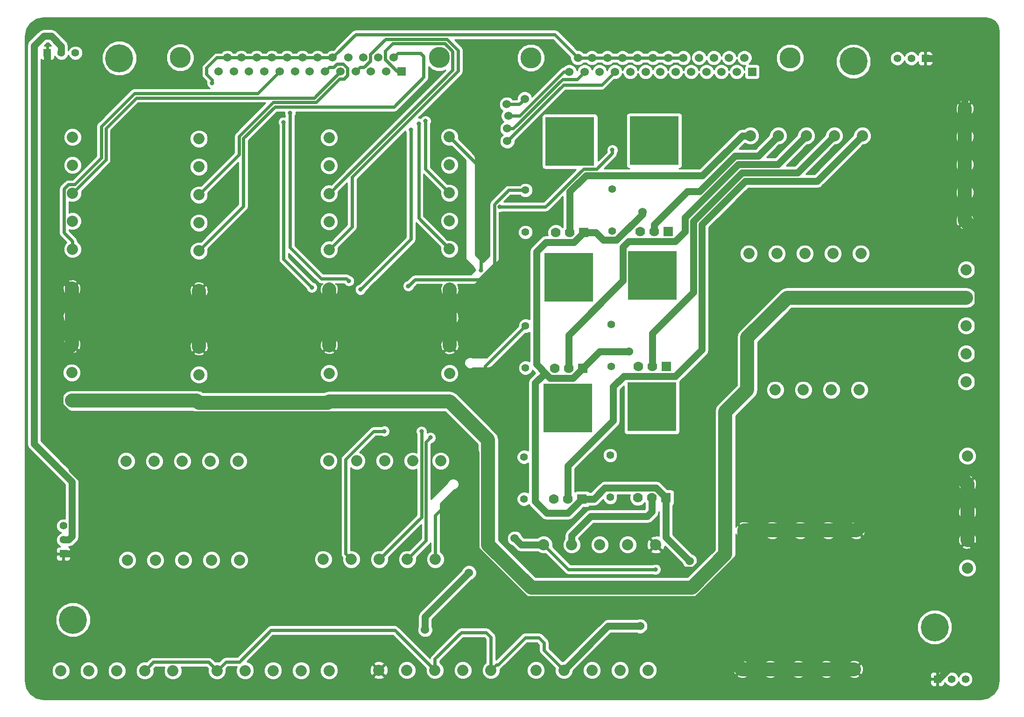
<source format=gbr>
G04 #@! TF.FileFunction,Copper,L1,Top,Signal*
%FSLAX46Y46*%
G04 Gerber Fmt 4.6, Leading zero omitted, Abs format (unit mm)*
G04 Created by KiCad (PCBNEW 4.0.4-stable) date Fri Sep  1 12:38:30 2017*
%MOMM*%
%LPD*%
G01*
G04 APERTURE LIST*
%ADD10C,0.100000*%
%ADD11R,1.778000X1.778000*%
%ADD12C,1.778000*%
%ADD13R,8.890000X8.890000*%
%ADD14C,3.810000*%
%ADD15C,1.524000*%
%ADD16R,1.524000X1.524000*%
%ADD17R,1.397000X1.397000*%
%ADD18C,1.397000*%
%ADD19C,2.032000*%
%ADD20C,5.080000*%
%ADD21C,0.825500*%
%ADD22C,0.558800*%
%ADD23C,1.270000*%
%ADD24C,2.540000*%
%ADD25C,0.254000*%
G04 APERTURE END LIST*
D10*
D11*
X250322080Y-89471500D03*
D12*
X245242080Y-89471500D03*
X247782080Y-89471500D03*
D13*
X247782080Y-72961500D03*
D14*
X208805780Y-57919620D03*
X161815780Y-57919620D03*
D15*
X168800780Y-60459620D03*
X171594780Y-60459620D03*
X174261780Y-60459620D03*
X177055780Y-60459620D03*
X179849780Y-60459620D03*
X182643780Y-60459620D03*
X185310780Y-60459620D03*
X188104780Y-60459620D03*
X190898780Y-60459620D03*
X193692780Y-60459620D03*
X196359780Y-60459620D03*
X199153780Y-60459620D03*
D16*
X201947780Y-60459620D03*
D15*
X170375580Y-57919620D03*
X172915580Y-57919620D03*
X175709580Y-57919620D03*
X178452780Y-57919620D03*
X181195980Y-57919620D03*
X183989980Y-57919620D03*
X186733180Y-57919620D03*
X189476380Y-57919620D03*
X192321180Y-57919620D03*
X195013580Y-57919620D03*
X197756780Y-57919620D03*
X200550780Y-57919620D03*
D14*
X272381980Y-57945020D03*
X225391980Y-57945020D03*
D15*
X232376980Y-60485020D03*
X235170980Y-60485020D03*
X237837980Y-60485020D03*
X240631980Y-60485020D03*
X243425980Y-60485020D03*
X246219980Y-60485020D03*
X248886980Y-60485020D03*
X251680980Y-60485020D03*
X254474980Y-60485020D03*
X257268980Y-60485020D03*
X259935980Y-60485020D03*
X262729980Y-60485020D03*
D16*
X265523980Y-60485020D03*
D15*
X233951780Y-57945020D03*
X236491780Y-57945020D03*
X239285780Y-57945020D03*
X242028980Y-57945020D03*
X244772180Y-57945020D03*
X247566180Y-57945020D03*
X250309380Y-57945020D03*
X253052580Y-57945020D03*
X255897380Y-57945020D03*
X258589780Y-57945020D03*
X261332980Y-57945020D03*
X264126980Y-57945020D03*
D17*
X137750000Y-57060000D03*
D18*
X140290000Y-57060000D03*
X142830000Y-57060000D03*
D17*
X296951400Y-58059320D03*
D18*
X294411400Y-58059320D03*
X291871400Y-58059320D03*
D17*
X140640000Y-147920000D03*
D18*
X140640000Y-145380000D03*
X140640000Y-142840000D03*
D17*
X299150000Y-170640000D03*
D18*
X301690000Y-170640000D03*
X304230000Y-170640000D03*
D19*
X264949580Y-93441760D03*
X270029580Y-93441760D03*
X275109580Y-93441760D03*
X280189580Y-93441760D03*
X285269580Y-93441760D03*
X264640320Y-118163780D03*
X269720320Y-118163780D03*
X274800320Y-118163780D03*
X279880320Y-118163780D03*
X284960320Y-118163780D03*
X264104800Y-143671720D03*
X269184800Y-143671720D03*
X274264800Y-143671720D03*
X279344800Y-143671720D03*
X284424800Y-143671720D03*
X263728900Y-168838660D03*
X268808900Y-168838660D03*
X273888900Y-168838660D03*
X278968900Y-168838660D03*
X284048900Y-168838660D03*
X160489000Y-169102540D03*
X155409000Y-169102540D03*
X150329000Y-169102540D03*
X145249000Y-169102540D03*
X140169000Y-169102540D03*
X142187880Y-99792860D03*
X142187880Y-104872860D03*
X142187880Y-109952860D03*
X142187880Y-115032860D03*
X142187880Y-120112860D03*
X188848100Y-169089840D03*
X183768100Y-169089840D03*
X178688100Y-169089840D03*
X173608100Y-169089840D03*
X168528100Y-169089840D03*
X142297100Y-72327840D03*
X142297100Y-77407840D03*
X142297100Y-82487840D03*
X142297100Y-87567840D03*
X142297100Y-92647840D03*
X218171440Y-169033640D03*
X213091440Y-169033640D03*
X208011440Y-169033640D03*
X202931440Y-169033640D03*
X197851440Y-169033640D03*
X165228220Y-100183680D03*
X165228220Y-105263680D03*
X165228220Y-110343680D03*
X165228220Y-115423680D03*
X165228220Y-120503680D03*
X246672780Y-169018400D03*
X241592780Y-169018400D03*
X236512780Y-169018400D03*
X231432780Y-169018400D03*
X226352780Y-169018400D03*
X165228220Y-72617060D03*
X165228220Y-77697060D03*
X165228220Y-82777060D03*
X165228220Y-87857060D03*
X165228220Y-92937060D03*
X209053280Y-131058280D03*
X203973280Y-131058280D03*
X198893280Y-131058280D03*
X193813280Y-131058280D03*
X188733280Y-131058280D03*
X188825000Y-99925600D03*
X188825000Y-105005600D03*
X188825000Y-110085600D03*
X188825000Y-115165600D03*
X188825000Y-120245600D03*
X172351520Y-131101640D03*
X167271520Y-131101640D03*
X162191520Y-131101640D03*
X157111520Y-131101640D03*
X152031520Y-131101640D03*
X188825000Y-72437720D03*
X188825000Y-77517720D03*
X188825000Y-82597720D03*
X188825000Y-87677720D03*
X188825000Y-92757720D03*
X208098480Y-148898600D03*
X203018480Y-148898600D03*
X197938480Y-148898600D03*
X192858480Y-148898600D03*
X187778480Y-148898600D03*
X172573240Y-149052720D03*
X167493240Y-149052720D03*
X162413240Y-149052720D03*
X157333240Y-149052720D03*
X152253240Y-149052720D03*
X210690320Y-99948640D03*
X210690320Y-105028640D03*
X210690320Y-110108640D03*
X210690320Y-115188640D03*
X210690320Y-120268640D03*
X210647140Y-72282960D03*
X210647140Y-77362960D03*
X210647140Y-82442960D03*
X210647140Y-87522960D03*
X210647140Y-92602960D03*
X227744420Y-146258920D03*
X232824420Y-146258920D03*
X237904420Y-146258920D03*
X242984420Y-146258920D03*
X248064420Y-146258920D03*
X265199220Y-72088400D03*
X270279220Y-72088400D03*
X275359220Y-72088400D03*
X280439220Y-72088400D03*
X285519220Y-72088400D03*
X304370740Y-116718080D03*
X304370740Y-111638080D03*
X304370740Y-106558080D03*
X304370740Y-101478080D03*
X304370740Y-96398080D03*
X304114200Y-87457280D03*
X304114200Y-82377280D03*
X304114200Y-77297280D03*
X304114200Y-72217280D03*
X304114200Y-67137280D03*
X304555740Y-150495800D03*
X304555740Y-145415800D03*
X304555740Y-140335800D03*
X304555740Y-135255800D03*
X304555740Y-130175800D03*
D18*
X224426780Y-89578180D03*
X224426780Y-81958180D03*
X240197640Y-89385140D03*
X240197640Y-81765140D03*
X224439480Y-114180620D03*
X224439480Y-106560620D03*
X239963960Y-113903760D03*
X239963960Y-106283760D03*
X224170240Y-137962640D03*
X224170240Y-130342640D03*
X239793780Y-137662920D03*
X239793780Y-130042920D03*
D11*
X235033820Y-89618820D03*
D12*
X229953820Y-89618820D03*
X232493820Y-89618820D03*
D13*
X232493820Y-73108820D03*
D11*
X234833160Y-114259360D03*
D12*
X229753160Y-114259360D03*
X232293160Y-114259360D03*
D13*
X232293160Y-97749360D03*
D11*
X250022360Y-113919000D03*
D12*
X244942360Y-113919000D03*
X247482360Y-113919000D03*
D13*
X247482360Y-97409000D03*
D11*
X234665520Y-137985500D03*
D12*
X229585520Y-137985500D03*
X232125520Y-137985500D03*
D13*
X232125520Y-121475500D03*
D11*
X249887740Y-137744200D03*
D12*
X244807740Y-137744200D03*
X247347740Y-137744200D03*
D13*
X247347740Y-121234200D03*
D20*
X150779480Y-58028840D03*
X283916120Y-58595260D03*
X142380000Y-159870000D03*
X298640500Y-161216340D03*
D21*
X216350000Y-96500000D03*
D15*
X224290000Y-65390000D03*
X221050000Y-66380000D03*
D21*
X181760000Y-67970000D03*
X192410000Y-98410000D03*
X180590000Y-69640000D03*
X185710000Y-99600000D03*
X205070000Y-69870000D03*
X206330000Y-69400000D03*
X167600000Y-62520000D03*
D15*
X245220000Y-161030000D03*
X254190000Y-149200000D03*
X245640000Y-85930000D03*
X243170000Y-111240000D03*
D21*
X194520000Y-99990000D03*
X203690000Y-71020000D03*
D15*
X221350000Y-68460000D03*
X221150000Y-70780000D03*
X221150000Y-73060000D03*
D21*
X203200000Y-99350000D03*
X198840000Y-125670000D03*
X240197640Y-74670000D03*
X219730000Y-84980000D03*
X205600000Y-125700000D03*
X217120000Y-123270000D03*
X207210000Y-126840000D03*
X211775000Y-137225000D03*
X257300000Y-143320000D03*
D15*
X203120000Y-161400000D03*
D21*
X248020000Y-150750000D03*
D15*
X206250000Y-161670000D03*
X214180000Y-151340000D03*
X222500000Y-145110000D03*
D22*
X216350000Y-95916284D02*
X216350000Y-96500000D01*
X216350000Y-77985820D02*
X216350000Y-95916284D01*
X210647140Y-72282960D02*
X216350000Y-77985820D01*
X221050000Y-66380000D02*
X223300000Y-66380000D01*
X223300000Y-66380000D02*
X224290000Y-65390000D01*
X187397251Y-97997251D02*
X181760000Y-92360000D01*
X181760000Y-92360000D02*
X181760000Y-67970000D01*
X192410000Y-98410000D02*
X191997251Y-97997251D01*
X191997251Y-97997251D02*
X187397251Y-97997251D01*
X185710000Y-99600000D02*
X180590000Y-94480000D01*
X180590000Y-94480000D02*
X180590000Y-69640000D01*
X186475076Y-66032810D02*
X190752865Y-61755021D01*
X190752865Y-61755021D02*
X191520573Y-61755021D01*
X191520573Y-61755021D02*
X192194181Y-61081413D01*
X192194181Y-61081413D02*
X192194181Y-59837827D01*
X192194181Y-59837827D02*
X191386354Y-59030000D01*
X191386354Y-59030000D02*
X190283194Y-59030000D01*
X190283194Y-59030000D02*
X189615573Y-59697621D01*
X189615573Y-59697621D02*
X188866779Y-59697621D01*
X188866779Y-59697621D02*
X188104780Y-60459620D01*
X172480000Y-75525280D02*
X172480000Y-72210000D01*
X172480000Y-72210000D02*
X178657190Y-66032810D01*
X178657190Y-66032810D02*
X186475076Y-66032810D01*
X165228220Y-82777060D02*
X172480000Y-75525280D01*
X142297100Y-82487840D02*
X148350000Y-76434940D01*
X148350000Y-76434940D02*
X148350000Y-70720000D01*
X153850000Y-65220000D02*
X186138400Y-65220000D01*
X148350000Y-70720000D02*
X153850000Y-65220000D01*
X186138400Y-65220000D02*
X190898780Y-60459620D01*
X193010000Y-79562206D02*
X212230000Y-60342206D01*
X194454779Y-59697621D02*
X193692780Y-60459620D01*
X195152773Y-59697621D02*
X194454779Y-59697621D01*
X196308981Y-58541413D02*
X195152773Y-59697621D01*
X199053997Y-54552811D02*
X196308981Y-57297827D01*
X210197291Y-54552811D02*
X199053997Y-54552811D01*
X193010000Y-88572720D02*
X193010000Y-79562206D01*
X188825000Y-92757720D02*
X193010000Y-88572720D01*
X196308981Y-57297827D02*
X196308981Y-58541413D01*
X212230000Y-60342206D02*
X212230000Y-56585520D01*
X212230000Y-56585520D02*
X210197291Y-54552811D01*
X210647140Y-92602960D02*
X205070000Y-87025820D01*
X205070000Y-87025820D02*
X205070000Y-69870000D01*
X210647140Y-82442960D02*
X206330000Y-78125820D01*
X206330000Y-78125820D02*
X206330000Y-69400000D01*
X199052181Y-58338215D02*
X201173586Y-60459620D01*
X211244181Y-56749189D02*
X209860614Y-55365622D01*
X209860614Y-55365622D02*
X200344378Y-55365622D01*
X201173586Y-60459620D02*
X201947780Y-60459620D01*
X200344378Y-55365622D02*
X199052181Y-56657819D01*
X199052181Y-56657819D02*
X199052181Y-58338215D01*
X211244181Y-60178537D02*
X211244181Y-56749189D01*
X188825000Y-82597720D02*
X211244181Y-60178537D01*
X167600000Y-62520000D02*
X167600000Y-61936284D01*
X167600000Y-61936284D02*
X166620000Y-60956284D01*
X166620000Y-60956284D02*
X166620000Y-59780000D01*
X166620000Y-59780000D02*
X168480380Y-57919620D01*
X168480380Y-57919620D02*
X170375580Y-57919620D01*
X233951780Y-57945020D02*
X229746760Y-53740000D01*
X190238379Y-57157621D02*
X189476380Y-57919620D01*
X229746760Y-53740000D02*
X193656000Y-53740000D01*
X193656000Y-53740000D02*
X190238379Y-57157621D01*
X172915580Y-57919620D02*
X170375580Y-57919620D01*
X175709580Y-57919620D02*
X172915580Y-57919620D01*
X178452780Y-57919620D02*
X175709580Y-57919620D01*
X181195980Y-57919620D02*
X178452780Y-57919620D01*
X183989980Y-57919620D02*
X181195980Y-57919620D01*
X186733180Y-57919620D02*
X183989980Y-57919620D01*
X189476380Y-57919620D02*
X186733180Y-57919620D01*
X236491780Y-57945020D02*
X233951780Y-57945020D01*
X239285780Y-57945020D02*
X236491780Y-57945020D01*
X242028980Y-57945020D02*
X239285780Y-57945020D01*
X244772180Y-57945020D02*
X242028980Y-57945020D01*
X247566180Y-57945020D02*
X244772180Y-57945020D01*
X250309380Y-57945020D02*
X247566180Y-57945020D01*
X253052580Y-57945020D02*
X250309380Y-57945020D01*
D23*
X245220000Y-161030000D02*
X239421180Y-161030000D01*
X239421180Y-161030000D02*
X231432780Y-169018400D01*
X249887740Y-137744200D02*
X249887740Y-144897740D01*
X249887740Y-144897740D02*
X254190000Y-149200000D01*
X228292358Y-115430000D02*
X227680818Y-115430000D01*
X227680818Y-115430000D02*
X226180000Y-116930818D01*
X226180000Y-116930818D02*
X226180000Y-138420000D01*
X226180000Y-138420000D02*
X228270000Y-140510000D01*
X228270000Y-140510000D02*
X232141020Y-140510000D01*
X232141020Y-140510000D02*
X234665520Y-137985500D01*
X235033820Y-89618820D02*
X233255819Y-91396821D01*
X233255819Y-91396821D02*
X228155497Y-91396821D01*
X228155497Y-91396821D02*
X226410000Y-93142318D01*
X226410000Y-93142318D02*
X226410000Y-113547642D01*
X226410000Y-113547642D02*
X228292358Y-115430000D01*
X228292358Y-115430000D02*
X228899719Y-116037361D01*
X233055159Y-116037361D02*
X234833160Y-114259360D01*
X228899719Y-116037361D02*
X233055159Y-116037361D01*
X235033820Y-89618820D02*
X237192820Y-89618820D01*
X237192820Y-89618820D02*
X238546641Y-90972641D01*
X238546641Y-90972641D02*
X240959641Y-90972641D01*
X240959641Y-90972641D02*
X245640000Y-86292282D01*
X245640000Y-86292282D02*
X245640000Y-85930000D01*
D22*
X218171440Y-169033640D02*
X219187439Y-168017641D01*
X219187439Y-168017641D02*
X219472359Y-168017641D01*
X219472359Y-168017641D02*
X224370000Y-163120000D01*
X224370000Y-163120000D02*
X226880000Y-163120000D01*
X226880000Y-163120000D02*
X227820000Y-164060000D01*
X227820000Y-164060000D02*
X227820000Y-165405620D01*
X227820000Y-165405620D02*
X231432780Y-169018400D01*
X217330000Y-162170000D02*
X218171440Y-163011440D01*
X218171440Y-163011440D02*
X218171440Y-169033640D01*
X212810000Y-162170000D02*
X217330000Y-162170000D01*
X208011440Y-166968560D02*
X212810000Y-162170000D01*
X208011440Y-169033640D02*
X208011440Y-166968560D01*
X178270000Y-161790000D02*
X200767800Y-161790000D01*
X200767800Y-161790000D02*
X208011440Y-169033640D01*
X172575761Y-167484239D02*
X178270000Y-161790000D01*
X168528100Y-169089840D02*
X170133701Y-167484239D01*
X170133701Y-167484239D02*
X172575761Y-167484239D01*
X168528100Y-169089840D02*
X166991399Y-167553139D01*
X166991399Y-167553139D02*
X156958401Y-167553139D01*
X156958401Y-167553139D02*
X156424999Y-168086541D01*
X156424999Y-168086541D02*
X155409000Y-169102540D01*
D23*
X234833160Y-114259360D02*
X237852520Y-111240000D01*
X237852520Y-111240000D02*
X243170000Y-111240000D01*
X234665520Y-137985500D02*
X236824520Y-137985500D01*
X236824520Y-137985500D02*
X238843821Y-135966199D01*
X238843821Y-135966199D02*
X248109739Y-135966199D01*
X248109739Y-135966199D02*
X249887740Y-137744200D01*
D22*
X194520000Y-99990000D02*
X203690000Y-90820000D01*
X203690000Y-90820000D02*
X203690000Y-71020000D01*
X201312779Y-57157621D02*
X200550780Y-57919620D01*
X205447621Y-57157621D02*
X201312779Y-57157621D01*
X186811752Y-66845620D02*
X186811754Y-66845618D01*
X205970000Y-61470000D02*
X205970000Y-57680000D01*
X205970000Y-57680000D02*
X205447621Y-57157621D01*
X200594382Y-66845618D02*
X205970000Y-61470000D01*
X186811754Y-66845618D02*
X200594382Y-66845618D01*
X173292810Y-72546676D02*
X178993866Y-66845620D01*
X173292810Y-84872470D02*
X173292810Y-72546676D01*
X178993866Y-66845620D02*
X186811752Y-66845620D01*
X165228220Y-92937060D02*
X173292810Y-84872470D01*
X223420512Y-68460000D02*
X231395492Y-60485020D01*
X231395492Y-60485020D02*
X232376980Y-60485020D01*
X221350000Y-68460000D02*
X223420512Y-68460000D01*
X231170000Y-61860000D02*
X233796000Y-61860000D01*
X221150000Y-70780000D02*
X222250000Y-70780000D01*
X222250000Y-70780000D02*
X231170000Y-61860000D01*
X233796000Y-61860000D02*
X235170980Y-60485020D01*
X231350000Y-62860000D02*
X238257000Y-62860000D01*
X238257000Y-62860000D02*
X240631980Y-60485020D01*
X221150000Y-73060000D02*
X231350000Y-62860000D01*
X223438952Y-81958180D02*
X224426780Y-81958180D01*
X218783849Y-95416457D02*
X218783849Y-84525847D01*
X203200000Y-99350000D02*
X204404770Y-98145230D01*
X204404770Y-98145230D02*
X216055076Y-98145230D01*
X216055076Y-98145230D02*
X218783849Y-95416457D01*
X218783849Y-84525847D02*
X221351516Y-81958180D01*
X221351516Y-81958180D02*
X223438952Y-81958180D01*
X192858480Y-148898600D02*
X191842481Y-147882601D01*
X196908446Y-125670000D02*
X198840000Y-125670000D01*
X191842481Y-147882601D02*
X191842481Y-130735965D01*
X191842481Y-130735965D02*
X196908446Y-125670000D01*
X237365541Y-78087221D02*
X240197640Y-75255122D01*
X219730000Y-84980000D02*
X228067619Y-84980000D01*
X228067619Y-84980000D02*
X234960398Y-78087221D01*
X234960398Y-78087221D02*
X237365541Y-78087221D01*
X240197640Y-75255122D02*
X240197640Y-74670000D01*
X197938480Y-148898600D02*
X205600000Y-141237080D01*
X205600000Y-141237080D02*
X205600000Y-125700000D01*
X217120000Y-113880100D02*
X217120000Y-122686284D01*
X224439480Y-106560620D02*
X217120000Y-113880100D01*
X217120000Y-122686284D02*
X217120000Y-123270000D01*
X206412810Y-141573756D02*
X206412810Y-127637190D01*
X206412810Y-127637190D02*
X207210000Y-126840000D01*
X203018480Y-148898600D02*
X206412810Y-145504270D01*
X206412810Y-145504270D02*
X206412810Y-141573756D01*
X208098480Y-140901520D02*
X211362251Y-137637749D01*
X208098480Y-148898600D02*
X208098480Y-140901520D01*
X211362251Y-137637749D02*
X211775000Y-137225000D01*
D24*
X255777316Y-156824010D02*
X255777316Y-160887076D01*
X255777316Y-160887076D02*
X263728900Y-168838660D01*
X284424800Y-143671720D02*
X294696520Y-133400000D01*
X304555740Y-135255800D02*
X303539741Y-134239801D01*
X294696520Y-133400000D02*
X307164750Y-120931770D01*
X303539741Y-134239801D02*
X295536321Y-134239801D01*
X295536321Y-134239801D02*
X294696520Y-133400000D01*
D22*
X248064420Y-146258920D02*
X252300901Y-150495401D01*
X252300901Y-150495401D02*
X254811793Y-150495401D01*
X254811793Y-150495401D02*
X257300000Y-148007194D01*
X257300000Y-148007194D02*
X257300000Y-143320000D01*
D23*
X148150000Y-143800000D02*
X144030000Y-147920000D01*
X144030000Y-147920000D02*
X140640000Y-147920000D01*
X148150000Y-138600000D02*
X148150000Y-143800000D01*
X142227501Y-132677501D02*
X148150000Y-138600000D01*
D24*
X142900000Y-123297690D02*
X208502310Y-123297690D01*
X141421384Y-123297690D02*
X142900000Y-123297690D01*
D23*
X142900000Y-123297690D02*
X142227501Y-123970189D01*
X142227501Y-123970189D02*
X142227501Y-132677501D01*
X137130000Y-59648500D02*
X137130000Y-94734980D01*
X137130000Y-94734980D02*
X142187880Y-99792860D01*
X137750000Y-57060000D02*
X137750000Y-59028500D01*
X137750000Y-59028500D02*
X137130000Y-59648500D01*
X299150000Y-170640000D02*
X299340498Y-170640000D01*
X299340498Y-170640000D02*
X306680000Y-163300498D01*
X306680000Y-163300498D02*
X306680000Y-147540060D01*
X306680000Y-147540060D02*
X305571739Y-146431799D01*
X305571739Y-146431799D02*
X304555740Y-145415800D01*
X304114200Y-67137280D02*
X304114200Y-61374200D01*
X304114200Y-61374200D02*
X300799320Y-58059320D01*
X300799320Y-58059320D02*
X296951400Y-58059320D01*
D22*
X212740000Y-148790000D02*
X213483306Y-148790000D01*
X213483306Y-148790000D02*
X214885990Y-147387316D01*
X203120000Y-161400000D02*
X203120000Y-158410000D01*
X203120000Y-158410000D02*
X212740000Y-148790000D01*
D24*
X304555740Y-140335800D02*
X304555740Y-135255800D01*
X304555740Y-145415800D02*
X304555740Y-140335800D01*
X142187880Y-109952860D02*
X139393870Y-112746870D01*
X214885990Y-147387316D02*
X224322684Y-156824010D01*
X139393870Y-112746870D02*
X139393870Y-121270176D01*
X139393870Y-121270176D02*
X141421384Y-123297690D01*
X208502310Y-123297690D02*
X214885990Y-129681370D01*
X214885990Y-129681370D02*
X214885990Y-147387316D01*
X224322684Y-156824010D02*
X255777316Y-156824010D01*
X255777316Y-156824010D02*
X264104800Y-148496526D01*
X264104800Y-148496526D02*
X264104800Y-143671720D01*
X307164750Y-120931770D02*
X307164750Y-90507830D01*
X307164750Y-90507830D02*
X305130199Y-88473279D01*
X305130199Y-88473279D02*
X304114200Y-87457280D01*
X188825000Y-105005600D02*
X210667280Y-105005600D01*
X210667280Y-105005600D02*
X210690320Y-105028640D01*
X165228220Y-105263680D02*
X188566920Y-105263680D01*
X188566920Y-105263680D02*
X188825000Y-105005600D01*
X142187880Y-104872860D02*
X164837400Y-104872860D01*
X164837400Y-104872860D02*
X165228220Y-105263680D01*
X210690320Y-105028640D02*
X210690320Y-110108640D01*
X210690320Y-99948640D02*
X210690320Y-105028640D01*
X188825000Y-105005600D02*
X188825000Y-110085600D01*
X188825000Y-99925600D02*
X188825000Y-105005600D01*
X165228220Y-105263680D02*
X165228220Y-110343680D01*
X165228220Y-100183680D02*
X165228220Y-105263680D01*
X142187880Y-104872860D02*
X142187880Y-109952860D01*
X142187880Y-99792860D02*
X142187880Y-104872860D01*
X278968900Y-168838660D02*
X284048900Y-168838660D01*
X273888900Y-168838660D02*
X278968900Y-168838660D01*
X268808900Y-168838660D02*
X273888900Y-168838660D01*
X263728900Y-168838660D02*
X268808900Y-168838660D01*
X279344800Y-143671720D02*
X284424800Y-143671720D01*
X274264800Y-143671720D02*
X279344800Y-143671720D01*
X269184800Y-143671720D02*
X274264800Y-143671720D01*
X264104800Y-143671720D02*
X269184800Y-143671720D01*
X304114200Y-82377280D02*
X304114200Y-87457280D01*
X304114200Y-77297280D02*
X304114200Y-82377280D01*
X304114200Y-72217280D02*
X304114200Y-77297280D01*
X304114200Y-67137280D02*
X304114200Y-72217280D01*
D22*
X227744420Y-146258920D02*
X232235500Y-150750000D01*
X232235500Y-150750000D02*
X248020000Y-150750000D01*
D23*
X140640000Y-145380000D02*
X141627828Y-145380000D01*
X141627828Y-145380000D02*
X142227501Y-144780327D01*
X142227501Y-144780327D02*
X142227501Y-134832775D01*
X142227501Y-134832775D02*
X135350000Y-127955274D01*
X135350000Y-127955274D02*
X135350000Y-55760000D01*
X135350000Y-55760000D02*
X137090000Y-54020000D01*
X137090000Y-54020000D02*
X138470000Y-54020000D01*
X138470000Y-54020000D02*
X140290000Y-55840000D01*
X140290000Y-55840000D02*
X140290000Y-57060000D01*
X214180000Y-151340000D02*
X206250000Y-159270000D01*
X206250000Y-159270000D02*
X206250000Y-161670000D01*
X227744420Y-146258920D02*
X223648920Y-146258920D01*
X223648920Y-146258920D02*
X222500000Y-145110000D01*
D24*
X260670000Y-122134100D02*
X263624321Y-119179779D01*
X260670000Y-147979998D02*
X260670000Y-122134100D01*
X263624321Y-119179779D02*
X264640320Y-118163780D01*
X254619999Y-154029999D02*
X260670000Y-147979998D01*
X217680001Y-146229999D02*
X225480001Y-154029999D01*
X217680001Y-127258321D02*
X217680001Y-146229999D01*
X225480001Y-154029999D02*
X254619999Y-154029999D01*
X210690320Y-120268640D02*
X217680001Y-127258321D01*
X264640320Y-108719680D02*
X271881920Y-101478080D01*
X271881920Y-101478080D02*
X304370740Y-101478080D01*
X264640320Y-118163780D02*
X264640320Y-108719680D01*
X188825000Y-120245600D02*
X210667280Y-120245600D01*
X210667280Y-120245600D02*
X210690320Y-120268640D01*
X165228220Y-120503680D02*
X188566920Y-120503680D01*
X188566920Y-120503680D02*
X188825000Y-120245600D01*
X142187880Y-120112860D02*
X164837400Y-120112860D01*
X164837400Y-120112860D02*
X165228220Y-120503680D01*
D22*
X153513322Y-64407192D02*
X175902208Y-64407192D01*
X175902208Y-64407192D02*
X179849780Y-60459620D01*
X147537190Y-70372810D02*
X147880000Y-70030000D01*
X147880000Y-70030000D02*
X147890514Y-70030000D01*
X147890514Y-70030000D02*
X153513322Y-64407192D01*
X142697015Y-80938439D02*
X147537190Y-76098264D01*
X147537190Y-76098264D02*
X147537190Y-70372810D01*
X142297100Y-92647840D02*
X142297100Y-91211000D01*
X140747699Y-81744127D02*
X141553387Y-80938439D01*
X142297100Y-91211000D02*
X140747699Y-89661599D01*
X140747699Y-89661599D02*
X140747699Y-81744127D01*
X141553387Y-80938439D02*
X142697015Y-80938439D01*
D23*
X236250000Y-141130000D02*
X232824420Y-144555580D01*
X232824420Y-144555580D02*
X232824420Y-146258920D01*
X246510000Y-141130000D02*
X236250000Y-141130000D01*
X247347740Y-140292260D02*
X246510000Y-141130000D01*
X247347740Y-137744200D02*
X247347740Y-140292260D01*
X235390000Y-79310000D02*
X232493820Y-82206180D01*
X232493820Y-82206180D02*
X232493820Y-89618820D01*
X256540780Y-79310000D02*
X235390000Y-79310000D01*
X265199220Y-72088400D02*
X263762380Y-72088400D01*
X263762380Y-72088400D02*
X256540780Y-79310000D01*
X247782080Y-88214265D02*
X253826345Y-82170000D01*
X255984169Y-82170000D02*
X262426644Y-75727525D01*
X269263221Y-73104399D02*
X270279220Y-72088400D01*
X253826345Y-82170000D02*
X255984169Y-82170000D01*
X247782080Y-89471500D02*
X247782080Y-88214265D01*
X262426644Y-75727525D02*
X266640095Y-75727525D01*
X266640095Y-75727525D02*
X269263221Y-73104399D01*
X274343221Y-73104399D02*
X275359220Y-72088400D01*
X263057910Y-77251536D02*
X270196084Y-77251536D01*
X253371978Y-89487468D02*
X253371978Y-86937468D01*
X243151657Y-91249501D02*
X251609945Y-91249501D01*
X242148359Y-92252799D02*
X243151657Y-91249501D01*
X232293160Y-108239562D02*
X242148359Y-98384363D01*
X232293160Y-114259360D02*
X232293160Y-108239562D01*
X251609945Y-91249501D02*
X253371978Y-89487468D01*
X270196084Y-77251536D02*
X274343221Y-73104399D01*
X242148359Y-98384363D02*
X242148359Y-92252799D01*
X253371978Y-86937468D02*
X263057910Y-77251536D01*
X279423221Y-73104399D02*
X280439220Y-72088400D01*
X254895989Y-87568734D02*
X263689176Y-78775547D01*
X247482360Y-113919000D02*
X247482360Y-107899202D01*
X254895989Y-100485573D02*
X254895989Y-87568734D01*
X263689176Y-78775547D02*
X273752073Y-78775547D01*
X247482360Y-107899202D02*
X254895989Y-100485573D01*
X273752073Y-78775547D02*
X279423221Y-73104399D01*
X232125520Y-137985500D02*
X232125520Y-131965702D01*
X240340000Y-117596800D02*
X242239799Y-115697001D01*
X232125520Y-131965702D02*
X240340000Y-123751222D01*
X240340000Y-123751222D02*
X240340000Y-117596800D01*
X256420000Y-110899562D02*
X256420000Y-88200000D01*
X256420000Y-88200000D02*
X264320442Y-80299558D01*
X242239799Y-115697001D02*
X251622561Y-115697001D01*
X251622561Y-115697001D02*
X256420000Y-110899562D01*
X264320442Y-80299558D02*
X277308062Y-80299558D01*
X277308062Y-80299558D02*
X285519220Y-72088400D01*
D25*
G36*
X308871023Y-50897167D02*
X309609439Y-51390561D01*
X310102833Y-52128977D01*
X310290000Y-53069931D01*
X310290000Y-170930069D01*
X310026712Y-172253705D01*
X309316546Y-173316546D01*
X308253707Y-174026712D01*
X306930069Y-174290000D01*
X137069931Y-174290000D01*
X135746295Y-174026712D01*
X134683454Y-173316546D01*
X133973288Y-172253707D01*
X133710000Y-170930069D01*
X133710000Y-170925750D01*
X297816500Y-170925750D01*
X297816500Y-171464810D01*
X297913173Y-171698199D01*
X298091802Y-171876827D01*
X298325191Y-171973500D01*
X298864250Y-171973500D01*
X299023000Y-171814750D01*
X299023000Y-170767000D01*
X297975250Y-170767000D01*
X297816500Y-170925750D01*
X133710000Y-170925750D01*
X133710000Y-169429503D01*
X138517714Y-169429503D01*
X138768534Y-170036535D01*
X139232563Y-170501374D01*
X139839155Y-170753253D01*
X140495963Y-170753826D01*
X141102995Y-170503006D01*
X141567834Y-170038977D01*
X141819713Y-169432385D01*
X141819715Y-169429503D01*
X143597714Y-169429503D01*
X143848534Y-170036535D01*
X144312563Y-170501374D01*
X144919155Y-170753253D01*
X145575963Y-170753826D01*
X146182995Y-170503006D01*
X146647834Y-170038977D01*
X146899713Y-169432385D01*
X146899715Y-169429503D01*
X148677714Y-169429503D01*
X148928534Y-170036535D01*
X149392563Y-170501374D01*
X149999155Y-170753253D01*
X150655963Y-170753826D01*
X151262995Y-170503006D01*
X151727834Y-170038977D01*
X151979713Y-169432385D01*
X151979715Y-169429503D01*
X153757714Y-169429503D01*
X154008534Y-170036535D01*
X154472563Y-170501374D01*
X155079155Y-170753253D01*
X155735963Y-170753826D01*
X156342995Y-170503006D01*
X156807834Y-170038977D01*
X157059713Y-169432385D01*
X157060286Y-168775577D01*
X157051174Y-168753523D01*
X157071578Y-168733119D01*
X157071580Y-168733116D01*
X157337157Y-168467539D01*
X158964999Y-168467539D01*
X158838287Y-168772695D01*
X158837714Y-169429503D01*
X159088534Y-170036535D01*
X159552563Y-170501374D01*
X160159155Y-170753253D01*
X160815963Y-170753826D01*
X161422995Y-170503006D01*
X161887834Y-170038977D01*
X162139713Y-169432385D01*
X162140286Y-168775577D01*
X162013008Y-168467539D01*
X166612643Y-168467539D01*
X166885518Y-168740414D01*
X166877387Y-168759995D01*
X166876814Y-169416803D01*
X167127634Y-170023835D01*
X167591663Y-170488674D01*
X168198255Y-170740553D01*
X168855063Y-170741126D01*
X169462095Y-170490306D01*
X169926934Y-170026277D01*
X170178813Y-169419685D01*
X170179386Y-168762877D01*
X170170274Y-168740823D01*
X170512458Y-168398639D01*
X172107435Y-168398639D01*
X171957387Y-168759995D01*
X171956814Y-169416803D01*
X172207634Y-170023835D01*
X172671663Y-170488674D01*
X173278255Y-170740553D01*
X173935063Y-170741126D01*
X174542095Y-170490306D01*
X175006934Y-170026277D01*
X175258813Y-169419685D01*
X175258815Y-169416803D01*
X177036814Y-169416803D01*
X177287634Y-170023835D01*
X177751663Y-170488674D01*
X178358255Y-170740553D01*
X179015063Y-170741126D01*
X179622095Y-170490306D01*
X180086934Y-170026277D01*
X180338813Y-169419685D01*
X180338815Y-169416803D01*
X182116814Y-169416803D01*
X182367634Y-170023835D01*
X182831663Y-170488674D01*
X183438255Y-170740553D01*
X184095063Y-170741126D01*
X184702095Y-170490306D01*
X185166934Y-170026277D01*
X185418813Y-169419685D01*
X185418815Y-169416803D01*
X187196814Y-169416803D01*
X187447634Y-170023835D01*
X187911663Y-170488674D01*
X188518255Y-170740553D01*
X189175063Y-170741126D01*
X189782095Y-170490306D01*
X190075164Y-170197747D01*
X196866938Y-170197747D01*
X196967560Y-170466262D01*
X197583082Y-170695456D01*
X198239459Y-170671654D01*
X198735320Y-170466262D01*
X198835942Y-170197747D01*
X197851440Y-169213245D01*
X196866938Y-170197747D01*
X190075164Y-170197747D01*
X190246934Y-170026277D01*
X190498813Y-169419685D01*
X190499383Y-168765282D01*
X196189624Y-168765282D01*
X196213426Y-169421659D01*
X196418818Y-169917520D01*
X196687333Y-170018142D01*
X197671835Y-169033640D01*
X198031045Y-169033640D01*
X199015547Y-170018142D01*
X199284062Y-169917520D01*
X199491434Y-169360603D01*
X201280154Y-169360603D01*
X201530974Y-169967635D01*
X201995003Y-170432474D01*
X202601595Y-170684353D01*
X203258403Y-170684926D01*
X203865435Y-170434106D01*
X204330274Y-169970077D01*
X204582153Y-169363485D01*
X204582726Y-168706677D01*
X204331906Y-168099645D01*
X203867877Y-167634806D01*
X203261285Y-167382927D01*
X202604477Y-167382354D01*
X201997445Y-167633174D01*
X201532606Y-168097203D01*
X201280727Y-168703795D01*
X201280154Y-169360603D01*
X199491434Y-169360603D01*
X199513256Y-169301998D01*
X199489454Y-168645621D01*
X199284062Y-168149760D01*
X199015547Y-168049138D01*
X198031045Y-169033640D01*
X197671835Y-169033640D01*
X196687333Y-168049138D01*
X196418818Y-168149760D01*
X196189624Y-168765282D01*
X190499383Y-168765282D01*
X190499386Y-168762877D01*
X190248566Y-168155845D01*
X189962753Y-167869533D01*
X196866938Y-167869533D01*
X197851440Y-168854035D01*
X198835942Y-167869533D01*
X198735320Y-167601018D01*
X198119798Y-167371824D01*
X197463421Y-167395626D01*
X196967560Y-167601018D01*
X196866938Y-167869533D01*
X189962753Y-167869533D01*
X189784537Y-167691006D01*
X189177945Y-167439127D01*
X188521137Y-167438554D01*
X187914105Y-167689374D01*
X187449266Y-168153403D01*
X187197387Y-168759995D01*
X187196814Y-169416803D01*
X185418815Y-169416803D01*
X185419386Y-168762877D01*
X185168566Y-168155845D01*
X184704537Y-167691006D01*
X184097945Y-167439127D01*
X183441137Y-167438554D01*
X182834105Y-167689374D01*
X182369266Y-168153403D01*
X182117387Y-168759995D01*
X182116814Y-169416803D01*
X180338815Y-169416803D01*
X180339386Y-168762877D01*
X180088566Y-168155845D01*
X179624537Y-167691006D01*
X179017945Y-167439127D01*
X178361137Y-167438554D01*
X177754105Y-167689374D01*
X177289266Y-168153403D01*
X177037387Y-168759995D01*
X177036814Y-169416803D01*
X175258815Y-169416803D01*
X175259386Y-168762877D01*
X175008566Y-168155845D01*
X174544537Y-167691006D01*
X173937945Y-167439127D01*
X173914050Y-167439106D01*
X178648756Y-162704400D01*
X200389044Y-162704400D01*
X206368858Y-168684214D01*
X206360727Y-168703795D01*
X206360154Y-169360603D01*
X206610974Y-169967635D01*
X207075003Y-170432474D01*
X207681595Y-170684353D01*
X208338403Y-170684926D01*
X208945435Y-170434106D01*
X209410274Y-169970077D01*
X209662153Y-169363485D01*
X209662155Y-169360603D01*
X211440154Y-169360603D01*
X211690974Y-169967635D01*
X212155003Y-170432474D01*
X212761595Y-170684353D01*
X213418403Y-170684926D01*
X214025435Y-170434106D01*
X214490274Y-169970077D01*
X214742153Y-169363485D01*
X214742726Y-168706677D01*
X214491906Y-168099645D01*
X214027877Y-167634806D01*
X213421285Y-167382927D01*
X212764477Y-167382354D01*
X212157445Y-167633174D01*
X211692606Y-168097203D01*
X211440727Y-168703795D01*
X211440154Y-169360603D01*
X209662155Y-169360603D01*
X209662726Y-168706677D01*
X209411906Y-168099645D01*
X208947877Y-167634806D01*
X208925840Y-167625655D01*
X208925840Y-167347316D01*
X213188757Y-163084400D01*
X216951244Y-163084400D01*
X217257040Y-163390197D01*
X217257040Y-167625078D01*
X217237445Y-167633174D01*
X216772606Y-168097203D01*
X216520727Y-168703795D01*
X216520154Y-169360603D01*
X216770974Y-169967635D01*
X217235003Y-170432474D01*
X217841595Y-170684353D01*
X218498403Y-170684926D01*
X219105435Y-170434106D01*
X219570274Y-169970077D01*
X219822153Y-169363485D01*
X219822168Y-169345363D01*
X224701494Y-169345363D01*
X224952314Y-169952395D01*
X225416343Y-170417234D01*
X226022935Y-170669113D01*
X226679743Y-170669686D01*
X227286775Y-170418866D01*
X227751614Y-169954837D01*
X228003493Y-169348245D01*
X228004066Y-168691437D01*
X227753246Y-168084405D01*
X227289217Y-167619566D01*
X226682625Y-167367687D01*
X226025817Y-167367114D01*
X225418785Y-167617934D01*
X224953946Y-168081963D01*
X224702067Y-168688555D01*
X224701494Y-169345363D01*
X219822168Y-169345363D01*
X219822590Y-168862232D01*
X220118937Y-168664219D01*
X224748757Y-164034400D01*
X226501244Y-164034400D01*
X226905600Y-164438757D01*
X226905600Y-165405620D01*
X226975205Y-165755546D01*
X227173422Y-166052198D01*
X229790198Y-168668974D01*
X229782067Y-168688555D01*
X229781494Y-169345363D01*
X230032314Y-169952395D01*
X230496343Y-170417234D01*
X231102935Y-170669113D01*
X231759743Y-170669686D01*
X232366775Y-170418866D01*
X232831614Y-169954837D01*
X233083493Y-169348245D01*
X233083495Y-169345363D01*
X234861494Y-169345363D01*
X235112314Y-169952395D01*
X235576343Y-170417234D01*
X236182935Y-170669113D01*
X236839743Y-170669686D01*
X237446775Y-170418866D01*
X237911614Y-169954837D01*
X238163493Y-169348245D01*
X238163495Y-169345363D01*
X239941494Y-169345363D01*
X240192314Y-169952395D01*
X240656343Y-170417234D01*
X241262935Y-170669113D01*
X241919743Y-170669686D01*
X242526775Y-170418866D01*
X242991614Y-169954837D01*
X243243493Y-169348245D01*
X243243495Y-169345363D01*
X245021494Y-169345363D01*
X245272314Y-169952395D01*
X245736343Y-170417234D01*
X246342935Y-170669113D01*
X246999743Y-170669686D01*
X247606775Y-170418866D01*
X248023600Y-170002767D01*
X262744398Y-170002767D01*
X262845020Y-170271282D01*
X263460542Y-170500476D01*
X264116919Y-170476674D01*
X264612780Y-170271282D01*
X264713402Y-170002767D01*
X267824398Y-170002767D01*
X267925020Y-170271282D01*
X268540542Y-170500476D01*
X269196919Y-170476674D01*
X269692780Y-170271282D01*
X269793402Y-170002767D01*
X272904398Y-170002767D01*
X273005020Y-170271282D01*
X273620542Y-170500476D01*
X274276919Y-170476674D01*
X274772780Y-170271282D01*
X274873402Y-170002767D01*
X277984398Y-170002767D01*
X278085020Y-170271282D01*
X278700542Y-170500476D01*
X279356919Y-170476674D01*
X279852780Y-170271282D01*
X279953402Y-170002767D01*
X283064398Y-170002767D01*
X283165020Y-170271282D01*
X283780542Y-170500476D01*
X284436919Y-170476674D01*
X284932780Y-170271282D01*
X285033402Y-170002767D01*
X284048900Y-169018265D01*
X283064398Y-170002767D01*
X279953402Y-170002767D01*
X278968900Y-169018265D01*
X277984398Y-170002767D01*
X274873402Y-170002767D01*
X273888900Y-169018265D01*
X272904398Y-170002767D01*
X269793402Y-170002767D01*
X268808900Y-169018265D01*
X267824398Y-170002767D01*
X264713402Y-170002767D01*
X263728900Y-169018265D01*
X262744398Y-170002767D01*
X248023600Y-170002767D01*
X248071614Y-169954837D01*
X248323493Y-169348245D01*
X248324066Y-168691437D01*
X248274015Y-168570302D01*
X262067084Y-168570302D01*
X262090886Y-169226679D01*
X262296278Y-169722540D01*
X262564793Y-169823162D01*
X263549295Y-168838660D01*
X263908505Y-168838660D01*
X264893007Y-169823162D01*
X265161522Y-169722540D01*
X265390716Y-169107018D01*
X265371254Y-168570302D01*
X267147084Y-168570302D01*
X267170886Y-169226679D01*
X267376278Y-169722540D01*
X267644793Y-169823162D01*
X268629295Y-168838660D01*
X268988505Y-168838660D01*
X269973007Y-169823162D01*
X270241522Y-169722540D01*
X270470716Y-169107018D01*
X270451254Y-168570302D01*
X272227084Y-168570302D01*
X272250886Y-169226679D01*
X272456278Y-169722540D01*
X272724793Y-169823162D01*
X273709295Y-168838660D01*
X274068505Y-168838660D01*
X275053007Y-169823162D01*
X275321522Y-169722540D01*
X275550716Y-169107018D01*
X275531254Y-168570302D01*
X277307084Y-168570302D01*
X277330886Y-169226679D01*
X277536278Y-169722540D01*
X277804793Y-169823162D01*
X278789295Y-168838660D01*
X279148505Y-168838660D01*
X280133007Y-169823162D01*
X280401522Y-169722540D01*
X280630716Y-169107018D01*
X280611254Y-168570302D01*
X282387084Y-168570302D01*
X282410886Y-169226679D01*
X282616278Y-169722540D01*
X282884793Y-169823162D01*
X283869295Y-168838660D01*
X284228505Y-168838660D01*
X285213007Y-169823162D01*
X285234280Y-169815190D01*
X297816500Y-169815190D01*
X297816500Y-170354250D01*
X297975250Y-170513000D01*
X299023000Y-170513000D01*
X299023000Y-169465250D01*
X299277000Y-169465250D01*
X299277000Y-170513000D01*
X299297000Y-170513000D01*
X299297000Y-170767000D01*
X299277000Y-170767000D01*
X299277000Y-171814750D01*
X299435750Y-171973500D01*
X299974809Y-171973500D01*
X300208198Y-171876827D01*
X300386827Y-171698199D01*
X300483500Y-171464810D01*
X300483500Y-171212009D01*
X300558854Y-171394380D01*
X300933647Y-171769827D01*
X301423587Y-171973268D01*
X301954086Y-171973731D01*
X302444380Y-171771146D01*
X302819827Y-171396353D01*
X302960094Y-171058554D01*
X303098854Y-171394380D01*
X303473647Y-171769827D01*
X303963587Y-171973268D01*
X304494086Y-171973731D01*
X304984380Y-171771146D01*
X305359827Y-171396353D01*
X305563268Y-170906413D01*
X305563731Y-170375914D01*
X305361146Y-169885620D01*
X304986353Y-169510173D01*
X304496413Y-169306732D01*
X303965914Y-169306269D01*
X303475620Y-169508854D01*
X303100173Y-169883647D01*
X302959906Y-170221446D01*
X302821146Y-169885620D01*
X302446353Y-169510173D01*
X301956413Y-169306732D01*
X301425914Y-169306269D01*
X300935620Y-169508854D01*
X300560173Y-169883647D01*
X300483500Y-170068296D01*
X300483500Y-169815190D01*
X300386827Y-169581801D01*
X300208198Y-169403173D01*
X299974809Y-169306500D01*
X299435750Y-169306500D01*
X299277000Y-169465250D01*
X299023000Y-169465250D01*
X298864250Y-169306500D01*
X298325191Y-169306500D01*
X298091802Y-169403173D01*
X297913173Y-169581801D01*
X297816500Y-169815190D01*
X285234280Y-169815190D01*
X285481522Y-169722540D01*
X285710716Y-169107018D01*
X285686914Y-168450641D01*
X285481522Y-167954780D01*
X285213007Y-167854158D01*
X284228505Y-168838660D01*
X283869295Y-168838660D01*
X282884793Y-167854158D01*
X282616278Y-167954780D01*
X282387084Y-168570302D01*
X280611254Y-168570302D01*
X280606914Y-168450641D01*
X280401522Y-167954780D01*
X280133007Y-167854158D01*
X279148505Y-168838660D01*
X278789295Y-168838660D01*
X277804793Y-167854158D01*
X277536278Y-167954780D01*
X277307084Y-168570302D01*
X275531254Y-168570302D01*
X275526914Y-168450641D01*
X275321522Y-167954780D01*
X275053007Y-167854158D01*
X274068505Y-168838660D01*
X273709295Y-168838660D01*
X272724793Y-167854158D01*
X272456278Y-167954780D01*
X272227084Y-168570302D01*
X270451254Y-168570302D01*
X270446914Y-168450641D01*
X270241522Y-167954780D01*
X269973007Y-167854158D01*
X268988505Y-168838660D01*
X268629295Y-168838660D01*
X267644793Y-167854158D01*
X267376278Y-167954780D01*
X267147084Y-168570302D01*
X265371254Y-168570302D01*
X265366914Y-168450641D01*
X265161522Y-167954780D01*
X264893007Y-167854158D01*
X263908505Y-168838660D01*
X263549295Y-168838660D01*
X262564793Y-167854158D01*
X262296278Y-167954780D01*
X262067084Y-168570302D01*
X248274015Y-168570302D01*
X248073246Y-168084405D01*
X247664109Y-167674553D01*
X262744398Y-167674553D01*
X263728900Y-168659055D01*
X264713402Y-167674553D01*
X267824398Y-167674553D01*
X268808900Y-168659055D01*
X269793402Y-167674553D01*
X272904398Y-167674553D01*
X273888900Y-168659055D01*
X274873402Y-167674553D01*
X277984398Y-167674553D01*
X278968900Y-168659055D01*
X279953402Y-167674553D01*
X283064398Y-167674553D01*
X284048900Y-168659055D01*
X285033402Y-167674553D01*
X284932780Y-167406038D01*
X284317258Y-167176844D01*
X283660881Y-167200646D01*
X283165020Y-167406038D01*
X283064398Y-167674553D01*
X279953402Y-167674553D01*
X279852780Y-167406038D01*
X279237258Y-167176844D01*
X278580881Y-167200646D01*
X278085020Y-167406038D01*
X277984398Y-167674553D01*
X274873402Y-167674553D01*
X274772780Y-167406038D01*
X274157258Y-167176844D01*
X273500881Y-167200646D01*
X273005020Y-167406038D01*
X272904398Y-167674553D01*
X269793402Y-167674553D01*
X269692780Y-167406038D01*
X269077258Y-167176844D01*
X268420881Y-167200646D01*
X267925020Y-167406038D01*
X267824398Y-167674553D01*
X264713402Y-167674553D01*
X264612780Y-167406038D01*
X263997258Y-167176844D01*
X263340881Y-167200646D01*
X262845020Y-167406038D01*
X262744398Y-167674553D01*
X247664109Y-167674553D01*
X247609217Y-167619566D01*
X247002625Y-167367687D01*
X246345817Y-167367114D01*
X245738785Y-167617934D01*
X245273946Y-168081963D01*
X245022067Y-168688555D01*
X245021494Y-169345363D01*
X243243495Y-169345363D01*
X243244066Y-168691437D01*
X242993246Y-168084405D01*
X242529217Y-167619566D01*
X241922625Y-167367687D01*
X241265817Y-167367114D01*
X240658785Y-167617934D01*
X240193946Y-168081963D01*
X239942067Y-168688555D01*
X239941494Y-169345363D01*
X238163495Y-169345363D01*
X238164066Y-168691437D01*
X237913246Y-168084405D01*
X237449217Y-167619566D01*
X236842625Y-167367687D01*
X236185817Y-167367114D01*
X235578785Y-167617934D01*
X235113946Y-168081963D01*
X234862067Y-168688555D01*
X234861494Y-169345363D01*
X233083495Y-169345363D01*
X233083654Y-169163578D01*
X239947231Y-162300000D01*
X244635635Y-162300000D01*
X244940900Y-162426757D01*
X245496661Y-162427242D01*
X246010303Y-162215010D01*
X246380843Y-161845116D01*
X295464950Y-161845116D01*
X295947296Y-163012483D01*
X296839659Y-163906405D01*
X298006183Y-164390788D01*
X299269276Y-164391890D01*
X300436643Y-163909544D01*
X301330565Y-163017181D01*
X301814948Y-161850657D01*
X301816050Y-160587564D01*
X301333704Y-159420197D01*
X300441341Y-158526275D01*
X299274817Y-158041892D01*
X298011724Y-158040790D01*
X296844357Y-158523136D01*
X295950435Y-159415499D01*
X295466052Y-160582023D01*
X295464950Y-161845116D01*
X246380843Y-161845116D01*
X246403629Y-161822370D01*
X246616757Y-161309100D01*
X246617242Y-160753339D01*
X246405010Y-160239697D01*
X246012370Y-159846371D01*
X245499100Y-159633243D01*
X244943339Y-159632758D01*
X244635389Y-159760000D01*
X239421185Y-159760000D01*
X239421180Y-159759999D01*
X238935172Y-159856673D01*
X238523154Y-160131974D01*
X238523152Y-160131977D01*
X231287855Y-167367273D01*
X231105817Y-167367114D01*
X231083763Y-167376226D01*
X228734400Y-165026864D01*
X228734400Y-164060000D01*
X228664795Y-163710074D01*
X228585401Y-163591252D01*
X228466579Y-163413422D01*
X227526578Y-162473422D01*
X227229926Y-162275205D01*
X226880000Y-162205600D01*
X224370000Y-162205600D01*
X224020074Y-162275205D01*
X223982966Y-162300000D01*
X223723421Y-162473422D01*
X219085840Y-167111004D01*
X219085840Y-163011440D01*
X219016235Y-162661514D01*
X218881790Y-162460303D01*
X218818019Y-162364862D01*
X217976578Y-161523422D01*
X217965482Y-161516008D01*
X217679926Y-161325205D01*
X217330000Y-161255600D01*
X212810000Y-161255600D01*
X212460075Y-161325204D01*
X212163422Y-161523421D01*
X207364862Y-166321982D01*
X207166645Y-166618634D01*
X207120678Y-166849722D01*
X202217617Y-161946661D01*
X204852758Y-161946661D01*
X205064990Y-162460303D01*
X205457630Y-162853629D01*
X205970900Y-163066757D01*
X206526661Y-163067242D01*
X207040303Y-162855010D01*
X207433629Y-162462370D01*
X207646757Y-161949100D01*
X207647242Y-161393339D01*
X207520000Y-161085389D01*
X207520000Y-159796052D01*
X214664817Y-152651234D01*
X214970303Y-152525010D01*
X215363629Y-152132370D01*
X215576757Y-151619100D01*
X215577242Y-151063339D01*
X215365010Y-150549697D01*
X214972370Y-150156371D01*
X214459100Y-149943243D01*
X213903339Y-149942758D01*
X213389697Y-150154990D01*
X212996371Y-150547630D01*
X212868592Y-150855357D01*
X205351974Y-158371974D01*
X205076673Y-158783992D01*
X204979999Y-159270000D01*
X204980000Y-159270005D01*
X204980000Y-161085635D01*
X204853243Y-161390900D01*
X204852758Y-161946661D01*
X202217617Y-161946661D01*
X201414378Y-161143422D01*
X201244630Y-161030000D01*
X201117726Y-160945205D01*
X200767800Y-160875600D01*
X178270000Y-160875600D01*
X177920074Y-160945205D01*
X177793170Y-161030000D01*
X177623422Y-161143422D01*
X172197005Y-166569839D01*
X170133701Y-166569839D01*
X169783776Y-166639443D01*
X169487123Y-166837660D01*
X168877526Y-167447258D01*
X168857945Y-167439127D01*
X168201137Y-167438554D01*
X168179083Y-167447667D01*
X167637977Y-166906561D01*
X167534861Y-166837661D01*
X167341325Y-166708344D01*
X166991399Y-166638739D01*
X156958401Y-166638739D01*
X156608475Y-166708344D01*
X156460149Y-166807452D01*
X156311822Y-166906561D01*
X155778424Y-167439960D01*
X155778421Y-167439962D01*
X155758425Y-167459958D01*
X155738845Y-167451827D01*
X155082037Y-167451254D01*
X154475005Y-167702074D01*
X154010166Y-168166103D01*
X153758287Y-168772695D01*
X153757714Y-169429503D01*
X151979715Y-169429503D01*
X151980286Y-168775577D01*
X151729466Y-168168545D01*
X151265437Y-167703706D01*
X150658845Y-167451827D01*
X150002037Y-167451254D01*
X149395005Y-167702074D01*
X148930166Y-168166103D01*
X148678287Y-168772695D01*
X148677714Y-169429503D01*
X146899715Y-169429503D01*
X146900286Y-168775577D01*
X146649466Y-168168545D01*
X146185437Y-167703706D01*
X145578845Y-167451827D01*
X144922037Y-167451254D01*
X144315005Y-167702074D01*
X143850166Y-168166103D01*
X143598287Y-168772695D01*
X143597714Y-169429503D01*
X141819715Y-169429503D01*
X141820286Y-168775577D01*
X141569466Y-168168545D01*
X141105437Y-167703706D01*
X140498845Y-167451827D01*
X139842037Y-167451254D01*
X139235005Y-167702074D01*
X138770166Y-168166103D01*
X138518287Y-168772695D01*
X138517714Y-169429503D01*
X133710000Y-169429503D01*
X133710000Y-160498776D01*
X139204450Y-160498776D01*
X139686796Y-161666143D01*
X140579159Y-162560065D01*
X141745683Y-163044448D01*
X143008776Y-163045550D01*
X144176143Y-162563204D01*
X145070065Y-161670841D01*
X145554448Y-160504317D01*
X145555550Y-159241224D01*
X145073204Y-158073857D01*
X144180841Y-157179935D01*
X143014317Y-156695552D01*
X141751224Y-156694450D01*
X140583857Y-157176796D01*
X139689935Y-158069159D01*
X139205552Y-159235683D01*
X139204450Y-160498776D01*
X133710000Y-160498776D01*
X133710000Y-149379683D01*
X150601954Y-149379683D01*
X150852774Y-149986715D01*
X151316803Y-150451554D01*
X151923395Y-150703433D01*
X152580203Y-150704006D01*
X153187235Y-150453186D01*
X153652074Y-149989157D01*
X153903953Y-149382565D01*
X153903955Y-149379683D01*
X155681954Y-149379683D01*
X155932774Y-149986715D01*
X156396803Y-150451554D01*
X157003395Y-150703433D01*
X157660203Y-150704006D01*
X158267235Y-150453186D01*
X158732074Y-149989157D01*
X158983953Y-149382565D01*
X158983955Y-149379683D01*
X160761954Y-149379683D01*
X161012774Y-149986715D01*
X161476803Y-150451554D01*
X162083395Y-150703433D01*
X162740203Y-150704006D01*
X163347235Y-150453186D01*
X163812074Y-149989157D01*
X164063953Y-149382565D01*
X164063955Y-149379683D01*
X165841954Y-149379683D01*
X166092774Y-149986715D01*
X166556803Y-150451554D01*
X167163395Y-150703433D01*
X167820203Y-150704006D01*
X168427235Y-150453186D01*
X168892074Y-149989157D01*
X169143953Y-149382565D01*
X169143955Y-149379683D01*
X170921954Y-149379683D01*
X171172774Y-149986715D01*
X171636803Y-150451554D01*
X172243395Y-150703433D01*
X172900203Y-150704006D01*
X173507235Y-150453186D01*
X173972074Y-149989157D01*
X174223953Y-149382565D01*
X174224089Y-149225563D01*
X186127194Y-149225563D01*
X186378014Y-149832595D01*
X186842043Y-150297434D01*
X187448635Y-150549313D01*
X188105443Y-150549886D01*
X188712475Y-150299066D01*
X189177314Y-149835037D01*
X189429193Y-149228445D01*
X189429766Y-148571637D01*
X189178946Y-147964605D01*
X188714917Y-147499766D01*
X188108325Y-147247887D01*
X187451517Y-147247314D01*
X186844485Y-147498134D01*
X186379646Y-147962163D01*
X186127767Y-148568755D01*
X186127194Y-149225563D01*
X174224089Y-149225563D01*
X174224526Y-148725757D01*
X173973706Y-148118725D01*
X173509677Y-147653886D01*
X172903085Y-147402007D01*
X172246277Y-147401434D01*
X171639245Y-147652254D01*
X171174406Y-148116283D01*
X170922527Y-148722875D01*
X170921954Y-149379683D01*
X169143955Y-149379683D01*
X169144526Y-148725757D01*
X168893706Y-148118725D01*
X168429677Y-147653886D01*
X167823085Y-147402007D01*
X167166277Y-147401434D01*
X166559245Y-147652254D01*
X166094406Y-148116283D01*
X165842527Y-148722875D01*
X165841954Y-149379683D01*
X164063955Y-149379683D01*
X164064526Y-148725757D01*
X163813706Y-148118725D01*
X163349677Y-147653886D01*
X162743085Y-147402007D01*
X162086277Y-147401434D01*
X161479245Y-147652254D01*
X161014406Y-148116283D01*
X160762527Y-148722875D01*
X160761954Y-149379683D01*
X158983955Y-149379683D01*
X158984526Y-148725757D01*
X158733706Y-148118725D01*
X158269677Y-147653886D01*
X157663085Y-147402007D01*
X157006277Y-147401434D01*
X156399245Y-147652254D01*
X155934406Y-148116283D01*
X155682527Y-148722875D01*
X155681954Y-149379683D01*
X153903955Y-149379683D01*
X153904526Y-148725757D01*
X153653706Y-148118725D01*
X153189677Y-147653886D01*
X152583085Y-147402007D01*
X151926277Y-147401434D01*
X151319245Y-147652254D01*
X150854406Y-148116283D01*
X150602527Y-148722875D01*
X150601954Y-149379683D01*
X133710000Y-149379683D01*
X133710000Y-148205750D01*
X139306500Y-148205750D01*
X139306500Y-148744809D01*
X139403173Y-148978198D01*
X139581801Y-149156827D01*
X139815190Y-149253500D01*
X140354250Y-149253500D01*
X140513000Y-149094750D01*
X140513000Y-148047000D01*
X140767000Y-148047000D01*
X140767000Y-149094750D01*
X140925750Y-149253500D01*
X141464810Y-149253500D01*
X141698199Y-149156827D01*
X141876827Y-148978198D01*
X141973500Y-148744809D01*
X141973500Y-148205750D01*
X141814750Y-148047000D01*
X140767000Y-148047000D01*
X140513000Y-148047000D01*
X139465250Y-148047000D01*
X139306500Y-148205750D01*
X133710000Y-148205750D01*
X133710000Y-55760000D01*
X134079999Y-55760000D01*
X134080000Y-55760005D01*
X134080000Y-127955269D01*
X134079999Y-127955274D01*
X134176673Y-128441282D01*
X134451974Y-128853300D01*
X140957501Y-135358826D01*
X140957501Y-141527946D01*
X140906413Y-141506732D01*
X140375914Y-141506269D01*
X139885620Y-141708854D01*
X139510173Y-142083647D01*
X139306732Y-142573587D01*
X139306269Y-143104086D01*
X139508854Y-143594380D01*
X139883647Y-143969827D01*
X140221446Y-144110094D01*
X139885620Y-144248854D01*
X139510173Y-144623647D01*
X139306732Y-145113587D01*
X139306269Y-145644086D01*
X139508854Y-146134380D01*
X139883647Y-146509827D01*
X140068296Y-146586500D01*
X139815190Y-146586500D01*
X139581801Y-146683173D01*
X139403173Y-146861802D01*
X139306500Y-147095191D01*
X139306500Y-147634250D01*
X139465250Y-147793000D01*
X140513000Y-147793000D01*
X140513000Y-147773000D01*
X140767000Y-147773000D01*
X140767000Y-147793000D01*
X141814750Y-147793000D01*
X141973500Y-147634250D01*
X141973500Y-147095191D01*
X141876827Y-146861802D01*
X141698199Y-146683173D01*
X141618112Y-146650000D01*
X141627823Y-146650000D01*
X141627828Y-146650001D01*
X142113836Y-146553327D01*
X142525854Y-146278026D01*
X143125524Y-145678355D01*
X143125527Y-145678353D01*
X143400828Y-145266335D01*
X143406823Y-145236195D01*
X143497502Y-144780327D01*
X143497501Y-144780322D01*
X143497501Y-134832775D01*
X143400828Y-134346767D01*
X143125527Y-133934749D01*
X143125524Y-133934747D01*
X140619381Y-131428603D01*
X150380234Y-131428603D01*
X150631054Y-132035635D01*
X151095083Y-132500474D01*
X151701675Y-132752353D01*
X152358483Y-132752926D01*
X152965515Y-132502106D01*
X153430354Y-132038077D01*
X153682233Y-131431485D01*
X153682235Y-131428603D01*
X155460234Y-131428603D01*
X155711054Y-132035635D01*
X156175083Y-132500474D01*
X156781675Y-132752353D01*
X157438483Y-132752926D01*
X158045515Y-132502106D01*
X158510354Y-132038077D01*
X158762233Y-131431485D01*
X158762235Y-131428603D01*
X160540234Y-131428603D01*
X160791054Y-132035635D01*
X161255083Y-132500474D01*
X161861675Y-132752353D01*
X162518483Y-132752926D01*
X163125515Y-132502106D01*
X163590354Y-132038077D01*
X163842233Y-131431485D01*
X163842235Y-131428603D01*
X165620234Y-131428603D01*
X165871054Y-132035635D01*
X166335083Y-132500474D01*
X166941675Y-132752353D01*
X167598483Y-132752926D01*
X168205515Y-132502106D01*
X168670354Y-132038077D01*
X168922233Y-131431485D01*
X168922235Y-131428603D01*
X170700234Y-131428603D01*
X170951054Y-132035635D01*
X171415083Y-132500474D01*
X172021675Y-132752353D01*
X172678483Y-132752926D01*
X173285515Y-132502106D01*
X173750354Y-132038077D01*
X174002233Y-131431485D01*
X174002273Y-131385243D01*
X187081994Y-131385243D01*
X187332814Y-131992275D01*
X187796843Y-132457114D01*
X188403435Y-132708993D01*
X189060243Y-132709566D01*
X189667275Y-132458746D01*
X190132114Y-131994717D01*
X190383993Y-131388125D01*
X190384561Y-130735965D01*
X190928081Y-130735965D01*
X190928081Y-147882601D01*
X190997686Y-148232527D01*
X191195903Y-148529179D01*
X191215898Y-148549174D01*
X191207767Y-148568755D01*
X191207194Y-149225563D01*
X191458014Y-149832595D01*
X191922043Y-150297434D01*
X192528635Y-150549313D01*
X193185443Y-150549886D01*
X193792475Y-150299066D01*
X194257314Y-149835037D01*
X194509193Y-149228445D01*
X194509195Y-149225563D01*
X196287194Y-149225563D01*
X196538014Y-149832595D01*
X197002043Y-150297434D01*
X197608635Y-150549313D01*
X198265443Y-150549886D01*
X198872475Y-150299066D01*
X199337314Y-149835037D01*
X199589193Y-149228445D01*
X199589766Y-148571637D01*
X199580653Y-148549583D01*
X205498410Y-142631827D01*
X205498410Y-145125513D01*
X203367906Y-147256018D01*
X203348325Y-147247887D01*
X202691517Y-147247314D01*
X202084485Y-147498134D01*
X201619646Y-147962163D01*
X201367767Y-148568755D01*
X201367194Y-149225563D01*
X201618014Y-149832595D01*
X202082043Y-150297434D01*
X202688635Y-150549313D01*
X203345443Y-150549886D01*
X203952475Y-150299066D01*
X204417314Y-149835037D01*
X204669193Y-149228445D01*
X204669766Y-148571637D01*
X204660653Y-148549583D01*
X207059389Y-146150848D01*
X207184080Y-145964235D01*
X207184080Y-147490038D01*
X207164485Y-147498134D01*
X206699646Y-147962163D01*
X206447767Y-148568755D01*
X206447194Y-149225563D01*
X206698014Y-149832595D01*
X207162043Y-150297434D01*
X207768635Y-150549313D01*
X208425443Y-150549886D01*
X209032475Y-150299066D01*
X209497314Y-149835037D01*
X209749193Y-149228445D01*
X209749766Y-148571637D01*
X209498946Y-147964605D01*
X209034917Y-147499766D01*
X209012880Y-147490615D01*
X209012880Y-138850276D01*
X211571790Y-136291366D01*
X211892728Y-136158757D01*
X212187722Y-135864278D01*
X212347568Y-135479325D01*
X212347932Y-135062504D01*
X212188757Y-134677272D01*
X211894278Y-134382278D01*
X211509325Y-134222432D01*
X211092504Y-134222068D01*
X210707272Y-134381243D01*
X210412278Y-134675722D01*
X210278182Y-134998662D01*
X207451902Y-137824942D01*
X207327210Y-138011556D01*
X207327210Y-131385243D01*
X207401994Y-131385243D01*
X207652814Y-131992275D01*
X208116843Y-132457114D01*
X208723435Y-132708993D01*
X209380243Y-132709566D01*
X209987275Y-132458746D01*
X210452114Y-131994717D01*
X210703993Y-131388125D01*
X210704566Y-130731317D01*
X210453746Y-130124285D01*
X209989717Y-129659446D01*
X209383125Y-129407567D01*
X208726317Y-129406994D01*
X208119285Y-129657814D01*
X207654446Y-130121843D01*
X207402567Y-130728435D01*
X207401994Y-131385243D01*
X207327210Y-131385243D01*
X207327210Y-128015946D01*
X207481791Y-127861366D01*
X207802728Y-127728757D01*
X208097722Y-127434278D01*
X208257568Y-127049325D01*
X208257932Y-126632504D01*
X208098757Y-126247272D01*
X207804278Y-125952278D01*
X207419325Y-125792432D01*
X207002504Y-125792068D01*
X206632832Y-125944814D01*
X206647568Y-125909325D01*
X206647932Y-125492504D01*
X206488757Y-125107272D01*
X206194278Y-124812278D01*
X205809325Y-124652432D01*
X205392504Y-124652068D01*
X205007272Y-124811243D01*
X204712278Y-125105722D01*
X204552432Y-125490675D01*
X204552068Y-125907496D01*
X204685600Y-126230667D01*
X204685600Y-129566384D01*
X204303125Y-129407567D01*
X203646317Y-129406994D01*
X203039285Y-129657814D01*
X202574446Y-130121843D01*
X202322567Y-130728435D01*
X202321994Y-131385243D01*
X202572814Y-131992275D01*
X203036843Y-132457114D01*
X203643435Y-132708993D01*
X204300243Y-132709566D01*
X204685600Y-132550340D01*
X204685600Y-140858323D01*
X198287906Y-147256018D01*
X198268325Y-147247887D01*
X197611517Y-147247314D01*
X197004485Y-147498134D01*
X196539646Y-147962163D01*
X196287767Y-148568755D01*
X196287194Y-149225563D01*
X194509195Y-149225563D01*
X194509766Y-148571637D01*
X194258946Y-147964605D01*
X193794917Y-147499766D01*
X193188325Y-147247887D01*
X192756881Y-147247511D01*
X192756881Y-132336943D01*
X192876843Y-132457114D01*
X193483435Y-132708993D01*
X194140243Y-132709566D01*
X194747275Y-132458746D01*
X195212114Y-131994717D01*
X195463993Y-131388125D01*
X195463995Y-131385243D01*
X197241994Y-131385243D01*
X197492814Y-131992275D01*
X197956843Y-132457114D01*
X198563435Y-132708993D01*
X199220243Y-132709566D01*
X199827275Y-132458746D01*
X200292114Y-131994717D01*
X200543993Y-131388125D01*
X200544566Y-130731317D01*
X200293746Y-130124285D01*
X199829717Y-129659446D01*
X199223125Y-129407567D01*
X198566317Y-129406994D01*
X197959285Y-129657814D01*
X197494446Y-130121843D01*
X197242567Y-130728435D01*
X197241994Y-131385243D01*
X195463995Y-131385243D01*
X195464566Y-130731317D01*
X195213746Y-130124285D01*
X194749717Y-129659446D01*
X194369879Y-129501723D01*
X197287203Y-126584400D01*
X198309970Y-126584400D01*
X198630675Y-126717568D01*
X199047496Y-126717932D01*
X199432728Y-126558757D01*
X199727722Y-126264278D01*
X199887568Y-125879325D01*
X199887932Y-125462504D01*
X199728757Y-125077272D01*
X199434278Y-124782278D01*
X199049325Y-124622432D01*
X198632504Y-124622068D01*
X198309333Y-124755600D01*
X196908446Y-124755600D01*
X196558520Y-124825205D01*
X196261867Y-125023422D01*
X191195903Y-130089387D01*
X190997686Y-130386039D01*
X190928081Y-130735965D01*
X190384561Y-130735965D01*
X190384566Y-130731317D01*
X190133746Y-130124285D01*
X189669717Y-129659446D01*
X189063125Y-129407567D01*
X188406317Y-129406994D01*
X187799285Y-129657814D01*
X187334446Y-130121843D01*
X187082567Y-130728435D01*
X187081994Y-131385243D01*
X174002273Y-131385243D01*
X174002806Y-130774677D01*
X173751986Y-130167645D01*
X173287957Y-129702806D01*
X172681365Y-129450927D01*
X172024557Y-129450354D01*
X171417525Y-129701174D01*
X170952686Y-130165203D01*
X170700807Y-130771795D01*
X170700234Y-131428603D01*
X168922235Y-131428603D01*
X168922806Y-130774677D01*
X168671986Y-130167645D01*
X168207957Y-129702806D01*
X167601365Y-129450927D01*
X166944557Y-129450354D01*
X166337525Y-129701174D01*
X165872686Y-130165203D01*
X165620807Y-130771795D01*
X165620234Y-131428603D01*
X163842235Y-131428603D01*
X163842806Y-130774677D01*
X163591986Y-130167645D01*
X163127957Y-129702806D01*
X162521365Y-129450927D01*
X161864557Y-129450354D01*
X161257525Y-129701174D01*
X160792686Y-130165203D01*
X160540807Y-130771795D01*
X160540234Y-131428603D01*
X158762235Y-131428603D01*
X158762806Y-130774677D01*
X158511986Y-130167645D01*
X158047957Y-129702806D01*
X157441365Y-129450927D01*
X156784557Y-129450354D01*
X156177525Y-129701174D01*
X155712686Y-130165203D01*
X155460807Y-130771795D01*
X155460234Y-131428603D01*
X153682235Y-131428603D01*
X153682806Y-130774677D01*
X153431986Y-130167645D01*
X152967957Y-129702806D01*
X152361365Y-129450927D01*
X151704557Y-129450354D01*
X151097525Y-129701174D01*
X150632686Y-130165203D01*
X150380807Y-130771795D01*
X150380234Y-131428603D01*
X140619381Y-131428603D01*
X136620000Y-127429222D01*
X136620000Y-120112860D01*
X140282880Y-120112860D01*
X140427889Y-120841872D01*
X140840842Y-121459898D01*
X141458868Y-121872851D01*
X142187880Y-122017860D01*
X164131327Y-122017860D01*
X164499208Y-122263671D01*
X165228220Y-122408680D01*
X188566920Y-122408680D01*
X189295932Y-122263671D01*
X189465154Y-122150600D01*
X209878204Y-122150600D01*
X215775001Y-128047398D01*
X215775001Y-146229999D01*
X215898013Y-146848422D01*
X215920010Y-146959011D01*
X216332963Y-147577037D01*
X224132963Y-155377038D01*
X224750989Y-155789990D01*
X225480001Y-155934999D01*
X254619999Y-155934999D01*
X255349011Y-155789990D01*
X255967037Y-155377037D01*
X260521311Y-150822763D01*
X302904454Y-150822763D01*
X303155274Y-151429795D01*
X303619303Y-151894634D01*
X304225895Y-152146513D01*
X304882703Y-152147086D01*
X305489735Y-151896266D01*
X305954574Y-151432237D01*
X306206453Y-150825645D01*
X306207026Y-150168837D01*
X305956206Y-149561805D01*
X305492177Y-149096966D01*
X304885585Y-148845087D01*
X304228777Y-148844514D01*
X303621745Y-149095334D01*
X303156906Y-149559363D01*
X302905027Y-150165955D01*
X302904454Y-150822763D01*
X260521311Y-150822763D01*
X262017038Y-149327037D01*
X262429991Y-148709011D01*
X262457889Y-148568755D01*
X262575000Y-147979998D01*
X262575000Y-146579907D01*
X303571238Y-146579907D01*
X303671860Y-146848422D01*
X304287382Y-147077616D01*
X304943759Y-147053814D01*
X305439620Y-146848422D01*
X305540242Y-146579907D01*
X304555740Y-145595405D01*
X303571238Y-146579907D01*
X262575000Y-146579907D01*
X262575000Y-144835827D01*
X263120298Y-144835827D01*
X263220920Y-145104342D01*
X263836442Y-145333536D01*
X264492819Y-145309734D01*
X264988680Y-145104342D01*
X265089302Y-144835827D01*
X268200298Y-144835827D01*
X268300920Y-145104342D01*
X268916442Y-145333536D01*
X269572819Y-145309734D01*
X270068680Y-145104342D01*
X270169302Y-144835827D01*
X273280298Y-144835827D01*
X273380920Y-145104342D01*
X273996442Y-145333536D01*
X274652819Y-145309734D01*
X275148680Y-145104342D01*
X275249302Y-144835827D01*
X278360298Y-144835827D01*
X278460920Y-145104342D01*
X279076442Y-145333536D01*
X279732819Y-145309734D01*
X280228680Y-145104342D01*
X280329302Y-144835827D01*
X283440298Y-144835827D01*
X283540920Y-145104342D01*
X284156442Y-145333536D01*
X284812819Y-145309734D01*
X285204627Y-145147442D01*
X302893924Y-145147442D01*
X302917726Y-145803819D01*
X303123118Y-146299680D01*
X303391633Y-146400302D01*
X304376135Y-145415800D01*
X304735345Y-145415800D01*
X305719847Y-146400302D01*
X305988362Y-146299680D01*
X306217556Y-145684158D01*
X306193754Y-145027781D01*
X305988362Y-144531920D01*
X305719847Y-144431298D01*
X304735345Y-145415800D01*
X304376135Y-145415800D01*
X303391633Y-144431298D01*
X303123118Y-144531920D01*
X302893924Y-145147442D01*
X285204627Y-145147442D01*
X285308680Y-145104342D01*
X285409302Y-144835827D01*
X284424800Y-143851325D01*
X283440298Y-144835827D01*
X280329302Y-144835827D01*
X279344800Y-143851325D01*
X278360298Y-144835827D01*
X275249302Y-144835827D01*
X274264800Y-143851325D01*
X273280298Y-144835827D01*
X270169302Y-144835827D01*
X269184800Y-143851325D01*
X268200298Y-144835827D01*
X265089302Y-144835827D01*
X264104800Y-143851325D01*
X263120298Y-144835827D01*
X262575000Y-144835827D01*
X262575000Y-144320991D01*
X262672178Y-144555600D01*
X262940693Y-144656222D01*
X263925195Y-143671720D01*
X264284405Y-143671720D01*
X265268907Y-144656222D01*
X265537422Y-144555600D01*
X265766616Y-143940078D01*
X265747154Y-143403362D01*
X267522984Y-143403362D01*
X267546786Y-144059739D01*
X267752178Y-144555600D01*
X268020693Y-144656222D01*
X269005195Y-143671720D01*
X269364405Y-143671720D01*
X270348907Y-144656222D01*
X270617422Y-144555600D01*
X270846616Y-143940078D01*
X270827154Y-143403362D01*
X272602984Y-143403362D01*
X272626786Y-144059739D01*
X272832178Y-144555600D01*
X273100693Y-144656222D01*
X274085195Y-143671720D01*
X274444405Y-143671720D01*
X275428907Y-144656222D01*
X275697422Y-144555600D01*
X275926616Y-143940078D01*
X275907154Y-143403362D01*
X277682984Y-143403362D01*
X277706786Y-144059739D01*
X277912178Y-144555600D01*
X278180693Y-144656222D01*
X279165195Y-143671720D01*
X279524405Y-143671720D01*
X280508907Y-144656222D01*
X280777422Y-144555600D01*
X281006616Y-143940078D01*
X280987154Y-143403362D01*
X282762984Y-143403362D01*
X282786786Y-144059739D01*
X282992178Y-144555600D01*
X283260693Y-144656222D01*
X284245195Y-143671720D01*
X284604405Y-143671720D01*
X285588907Y-144656222D01*
X285857422Y-144555600D01*
X285970583Y-144251693D01*
X303571238Y-144251693D01*
X304555740Y-145236195D01*
X305540242Y-144251693D01*
X305439620Y-143983178D01*
X304824098Y-143753984D01*
X304167721Y-143777786D01*
X303671860Y-143983178D01*
X303571238Y-144251693D01*
X285970583Y-144251693D01*
X286086616Y-143940078D01*
X286062814Y-143283701D01*
X285857422Y-142787840D01*
X285588907Y-142687218D01*
X284604405Y-143671720D01*
X284245195Y-143671720D01*
X283260693Y-142687218D01*
X282992178Y-142787840D01*
X282762984Y-143403362D01*
X280987154Y-143403362D01*
X280982814Y-143283701D01*
X280777422Y-142787840D01*
X280508907Y-142687218D01*
X279524405Y-143671720D01*
X279165195Y-143671720D01*
X278180693Y-142687218D01*
X277912178Y-142787840D01*
X277682984Y-143403362D01*
X275907154Y-143403362D01*
X275902814Y-143283701D01*
X275697422Y-142787840D01*
X275428907Y-142687218D01*
X274444405Y-143671720D01*
X274085195Y-143671720D01*
X273100693Y-142687218D01*
X272832178Y-142787840D01*
X272602984Y-143403362D01*
X270827154Y-143403362D01*
X270822814Y-143283701D01*
X270617422Y-142787840D01*
X270348907Y-142687218D01*
X269364405Y-143671720D01*
X269005195Y-143671720D01*
X268020693Y-142687218D01*
X267752178Y-142787840D01*
X267522984Y-143403362D01*
X265747154Y-143403362D01*
X265742814Y-143283701D01*
X265537422Y-142787840D01*
X265268907Y-142687218D01*
X264284405Y-143671720D01*
X263925195Y-143671720D01*
X262940693Y-142687218D01*
X262672178Y-142787840D01*
X262575000Y-143048821D01*
X262575000Y-142507613D01*
X263120298Y-142507613D01*
X264104800Y-143492115D01*
X265089302Y-142507613D01*
X268200298Y-142507613D01*
X269184800Y-143492115D01*
X270169302Y-142507613D01*
X273280298Y-142507613D01*
X274264800Y-143492115D01*
X275249302Y-142507613D01*
X278360298Y-142507613D01*
X279344800Y-143492115D01*
X280329302Y-142507613D01*
X283440298Y-142507613D01*
X284424800Y-143492115D01*
X285409302Y-142507613D01*
X285308680Y-142239098D01*
X284693158Y-142009904D01*
X284036781Y-142033706D01*
X283540920Y-142239098D01*
X283440298Y-142507613D01*
X280329302Y-142507613D01*
X280228680Y-142239098D01*
X279613158Y-142009904D01*
X278956781Y-142033706D01*
X278460920Y-142239098D01*
X278360298Y-142507613D01*
X275249302Y-142507613D01*
X275148680Y-142239098D01*
X274533158Y-142009904D01*
X273876781Y-142033706D01*
X273380920Y-142239098D01*
X273280298Y-142507613D01*
X270169302Y-142507613D01*
X270068680Y-142239098D01*
X269453158Y-142009904D01*
X268796781Y-142033706D01*
X268300920Y-142239098D01*
X268200298Y-142507613D01*
X265089302Y-142507613D01*
X264988680Y-142239098D01*
X264373158Y-142009904D01*
X263716781Y-142033706D01*
X263220920Y-142239098D01*
X263120298Y-142507613D01*
X262575000Y-142507613D01*
X262575000Y-141499907D01*
X303571238Y-141499907D01*
X303671860Y-141768422D01*
X304287382Y-141997616D01*
X304943759Y-141973814D01*
X305439620Y-141768422D01*
X305540242Y-141499907D01*
X304555740Y-140515405D01*
X303571238Y-141499907D01*
X262575000Y-141499907D01*
X262575000Y-140067442D01*
X302893924Y-140067442D01*
X302917726Y-140723819D01*
X303123118Y-141219680D01*
X303391633Y-141320302D01*
X304376135Y-140335800D01*
X304735345Y-140335800D01*
X305719847Y-141320302D01*
X305988362Y-141219680D01*
X306217556Y-140604158D01*
X306193754Y-139947781D01*
X305988362Y-139451920D01*
X305719847Y-139351298D01*
X304735345Y-140335800D01*
X304376135Y-140335800D01*
X303391633Y-139351298D01*
X303123118Y-139451920D01*
X302893924Y-140067442D01*
X262575000Y-140067442D01*
X262575000Y-139171693D01*
X303571238Y-139171693D01*
X304555740Y-140156195D01*
X305540242Y-139171693D01*
X305439620Y-138903178D01*
X304824098Y-138673984D01*
X304167721Y-138697786D01*
X303671860Y-138903178D01*
X303571238Y-139171693D01*
X262575000Y-139171693D01*
X262575000Y-136419907D01*
X303571238Y-136419907D01*
X303671860Y-136688422D01*
X304287382Y-136917616D01*
X304943759Y-136893814D01*
X305439620Y-136688422D01*
X305540242Y-136419907D01*
X304555740Y-135435405D01*
X303571238Y-136419907D01*
X262575000Y-136419907D01*
X262575000Y-134987442D01*
X302893924Y-134987442D01*
X302917726Y-135643819D01*
X303123118Y-136139680D01*
X303391633Y-136240302D01*
X304376135Y-135255800D01*
X304735345Y-135255800D01*
X305719847Y-136240302D01*
X305988362Y-136139680D01*
X306217556Y-135524158D01*
X306193754Y-134867781D01*
X305988362Y-134371920D01*
X305719847Y-134271298D01*
X304735345Y-135255800D01*
X304376135Y-135255800D01*
X303391633Y-134271298D01*
X303123118Y-134371920D01*
X302893924Y-134987442D01*
X262575000Y-134987442D01*
X262575000Y-134091693D01*
X303571238Y-134091693D01*
X304555740Y-135076195D01*
X305540242Y-134091693D01*
X305439620Y-133823178D01*
X304824098Y-133593984D01*
X304167721Y-133617786D01*
X303671860Y-133823178D01*
X303571238Y-134091693D01*
X262575000Y-134091693D01*
X262575000Y-130502763D01*
X302904454Y-130502763D01*
X303155274Y-131109795D01*
X303619303Y-131574634D01*
X304225895Y-131826513D01*
X304882703Y-131827086D01*
X305489735Y-131576266D01*
X305954574Y-131112237D01*
X306206453Y-130505645D01*
X306207026Y-129848837D01*
X305956206Y-129241805D01*
X305492177Y-128776966D01*
X304885585Y-128525087D01*
X304228777Y-128524514D01*
X303621745Y-128775334D01*
X303156906Y-129239363D01*
X302905027Y-129845955D01*
X302904454Y-130502763D01*
X262575000Y-130502763D01*
X262575000Y-122923176D01*
X264971360Y-120526817D01*
X264971362Y-120526814D01*
X265987359Y-119510818D01*
X266400311Y-118892792D01*
X266480283Y-118490743D01*
X268069034Y-118490743D01*
X268319854Y-119097775D01*
X268783883Y-119562614D01*
X269390475Y-119814493D01*
X270047283Y-119815066D01*
X270654315Y-119564246D01*
X271119154Y-119100217D01*
X271371033Y-118493625D01*
X271371035Y-118490743D01*
X273149034Y-118490743D01*
X273399854Y-119097775D01*
X273863883Y-119562614D01*
X274470475Y-119814493D01*
X275127283Y-119815066D01*
X275734315Y-119564246D01*
X276199154Y-119100217D01*
X276451033Y-118493625D01*
X276451035Y-118490743D01*
X278229034Y-118490743D01*
X278479854Y-119097775D01*
X278943883Y-119562614D01*
X279550475Y-119814493D01*
X280207283Y-119815066D01*
X280814315Y-119564246D01*
X281279154Y-119100217D01*
X281531033Y-118493625D01*
X281531035Y-118490743D01*
X283309034Y-118490743D01*
X283559854Y-119097775D01*
X284023883Y-119562614D01*
X284630475Y-119814493D01*
X285287283Y-119815066D01*
X285894315Y-119564246D01*
X286359154Y-119100217D01*
X286611033Y-118493625D01*
X286611606Y-117836817D01*
X286360786Y-117229785D01*
X286176366Y-117045043D01*
X302719454Y-117045043D01*
X302970274Y-117652075D01*
X303434303Y-118116914D01*
X304040895Y-118368793D01*
X304697703Y-118369366D01*
X305304735Y-118118546D01*
X305769574Y-117654517D01*
X306021453Y-117047925D01*
X306022026Y-116391117D01*
X305771206Y-115784085D01*
X305307177Y-115319246D01*
X304700585Y-115067367D01*
X304043777Y-115066794D01*
X303436745Y-115317614D01*
X302971906Y-115781643D01*
X302720027Y-116388235D01*
X302719454Y-117045043D01*
X286176366Y-117045043D01*
X285896757Y-116764946D01*
X285290165Y-116513067D01*
X284633357Y-116512494D01*
X284026325Y-116763314D01*
X283561486Y-117227343D01*
X283309607Y-117833935D01*
X283309034Y-118490743D01*
X281531035Y-118490743D01*
X281531606Y-117836817D01*
X281280786Y-117229785D01*
X280816757Y-116764946D01*
X280210165Y-116513067D01*
X279553357Y-116512494D01*
X278946325Y-116763314D01*
X278481486Y-117227343D01*
X278229607Y-117833935D01*
X278229034Y-118490743D01*
X276451035Y-118490743D01*
X276451606Y-117836817D01*
X276200786Y-117229785D01*
X275736757Y-116764946D01*
X275130165Y-116513067D01*
X274473357Y-116512494D01*
X273866325Y-116763314D01*
X273401486Y-117227343D01*
X273149607Y-117833935D01*
X273149034Y-118490743D01*
X271371035Y-118490743D01*
X271371606Y-117836817D01*
X271120786Y-117229785D01*
X270656757Y-116764946D01*
X270050165Y-116513067D01*
X269393357Y-116512494D01*
X268786325Y-116763314D01*
X268321486Y-117227343D01*
X268069607Y-117833935D01*
X268069034Y-118490743D01*
X266480283Y-118490743D01*
X266545320Y-118163780D01*
X266545320Y-111965043D01*
X302719454Y-111965043D01*
X302970274Y-112572075D01*
X303434303Y-113036914D01*
X304040895Y-113288793D01*
X304697703Y-113289366D01*
X305304735Y-113038546D01*
X305769574Y-112574517D01*
X306021453Y-111967925D01*
X306022026Y-111311117D01*
X305771206Y-110704085D01*
X305307177Y-110239246D01*
X304700585Y-109987367D01*
X304043777Y-109986794D01*
X303436745Y-110237614D01*
X302971906Y-110701643D01*
X302720027Y-111308235D01*
X302719454Y-111965043D01*
X266545320Y-111965043D01*
X266545320Y-109508756D01*
X269169033Y-106885043D01*
X302719454Y-106885043D01*
X302970274Y-107492075D01*
X303434303Y-107956914D01*
X304040895Y-108208793D01*
X304697703Y-108209366D01*
X305304735Y-107958546D01*
X305769574Y-107494517D01*
X306021453Y-106887925D01*
X306022026Y-106231117D01*
X305771206Y-105624085D01*
X305307177Y-105159246D01*
X304700585Y-104907367D01*
X304043777Y-104906794D01*
X303436745Y-105157614D01*
X302971906Y-105621643D01*
X302720027Y-106228235D01*
X302719454Y-106885043D01*
X269169033Y-106885043D01*
X272670996Y-103383080D01*
X304370740Y-103383080D01*
X305099752Y-103238071D01*
X305717778Y-102825118D01*
X306130731Y-102207092D01*
X306275740Y-101478080D01*
X306130731Y-100749068D01*
X305717778Y-100131042D01*
X305099752Y-99718089D01*
X304370740Y-99573080D01*
X271881920Y-99573080D01*
X271152908Y-99718089D01*
X270534882Y-100131042D01*
X263293282Y-107372642D01*
X262880329Y-107990668D01*
X262735320Y-108719680D01*
X262735320Y-117374704D01*
X262277286Y-117832738D01*
X262277283Y-117832740D01*
X259322962Y-120787062D01*
X258910009Y-121405088D01*
X258765000Y-122134100D01*
X258765000Y-147190921D01*
X253830923Y-152124999D01*
X226269078Y-152124999D01*
X219585001Y-145440923D01*
X219585001Y-145386661D01*
X221102758Y-145386661D01*
X221314990Y-145900303D01*
X221707630Y-146293629D01*
X222015356Y-146421408D01*
X222750892Y-147156943D01*
X222750894Y-147156946D01*
X223162912Y-147432247D01*
X223648920Y-147528920D01*
X226679373Y-147528920D01*
X226807983Y-147657754D01*
X227414575Y-147909633D01*
X228071383Y-147910206D01*
X228093437Y-147901093D01*
X231588921Y-151396578D01*
X231642289Y-151432237D01*
X231885574Y-151594795D01*
X232235500Y-151664400D01*
X247489970Y-151664400D01*
X247810675Y-151797568D01*
X248227496Y-151797932D01*
X248612728Y-151638757D01*
X248907722Y-151344278D01*
X249067568Y-150959325D01*
X249067932Y-150542504D01*
X248908757Y-150157272D01*
X248614278Y-149862278D01*
X248229325Y-149702432D01*
X247812504Y-149702068D01*
X247489333Y-149835600D01*
X232614257Y-149835600D01*
X229387002Y-146608346D01*
X229395133Y-146588765D01*
X229395706Y-145931957D01*
X229144886Y-145324925D01*
X228680857Y-144860086D01*
X228074265Y-144608207D01*
X227417457Y-144607634D01*
X226810425Y-144858454D01*
X226679731Y-144988920D01*
X224174971Y-144988920D01*
X223811233Y-144625182D01*
X223685010Y-144319697D01*
X223292370Y-143926371D01*
X222779100Y-143713243D01*
X222223339Y-143712758D01*
X221709697Y-143924990D01*
X221316371Y-144317630D01*
X221103243Y-144830900D01*
X221102758Y-145386661D01*
X219585001Y-145386661D01*
X219585001Y-127258321D01*
X219439992Y-126529309D01*
X219297850Y-126316579D01*
X219027040Y-125911283D01*
X212037360Y-118921604D01*
X212037358Y-118921601D01*
X212014318Y-118898562D01*
X211396292Y-118485609D01*
X210667280Y-118340600D01*
X188825000Y-118340600D01*
X188095988Y-118485609D01*
X187926766Y-118598680D01*
X165934293Y-118598680D01*
X165566412Y-118352869D01*
X165504731Y-118340600D01*
X164837400Y-118207860D01*
X142187880Y-118207860D01*
X141458868Y-118352869D01*
X140840842Y-118765822D01*
X140427889Y-119383848D01*
X140282880Y-120112860D01*
X136620000Y-120112860D01*
X136620000Y-115359823D01*
X140536594Y-115359823D01*
X140787414Y-115966855D01*
X141251443Y-116431694D01*
X141858035Y-116683573D01*
X142514843Y-116684146D01*
X143121875Y-116433326D01*
X143586714Y-115969297D01*
X143677507Y-115750643D01*
X163576934Y-115750643D01*
X163827754Y-116357675D01*
X164291783Y-116822514D01*
X164898375Y-117074393D01*
X165555183Y-117074966D01*
X166162215Y-116824146D01*
X166627054Y-116360117D01*
X166878933Y-115753525D01*
X166879160Y-115492563D01*
X187173714Y-115492563D01*
X187424534Y-116099595D01*
X187888563Y-116564434D01*
X188495155Y-116816313D01*
X189151963Y-116816886D01*
X189758995Y-116566066D01*
X190223834Y-116102037D01*
X190467342Y-115515603D01*
X209039034Y-115515603D01*
X209289854Y-116122635D01*
X209753883Y-116587474D01*
X210360475Y-116839353D01*
X211017283Y-116839926D01*
X211624315Y-116589106D01*
X212089154Y-116125077D01*
X212341033Y-115518485D01*
X212341606Y-114861677D01*
X212090786Y-114254645D01*
X211626757Y-113789806D01*
X211020165Y-113537927D01*
X210363357Y-113537354D01*
X209756325Y-113788174D01*
X209291486Y-114252203D01*
X209039607Y-114858795D01*
X209039034Y-115515603D01*
X190467342Y-115515603D01*
X190475713Y-115495445D01*
X190476286Y-114838637D01*
X190225466Y-114231605D01*
X189761437Y-113766766D01*
X189154845Y-113514887D01*
X188498037Y-113514314D01*
X187891005Y-113765134D01*
X187426166Y-114229163D01*
X187174287Y-114835755D01*
X187173714Y-115492563D01*
X166879160Y-115492563D01*
X166879506Y-115096717D01*
X166628686Y-114489685D01*
X166164657Y-114024846D01*
X165558065Y-113772967D01*
X164901257Y-113772394D01*
X164294225Y-114023214D01*
X163829386Y-114487243D01*
X163577507Y-115093835D01*
X163576934Y-115750643D01*
X143677507Y-115750643D01*
X143838593Y-115362705D01*
X143839166Y-114705897D01*
X143588346Y-114098865D01*
X143124317Y-113634026D01*
X142517725Y-113382147D01*
X141860917Y-113381574D01*
X141253885Y-113632394D01*
X140789046Y-114096423D01*
X140537167Y-114703015D01*
X140536594Y-115359823D01*
X136620000Y-115359823D01*
X136620000Y-111116967D01*
X141203378Y-111116967D01*
X141304000Y-111385482D01*
X141919522Y-111614676D01*
X142575899Y-111590874D01*
X142776489Y-111507787D01*
X164243718Y-111507787D01*
X164344340Y-111776302D01*
X164959862Y-112005496D01*
X165616239Y-111981694D01*
X166112100Y-111776302D01*
X166212722Y-111507787D01*
X165228220Y-110523285D01*
X164243718Y-111507787D01*
X142776489Y-111507787D01*
X143071760Y-111385482D01*
X143172382Y-111116967D01*
X142187880Y-110132465D01*
X141203378Y-111116967D01*
X136620000Y-111116967D01*
X136620000Y-109684502D01*
X140526064Y-109684502D01*
X140549866Y-110340879D01*
X140755258Y-110836740D01*
X141023773Y-110937362D01*
X142008275Y-109952860D01*
X142367485Y-109952860D01*
X143351987Y-110937362D01*
X143620502Y-110836740D01*
X143849696Y-110221218D01*
X143844406Y-110075322D01*
X163566404Y-110075322D01*
X163590206Y-110731699D01*
X163795598Y-111227560D01*
X164064113Y-111328182D01*
X165048615Y-110343680D01*
X165407825Y-110343680D01*
X166392327Y-111328182D01*
X166601741Y-111249707D01*
X187840498Y-111249707D01*
X187941120Y-111518222D01*
X188556642Y-111747416D01*
X189213019Y-111723614D01*
X189708880Y-111518222D01*
X189800868Y-111272747D01*
X209705818Y-111272747D01*
X209806440Y-111541262D01*
X210421962Y-111770456D01*
X211078339Y-111746654D01*
X211574200Y-111541262D01*
X211674822Y-111272747D01*
X210690320Y-110288245D01*
X209705818Y-111272747D01*
X189800868Y-111272747D01*
X189809502Y-111249707D01*
X188825000Y-110265205D01*
X187840498Y-111249707D01*
X166601741Y-111249707D01*
X166660842Y-111227560D01*
X166890036Y-110612038D01*
X166866234Y-109955661D01*
X166808900Y-109817242D01*
X187163184Y-109817242D01*
X187186986Y-110473619D01*
X187392378Y-110969480D01*
X187660893Y-111070102D01*
X188645395Y-110085600D01*
X189004605Y-110085600D01*
X189989107Y-111070102D01*
X190257622Y-110969480D01*
X190486816Y-110353958D01*
X190468189Y-109840282D01*
X209028504Y-109840282D01*
X209052306Y-110496659D01*
X209257698Y-110992520D01*
X209526213Y-111093142D01*
X210510715Y-110108640D01*
X210869925Y-110108640D01*
X211854427Y-111093142D01*
X212122942Y-110992520D01*
X212352136Y-110376998D01*
X212328334Y-109720621D01*
X212122942Y-109224760D01*
X211854427Y-109124138D01*
X210869925Y-110108640D01*
X210510715Y-110108640D01*
X209526213Y-109124138D01*
X209257698Y-109224760D01*
X209028504Y-109840282D01*
X190468189Y-109840282D01*
X190463014Y-109697581D01*
X190257622Y-109201720D01*
X189989107Y-109101098D01*
X189004605Y-110085600D01*
X188645395Y-110085600D01*
X187660893Y-109101098D01*
X187392378Y-109201720D01*
X187163184Y-109817242D01*
X166808900Y-109817242D01*
X166660842Y-109459800D01*
X166392327Y-109359178D01*
X165407825Y-110343680D01*
X165048615Y-110343680D01*
X164064113Y-109359178D01*
X163795598Y-109459800D01*
X163566404Y-110075322D01*
X143844406Y-110075322D01*
X143825894Y-109564841D01*
X143666312Y-109179573D01*
X164243718Y-109179573D01*
X165228220Y-110164075D01*
X166212722Y-109179573D01*
X166116011Y-108921493D01*
X187840498Y-108921493D01*
X188825000Y-109905995D01*
X189786462Y-108944533D01*
X209705818Y-108944533D01*
X210690320Y-109929035D01*
X211674822Y-108944533D01*
X211574200Y-108676018D01*
X210958678Y-108446824D01*
X210302301Y-108470626D01*
X209806440Y-108676018D01*
X209705818Y-108944533D01*
X189786462Y-108944533D01*
X189809502Y-108921493D01*
X189708880Y-108652978D01*
X189093358Y-108423784D01*
X188436981Y-108447586D01*
X187941120Y-108652978D01*
X187840498Y-108921493D01*
X166116011Y-108921493D01*
X166112100Y-108911058D01*
X165496578Y-108681864D01*
X164840201Y-108705666D01*
X164344340Y-108911058D01*
X164243718Y-109179573D01*
X143666312Y-109179573D01*
X143620502Y-109068980D01*
X143351987Y-108968358D01*
X142367485Y-109952860D01*
X142008275Y-109952860D01*
X141023773Y-108968358D01*
X140755258Y-109068980D01*
X140526064Y-109684502D01*
X136620000Y-109684502D01*
X136620000Y-108788753D01*
X141203378Y-108788753D01*
X142187880Y-109773255D01*
X143172382Y-108788753D01*
X143071760Y-108520238D01*
X142456238Y-108291044D01*
X141799861Y-108314846D01*
X141304000Y-108520238D01*
X141203378Y-108788753D01*
X136620000Y-108788753D01*
X136620000Y-106036967D01*
X141203378Y-106036967D01*
X141304000Y-106305482D01*
X141919522Y-106534676D01*
X142575899Y-106510874D01*
X142776489Y-106427787D01*
X164243718Y-106427787D01*
X164344340Y-106696302D01*
X164959862Y-106925496D01*
X165616239Y-106901694D01*
X166112100Y-106696302D01*
X166212722Y-106427787D01*
X165228220Y-105443285D01*
X164243718Y-106427787D01*
X142776489Y-106427787D01*
X143071760Y-106305482D01*
X143172382Y-106036967D01*
X142187880Y-105052465D01*
X141203378Y-106036967D01*
X136620000Y-106036967D01*
X136620000Y-104604502D01*
X140526064Y-104604502D01*
X140549866Y-105260879D01*
X140755258Y-105756740D01*
X141023773Y-105857362D01*
X142008275Y-104872860D01*
X142367485Y-104872860D01*
X143351987Y-105857362D01*
X143620502Y-105756740D01*
X143849696Y-105141218D01*
X143844406Y-104995322D01*
X163566404Y-104995322D01*
X163590206Y-105651699D01*
X163795598Y-106147560D01*
X164064113Y-106248182D01*
X165048615Y-105263680D01*
X165407825Y-105263680D01*
X166392327Y-106248182D01*
X166601741Y-106169707D01*
X187840498Y-106169707D01*
X187941120Y-106438222D01*
X188556642Y-106667416D01*
X189213019Y-106643614D01*
X189708880Y-106438222D01*
X189800868Y-106192747D01*
X209705818Y-106192747D01*
X209806440Y-106461262D01*
X210421962Y-106690456D01*
X211078339Y-106666654D01*
X211574200Y-106461262D01*
X211674822Y-106192747D01*
X210690320Y-105208245D01*
X209705818Y-106192747D01*
X189800868Y-106192747D01*
X189809502Y-106169707D01*
X188825000Y-105185205D01*
X187840498Y-106169707D01*
X166601741Y-106169707D01*
X166660842Y-106147560D01*
X166890036Y-105532038D01*
X166866234Y-104875661D01*
X166808900Y-104737242D01*
X187163184Y-104737242D01*
X187186986Y-105393619D01*
X187392378Y-105889480D01*
X187660893Y-105990102D01*
X188645395Y-105005600D01*
X189004605Y-105005600D01*
X189989107Y-105990102D01*
X190257622Y-105889480D01*
X190486816Y-105273958D01*
X190468189Y-104760282D01*
X209028504Y-104760282D01*
X209052306Y-105416659D01*
X209257698Y-105912520D01*
X209526213Y-106013142D01*
X210510715Y-105028640D01*
X210869925Y-105028640D01*
X211854427Y-106013142D01*
X212122942Y-105912520D01*
X212352136Y-105296998D01*
X212328334Y-104640621D01*
X212122942Y-104144760D01*
X211854427Y-104044138D01*
X210869925Y-105028640D01*
X210510715Y-105028640D01*
X209526213Y-104044138D01*
X209257698Y-104144760D01*
X209028504Y-104760282D01*
X190468189Y-104760282D01*
X190463014Y-104617581D01*
X190257622Y-104121720D01*
X189989107Y-104021098D01*
X189004605Y-105005600D01*
X188645395Y-105005600D01*
X187660893Y-104021098D01*
X187392378Y-104121720D01*
X187163184Y-104737242D01*
X166808900Y-104737242D01*
X166660842Y-104379800D01*
X166392327Y-104279178D01*
X165407825Y-105263680D01*
X165048615Y-105263680D01*
X164064113Y-104279178D01*
X163795598Y-104379800D01*
X163566404Y-104995322D01*
X143844406Y-104995322D01*
X143825894Y-104484841D01*
X143666312Y-104099573D01*
X164243718Y-104099573D01*
X165228220Y-105084075D01*
X166212722Y-104099573D01*
X166116011Y-103841493D01*
X187840498Y-103841493D01*
X188825000Y-104825995D01*
X189786462Y-103864533D01*
X209705818Y-103864533D01*
X210690320Y-104849035D01*
X211674822Y-103864533D01*
X211574200Y-103596018D01*
X210958678Y-103366824D01*
X210302301Y-103390626D01*
X209806440Y-103596018D01*
X209705818Y-103864533D01*
X189786462Y-103864533D01*
X189809502Y-103841493D01*
X189708880Y-103572978D01*
X189093358Y-103343784D01*
X188436981Y-103367586D01*
X187941120Y-103572978D01*
X187840498Y-103841493D01*
X166116011Y-103841493D01*
X166112100Y-103831058D01*
X165496578Y-103601864D01*
X164840201Y-103625666D01*
X164344340Y-103831058D01*
X164243718Y-104099573D01*
X143666312Y-104099573D01*
X143620502Y-103988980D01*
X143351987Y-103888358D01*
X142367485Y-104872860D01*
X142008275Y-104872860D01*
X141023773Y-103888358D01*
X140755258Y-103988980D01*
X140526064Y-104604502D01*
X136620000Y-104604502D01*
X136620000Y-103708753D01*
X141203378Y-103708753D01*
X142187880Y-104693255D01*
X143172382Y-103708753D01*
X143071760Y-103440238D01*
X142456238Y-103211044D01*
X141799861Y-103234846D01*
X141304000Y-103440238D01*
X141203378Y-103708753D01*
X136620000Y-103708753D01*
X136620000Y-100956967D01*
X141203378Y-100956967D01*
X141304000Y-101225482D01*
X141919522Y-101454676D01*
X142575899Y-101430874D01*
X142776489Y-101347787D01*
X164243718Y-101347787D01*
X164344340Y-101616302D01*
X164959862Y-101845496D01*
X165616239Y-101821694D01*
X166112100Y-101616302D01*
X166212722Y-101347787D01*
X165228220Y-100363285D01*
X164243718Y-101347787D01*
X142776489Y-101347787D01*
X143071760Y-101225482D01*
X143172382Y-100956967D01*
X142187880Y-99972465D01*
X141203378Y-100956967D01*
X136620000Y-100956967D01*
X136620000Y-99524502D01*
X140526064Y-99524502D01*
X140549866Y-100180879D01*
X140755258Y-100676740D01*
X141023773Y-100777362D01*
X142008275Y-99792860D01*
X142367485Y-99792860D01*
X143351987Y-100777362D01*
X143620502Y-100676740D01*
X143849696Y-100061218D01*
X143844406Y-99915322D01*
X163566404Y-99915322D01*
X163590206Y-100571699D01*
X163795598Y-101067560D01*
X164064113Y-101168182D01*
X165048615Y-100183680D01*
X165407825Y-100183680D01*
X166392327Y-101168182D01*
X166601741Y-101089707D01*
X187840498Y-101089707D01*
X187941120Y-101358222D01*
X188556642Y-101587416D01*
X189213019Y-101563614D01*
X189708880Y-101358222D01*
X189800868Y-101112747D01*
X209705818Y-101112747D01*
X209806440Y-101381262D01*
X210421962Y-101610456D01*
X211078339Y-101586654D01*
X211574200Y-101381262D01*
X211674822Y-101112747D01*
X210690320Y-100128245D01*
X209705818Y-101112747D01*
X189800868Y-101112747D01*
X189809502Y-101089707D01*
X188825000Y-100105205D01*
X187840498Y-101089707D01*
X166601741Y-101089707D01*
X166660842Y-101067560D01*
X166890036Y-100452038D01*
X166866234Y-99795661D01*
X166660842Y-99299800D01*
X166392327Y-99199178D01*
X165407825Y-100183680D01*
X165048615Y-100183680D01*
X164064113Y-99199178D01*
X163795598Y-99299800D01*
X163566404Y-99915322D01*
X143844406Y-99915322D01*
X143825894Y-99404841D01*
X143666312Y-99019573D01*
X164243718Y-99019573D01*
X165228220Y-100004075D01*
X166212722Y-99019573D01*
X166112100Y-98751058D01*
X165496578Y-98521864D01*
X164840201Y-98545666D01*
X164344340Y-98751058D01*
X164243718Y-99019573D01*
X143666312Y-99019573D01*
X143620502Y-98908980D01*
X143351987Y-98808358D01*
X142367485Y-99792860D01*
X142008275Y-99792860D01*
X141023773Y-98808358D01*
X140755258Y-98908980D01*
X140526064Y-99524502D01*
X136620000Y-99524502D01*
X136620000Y-98628753D01*
X141203378Y-98628753D01*
X142187880Y-99613255D01*
X143172382Y-98628753D01*
X143071760Y-98360238D01*
X142456238Y-98131044D01*
X141799861Y-98154846D01*
X141304000Y-98360238D01*
X141203378Y-98628753D01*
X136620000Y-98628753D01*
X136620000Y-81744127D01*
X139833299Y-81744127D01*
X139833299Y-89661599D01*
X139902904Y-90011525D01*
X140101121Y-90308177D01*
X141201570Y-91408627D01*
X140898266Y-91711403D01*
X140646387Y-92317995D01*
X140645814Y-92974803D01*
X140896634Y-93581835D01*
X141360663Y-94046674D01*
X141967255Y-94298553D01*
X142624063Y-94299126D01*
X143231095Y-94048306D01*
X143695934Y-93584277D01*
X143947813Y-92977685D01*
X143948386Y-92320877D01*
X143697566Y-91713845D01*
X143233537Y-91249006D01*
X143211500Y-91239855D01*
X143211500Y-91211000D01*
X143141895Y-90861074D01*
X143046878Y-90718871D01*
X142943679Y-90564422D01*
X141662099Y-89282843D01*
X141662099Y-89091841D01*
X141967255Y-89218553D01*
X142624063Y-89219126D01*
X143231095Y-88968306D01*
X143695934Y-88504277D01*
X143828915Y-88184023D01*
X163576934Y-88184023D01*
X163827754Y-88791055D01*
X164291783Y-89255894D01*
X164898375Y-89507773D01*
X165555183Y-89508346D01*
X166162215Y-89257526D01*
X166627054Y-88793497D01*
X166878933Y-88186905D01*
X166879506Y-87530097D01*
X166628686Y-86923065D01*
X166164657Y-86458226D01*
X165558065Y-86206347D01*
X164901257Y-86205774D01*
X164294225Y-86456594D01*
X163829386Y-86920623D01*
X163577507Y-87527215D01*
X163576934Y-88184023D01*
X143828915Y-88184023D01*
X143947813Y-87897685D01*
X143948386Y-87240877D01*
X143697566Y-86633845D01*
X143233537Y-86169006D01*
X142626945Y-85917127D01*
X141970137Y-85916554D01*
X141662099Y-86043832D01*
X141662099Y-84011841D01*
X141967255Y-84138553D01*
X142624063Y-84139126D01*
X143231095Y-83888306D01*
X143695934Y-83424277D01*
X143947813Y-82817685D01*
X143948386Y-82160877D01*
X143939273Y-82138823D01*
X148054073Y-78024023D01*
X163576934Y-78024023D01*
X163827754Y-78631055D01*
X164291783Y-79095894D01*
X164898375Y-79347773D01*
X165555183Y-79348346D01*
X166162215Y-79097526D01*
X166627054Y-78633497D01*
X166878933Y-78026905D01*
X166879506Y-77370097D01*
X166628686Y-76763065D01*
X166164657Y-76298226D01*
X165558065Y-76046347D01*
X164901257Y-76045774D01*
X164294225Y-76296594D01*
X163829386Y-76760623D01*
X163577507Y-77367215D01*
X163576934Y-78024023D01*
X148054073Y-78024023D01*
X148996578Y-77081519D01*
X149117295Y-76900852D01*
X149194795Y-76784866D01*
X149264400Y-76434940D01*
X149264400Y-72944023D01*
X163576934Y-72944023D01*
X163827754Y-73551055D01*
X164291783Y-74015894D01*
X164898375Y-74267773D01*
X165555183Y-74268346D01*
X166162215Y-74017526D01*
X166627054Y-73553497D01*
X166878933Y-72946905D01*
X166879506Y-72290097D01*
X166628686Y-71683065D01*
X166164657Y-71218226D01*
X165558065Y-70966347D01*
X164901257Y-70965774D01*
X164294225Y-71216594D01*
X163829386Y-71680623D01*
X163577507Y-72287215D01*
X163576934Y-72944023D01*
X149264400Y-72944023D01*
X149264400Y-71098756D01*
X154228757Y-66134400D01*
X177262443Y-66134400D01*
X171833422Y-71563422D01*
X171635205Y-71860074D01*
X171565600Y-72210000D01*
X171565600Y-75146523D01*
X165577646Y-81134478D01*
X165558065Y-81126347D01*
X164901257Y-81125774D01*
X164294225Y-81376594D01*
X163829386Y-81840623D01*
X163577507Y-82447215D01*
X163576934Y-83104023D01*
X163827754Y-83711055D01*
X164291783Y-84175894D01*
X164898375Y-84427773D01*
X165555183Y-84428346D01*
X166162215Y-84177526D01*
X166627054Y-83713497D01*
X166878933Y-83106905D01*
X166879506Y-82450097D01*
X166870393Y-82428043D01*
X172378410Y-76920027D01*
X172378410Y-84493713D01*
X165577646Y-91294478D01*
X165558065Y-91286347D01*
X164901257Y-91285774D01*
X164294225Y-91536594D01*
X163829386Y-92000623D01*
X163577507Y-92607215D01*
X163576934Y-93264023D01*
X163827754Y-93871055D01*
X164291783Y-94335894D01*
X164898375Y-94587773D01*
X165555183Y-94588346D01*
X166162215Y-94337526D01*
X166627054Y-93873497D01*
X166878933Y-93266905D01*
X166879506Y-92610097D01*
X166870393Y-92588043D01*
X173939389Y-85519048D01*
X174137606Y-85222395D01*
X174207210Y-84872470D01*
X174207210Y-72925432D01*
X179372623Y-67760020D01*
X180712704Y-67760020D01*
X180712432Y-67760675D01*
X180712068Y-68177496D01*
X180845600Y-68500667D01*
X180845600Y-68611647D01*
X180799325Y-68592432D01*
X180382504Y-68592068D01*
X179997272Y-68751243D01*
X179702278Y-69045722D01*
X179542432Y-69430675D01*
X179542068Y-69847496D01*
X179675600Y-70170667D01*
X179675600Y-94480000D01*
X179745205Y-94829926D01*
X179869350Y-95015722D01*
X179943422Y-95126578D01*
X184688634Y-99871791D01*
X184821243Y-100192728D01*
X185115722Y-100487722D01*
X185500675Y-100647568D01*
X185917496Y-100647932D01*
X186302728Y-100488757D01*
X186597722Y-100194278D01*
X186757568Y-99809325D01*
X186757932Y-99392504D01*
X186598757Y-99007272D01*
X186304278Y-98712278D01*
X185981340Y-98578183D01*
X181504400Y-94101244D01*
X181504400Y-93397556D01*
X186750673Y-98643830D01*
X186926769Y-98761493D01*
X187047325Y-98842046D01*
X187397251Y-98911651D01*
X187631443Y-98911651D01*
X187660891Y-98941099D01*
X187392378Y-99041720D01*
X187163184Y-99657242D01*
X187186986Y-100313619D01*
X187392378Y-100809480D01*
X187660893Y-100910102D01*
X188645395Y-99925600D01*
X188631253Y-99911458D01*
X188810858Y-99731853D01*
X188825000Y-99745995D01*
X188839143Y-99731853D01*
X189018748Y-99911458D01*
X189004605Y-99925600D01*
X189989107Y-100910102D01*
X190257622Y-100809480D01*
X190486816Y-100193958D01*
X190463014Y-99537581D01*
X190257622Y-99041720D01*
X189989109Y-98941099D01*
X190018557Y-98911651D01*
X191483611Y-98911651D01*
X191521243Y-99002728D01*
X191815722Y-99297722D01*
X192200675Y-99457568D01*
X192617496Y-99457932D01*
X193002728Y-99298757D01*
X193297722Y-99004278D01*
X193457568Y-98619325D01*
X193457932Y-98202504D01*
X193298757Y-97817272D01*
X193004278Y-97522278D01*
X192681338Y-97388182D01*
X192643829Y-97350673D01*
X192615995Y-97332075D01*
X192347177Y-97152456D01*
X191997251Y-97082851D01*
X187776008Y-97082851D01*
X182674400Y-91981244D01*
X182674400Y-88004683D01*
X187173714Y-88004683D01*
X187424534Y-88611715D01*
X187888563Y-89076554D01*
X188495155Y-89328433D01*
X189151963Y-89329006D01*
X189758995Y-89078186D01*
X190223834Y-88614157D01*
X190475713Y-88007565D01*
X190476286Y-87350757D01*
X190225466Y-86743725D01*
X189761437Y-86278886D01*
X189154845Y-86027007D01*
X188498037Y-86026434D01*
X187891005Y-86277254D01*
X187426166Y-86741283D01*
X187174287Y-87347875D01*
X187173714Y-88004683D01*
X182674400Y-88004683D01*
X182674400Y-77844683D01*
X187173714Y-77844683D01*
X187424534Y-78451715D01*
X187888563Y-78916554D01*
X188495155Y-79168433D01*
X189151963Y-79169006D01*
X189758995Y-78918186D01*
X190223834Y-78454157D01*
X190475713Y-77847565D01*
X190476286Y-77190757D01*
X190225466Y-76583725D01*
X189761437Y-76118886D01*
X189154845Y-75867007D01*
X188498037Y-75866434D01*
X187891005Y-76117254D01*
X187426166Y-76581283D01*
X187174287Y-77187875D01*
X187173714Y-77844683D01*
X182674400Y-77844683D01*
X182674400Y-72764683D01*
X187173714Y-72764683D01*
X187424534Y-73371715D01*
X187888563Y-73836554D01*
X188495155Y-74088433D01*
X189151963Y-74089006D01*
X189758995Y-73838186D01*
X190223834Y-73374157D01*
X190475713Y-72767565D01*
X190476286Y-72110757D01*
X190225466Y-71503725D01*
X189761437Y-71038886D01*
X189154845Y-70787007D01*
X188498037Y-70786434D01*
X187891005Y-71037254D01*
X187426166Y-71501283D01*
X187174287Y-72107875D01*
X187173714Y-72764683D01*
X182674400Y-72764683D01*
X182674400Y-68500030D01*
X182807568Y-68179325D01*
X182807932Y-67762504D01*
X182806906Y-67760020D01*
X186811752Y-67760020D01*
X186811762Y-67760018D01*
X200594382Y-67760018D01*
X200944308Y-67690413D01*
X201240960Y-67492196D01*
X206616579Y-62116578D01*
X206737047Y-61936284D01*
X206814795Y-61819926D01*
X206884400Y-61470000D01*
X206884400Y-59590125D01*
X207365107Y-60071672D01*
X208298326Y-60459179D01*
X209308801Y-60460060D01*
X209923482Y-60206079D01*
X189174426Y-80955138D01*
X189154845Y-80947007D01*
X188498037Y-80946434D01*
X187891005Y-81197254D01*
X187426166Y-81661283D01*
X187174287Y-82267875D01*
X187173714Y-82924683D01*
X187424534Y-83531715D01*
X187888563Y-83996554D01*
X188495155Y-84248433D01*
X189151963Y-84249006D01*
X189758995Y-83998186D01*
X190223834Y-83534157D01*
X190475713Y-82927565D01*
X190476286Y-82270757D01*
X190467173Y-82248703D01*
X192095600Y-80620276D01*
X192095600Y-88193963D01*
X189174426Y-91115138D01*
X189154845Y-91107007D01*
X188498037Y-91106434D01*
X187891005Y-91357254D01*
X187426166Y-91821283D01*
X187174287Y-92427875D01*
X187173714Y-93084683D01*
X187424534Y-93691715D01*
X187888563Y-94156554D01*
X188495155Y-94408433D01*
X189151963Y-94409006D01*
X189758995Y-94158186D01*
X190223834Y-93694157D01*
X190475713Y-93087565D01*
X190476286Y-92430757D01*
X190467173Y-92408703D01*
X193656579Y-89219298D01*
X193802133Y-89001460D01*
X193854795Y-88922646D01*
X193924400Y-88572720D01*
X193924400Y-79940962D01*
X202642072Y-71223291D01*
X202642068Y-71227496D01*
X202775600Y-71550667D01*
X202775600Y-90441243D01*
X194248210Y-98968634D01*
X193927272Y-99101243D01*
X193632278Y-99395722D01*
X193472432Y-99780675D01*
X193472068Y-100197496D01*
X193631243Y-100582728D01*
X193925722Y-100877722D01*
X194310675Y-101037568D01*
X194727496Y-101037932D01*
X195112728Y-100878757D01*
X195407722Y-100584278D01*
X195541818Y-100261338D01*
X196245660Y-99557496D01*
X202152068Y-99557496D01*
X202311243Y-99942728D01*
X202605722Y-100237722D01*
X202990675Y-100397568D01*
X203407496Y-100397932D01*
X203792728Y-100238757D01*
X204087722Y-99944278D01*
X204221818Y-99621338D01*
X204783526Y-99059630D01*
X209271388Y-99059630D01*
X209257698Y-99064760D01*
X209028504Y-99680282D01*
X209052306Y-100336659D01*
X209257698Y-100832520D01*
X209526213Y-100933142D01*
X210510715Y-99948640D01*
X210496573Y-99934498D01*
X210676178Y-99754893D01*
X210690320Y-99769035D01*
X210704463Y-99754893D01*
X210884068Y-99934498D01*
X210869925Y-99948640D01*
X211854427Y-100933142D01*
X212122942Y-100832520D01*
X212352136Y-100216998D01*
X212328334Y-99560621D01*
X212122942Y-99064760D01*
X212109252Y-99059630D01*
X214895074Y-99059630D01*
X215245000Y-98990025D01*
X215541652Y-98791808D01*
X219430427Y-94903034D01*
X219575058Y-94686578D01*
X219628644Y-94606381D01*
X219698249Y-94256455D01*
X219698249Y-89842266D01*
X223093049Y-89842266D01*
X223295634Y-90332560D01*
X223670427Y-90708007D01*
X224160367Y-90911448D01*
X224690866Y-90911911D01*
X225181160Y-90709326D01*
X225556607Y-90334533D01*
X225760048Y-89844593D01*
X225760511Y-89314094D01*
X225557926Y-88823800D01*
X225183133Y-88448353D01*
X224693193Y-88244912D01*
X224162694Y-88244449D01*
X223672400Y-88447034D01*
X223296953Y-88821827D01*
X223093512Y-89311767D01*
X223093049Y-89842266D01*
X219698249Y-89842266D01*
X219698249Y-86027723D01*
X219937496Y-86027932D01*
X220260667Y-85894400D01*
X228067619Y-85894400D01*
X228417545Y-85824795D01*
X228714197Y-85626578D01*
X231223820Y-83116955D01*
X231223820Y-88733222D01*
X231223484Y-88733557D01*
X230818224Y-88327589D01*
X230258292Y-88095085D01*
X229652008Y-88094556D01*
X229091671Y-88326082D01*
X228662589Y-88754416D01*
X228430085Y-89314348D01*
X228429556Y-89920632D01*
X228514751Y-90126821D01*
X228155502Y-90126821D01*
X228155497Y-90126820D01*
X227669489Y-90223494D01*
X227257471Y-90498795D01*
X227257469Y-90498798D01*
X225511974Y-92244292D01*
X225236673Y-92656310D01*
X225139999Y-93142318D01*
X225140000Y-93142323D01*
X225140000Y-105407609D01*
X224705893Y-105227352D01*
X224175394Y-105226889D01*
X223685100Y-105429474D01*
X223309653Y-105804267D01*
X223106212Y-106294207D01*
X223105944Y-106600999D01*
X217351344Y-112355600D01*
X214920030Y-112355600D01*
X214599325Y-112222432D01*
X214182504Y-112222068D01*
X213797272Y-112381243D01*
X213502278Y-112675722D01*
X213342432Y-113060675D01*
X213342068Y-113477496D01*
X213501243Y-113862728D01*
X213795722Y-114157722D01*
X214180675Y-114317568D01*
X214597496Y-114317932D01*
X214920667Y-114184400D01*
X217730100Y-114184400D01*
X218080026Y-114114795D01*
X218376678Y-113916578D01*
X224399172Y-107894085D01*
X224703566Y-107894351D01*
X225140000Y-107714020D01*
X225140000Y-113027609D01*
X224705893Y-112847352D01*
X224175394Y-112846889D01*
X223685100Y-113049474D01*
X223309653Y-113424267D01*
X223106212Y-113914207D01*
X223105749Y-114444706D01*
X223308334Y-114935000D01*
X223683127Y-115310447D01*
X224173067Y-115513888D01*
X224703566Y-115514351D01*
X225193860Y-115311766D01*
X225569307Y-114936973D01*
X225696636Y-114630330D01*
X226190536Y-115124230D01*
X225281974Y-116032792D01*
X225006673Y-116444810D01*
X224909999Y-116930818D01*
X224910000Y-116930823D01*
X224910000Y-129205923D01*
X224436653Y-129009372D01*
X223906154Y-129008909D01*
X223415860Y-129211494D01*
X223040413Y-129586287D01*
X222836972Y-130076227D01*
X222836509Y-130606726D01*
X223039094Y-131097020D01*
X223413887Y-131472467D01*
X223903827Y-131675908D01*
X224434326Y-131676371D01*
X224910000Y-131479827D01*
X224910000Y-136825923D01*
X224436653Y-136629372D01*
X223906154Y-136628909D01*
X223415860Y-136831494D01*
X223040413Y-137206287D01*
X222836972Y-137696227D01*
X222836509Y-138226726D01*
X223039094Y-138717020D01*
X223413887Y-139092467D01*
X223903827Y-139295908D01*
X224434326Y-139296371D01*
X224924620Y-139093786D01*
X225049107Y-138969516D01*
X225281974Y-139318026D01*
X227371972Y-141408023D01*
X227371974Y-141408026D01*
X227783992Y-141683327D01*
X228270000Y-141780000D01*
X232141015Y-141780000D01*
X232141020Y-141780001D01*
X232627028Y-141683327D01*
X233039046Y-141408026D01*
X234925132Y-139521940D01*
X235554520Y-139521940D01*
X235789837Y-139477662D01*
X236005961Y-139338590D01*
X236062734Y-139255500D01*
X236824515Y-139255500D01*
X236824520Y-139255501D01*
X237310528Y-139158827D01*
X237722546Y-138883526D01*
X238524086Y-138081986D01*
X238662634Y-138417300D01*
X239037427Y-138792747D01*
X239527367Y-138996188D01*
X240057866Y-138996651D01*
X240548160Y-138794066D01*
X240923607Y-138419273D01*
X241127048Y-137929333D01*
X241127511Y-137398834D01*
X241060312Y-137236199D01*
X243368518Y-137236199D01*
X243284005Y-137439728D01*
X243283476Y-138046012D01*
X243515002Y-138606349D01*
X243943336Y-139035431D01*
X244503268Y-139267935D01*
X245109552Y-139268464D01*
X245669889Y-139036938D01*
X246077740Y-138629798D01*
X246077740Y-139766209D01*
X245983948Y-139860000D01*
X236250005Y-139860000D01*
X236250000Y-139859999D01*
X235808695Y-139947781D01*
X235763992Y-139956673D01*
X235351974Y-140231974D01*
X235351972Y-140231977D01*
X231926394Y-143657554D01*
X231651093Y-144069572D01*
X231554419Y-144555580D01*
X231554420Y-144555585D01*
X231554420Y-145193873D01*
X231425586Y-145322483D01*
X231173707Y-145929075D01*
X231173134Y-146585883D01*
X231423954Y-147192915D01*
X231887983Y-147657754D01*
X232494575Y-147909633D01*
X233151383Y-147910206D01*
X233758415Y-147659386D01*
X234223254Y-147195357D01*
X234475133Y-146588765D01*
X234475135Y-146585883D01*
X236253134Y-146585883D01*
X236503954Y-147192915D01*
X236967983Y-147657754D01*
X237574575Y-147909633D01*
X238231383Y-147910206D01*
X238838415Y-147659386D01*
X239303254Y-147195357D01*
X239555133Y-146588765D01*
X239555135Y-146585883D01*
X241333134Y-146585883D01*
X241583954Y-147192915D01*
X242047983Y-147657754D01*
X242654575Y-147909633D01*
X243311383Y-147910206D01*
X243918415Y-147659386D01*
X244155186Y-147423027D01*
X247079918Y-147423027D01*
X247180540Y-147691542D01*
X247796062Y-147920736D01*
X248452439Y-147896934D01*
X248948300Y-147691542D01*
X249048922Y-147423027D01*
X248064420Y-146438525D01*
X247079918Y-147423027D01*
X244155186Y-147423027D01*
X244383254Y-147195357D01*
X244635133Y-146588765D01*
X244635654Y-145990562D01*
X246402604Y-145990562D01*
X246426406Y-146646939D01*
X246631798Y-147142800D01*
X246900313Y-147243422D01*
X247884815Y-146258920D01*
X246900313Y-145274418D01*
X246631798Y-145375040D01*
X246402604Y-145990562D01*
X244635654Y-145990562D01*
X244635706Y-145931957D01*
X244384886Y-145324925D01*
X243920857Y-144860086D01*
X243314265Y-144608207D01*
X242657457Y-144607634D01*
X242050425Y-144858454D01*
X241585586Y-145322483D01*
X241333707Y-145929075D01*
X241333134Y-146585883D01*
X239555135Y-146585883D01*
X239555706Y-145931957D01*
X239304886Y-145324925D01*
X238840857Y-144860086D01*
X238234265Y-144608207D01*
X237577457Y-144607634D01*
X236970425Y-144858454D01*
X236505586Y-145322483D01*
X236253707Y-145929075D01*
X236253134Y-146585883D01*
X234475135Y-146585883D01*
X234475706Y-145931957D01*
X234224886Y-145324925D01*
X234094420Y-145194231D01*
X234094420Y-145081632D01*
X236776051Y-142400000D01*
X246509995Y-142400000D01*
X246510000Y-142400001D01*
X246996008Y-142303327D01*
X247408026Y-142028026D01*
X248245763Y-141190288D01*
X248245766Y-141190286D01*
X248521067Y-140778268D01*
X248617740Y-140292260D01*
X248617740Y-144703212D01*
X248332778Y-144597104D01*
X247676401Y-144620906D01*
X247180540Y-144826298D01*
X247079918Y-145094813D01*
X248064420Y-146079315D01*
X248078563Y-146065173D01*
X248258168Y-146244778D01*
X248244025Y-146258920D01*
X249228527Y-147243422D01*
X249497042Y-147142800D01*
X249724877Y-146530929D01*
X252878766Y-149684817D01*
X253004990Y-149990303D01*
X253397630Y-150383629D01*
X253910900Y-150596757D01*
X254466661Y-150597242D01*
X254980303Y-150385010D01*
X255373629Y-149992370D01*
X255586757Y-149479100D01*
X255587242Y-148923339D01*
X255375010Y-148409697D01*
X254982370Y-148016371D01*
X254674643Y-147888592D01*
X251157740Y-144371688D01*
X251157740Y-139142618D01*
X251228181Y-139097290D01*
X251373171Y-138885090D01*
X251424180Y-138633200D01*
X251424180Y-136855200D01*
X251379902Y-136619883D01*
X251240830Y-136403759D01*
X251028630Y-136258769D01*
X250776740Y-136207760D01*
X250147352Y-136207760D01*
X249007765Y-135068173D01*
X248595747Y-134792872D01*
X248109739Y-134696198D01*
X248109734Y-134696199D01*
X238843826Y-134696199D01*
X238843821Y-134696198D01*
X238357813Y-134792872D01*
X237945795Y-135068173D01*
X236298468Y-136715500D01*
X236063938Y-136715500D01*
X236018610Y-136645059D01*
X235806410Y-136500069D01*
X235554520Y-136449060D01*
X233776520Y-136449060D01*
X233541203Y-136493338D01*
X233395520Y-136587082D01*
X233395520Y-132491754D01*
X235580268Y-130307006D01*
X238460049Y-130307006D01*
X238662634Y-130797300D01*
X239037427Y-131172747D01*
X239527367Y-131376188D01*
X240057866Y-131376651D01*
X240548160Y-131174066D01*
X240923607Y-130799273D01*
X241127048Y-130309333D01*
X241127511Y-129778834D01*
X240924926Y-129288540D01*
X240550133Y-128913093D01*
X240060193Y-128709652D01*
X239529694Y-128709189D01*
X239039400Y-128911774D01*
X238663953Y-129286567D01*
X238460512Y-129776507D01*
X238460049Y-130307006D01*
X235580268Y-130307006D01*
X241238026Y-124649248D01*
X241513327Y-124237230D01*
X241610001Y-123751222D01*
X241610000Y-123751217D01*
X241610000Y-118122852D01*
X242255300Y-117477551D01*
X242255300Y-125679200D01*
X242299578Y-125914517D01*
X242438650Y-126130641D01*
X242650850Y-126275631D01*
X242902740Y-126326640D01*
X251792740Y-126326640D01*
X252028057Y-126282362D01*
X252244181Y-126143290D01*
X252389171Y-125931090D01*
X252440180Y-125679200D01*
X252440180Y-116789200D01*
X252416705Y-116664439D01*
X252520587Y-116595027D01*
X257318023Y-111797590D01*
X257318026Y-111797588D01*
X257593327Y-111385570D01*
X257690000Y-110899562D01*
X257690000Y-96725043D01*
X302719454Y-96725043D01*
X302970274Y-97332075D01*
X303434303Y-97796914D01*
X304040895Y-98048793D01*
X304697703Y-98049366D01*
X305304735Y-97798546D01*
X305769574Y-97334517D01*
X306021453Y-96727925D01*
X306022026Y-96071117D01*
X305771206Y-95464085D01*
X305307177Y-94999246D01*
X304700585Y-94747367D01*
X304043777Y-94746794D01*
X303436745Y-94997614D01*
X302971906Y-95461643D01*
X302720027Y-96068235D01*
X302719454Y-96725043D01*
X257690000Y-96725043D01*
X257690000Y-93768723D01*
X263298294Y-93768723D01*
X263549114Y-94375755D01*
X264013143Y-94840594D01*
X264619735Y-95092473D01*
X265276543Y-95093046D01*
X265883575Y-94842226D01*
X266348414Y-94378197D01*
X266600293Y-93771605D01*
X266600295Y-93768723D01*
X268378294Y-93768723D01*
X268629114Y-94375755D01*
X269093143Y-94840594D01*
X269699735Y-95092473D01*
X270356543Y-95093046D01*
X270963575Y-94842226D01*
X271428414Y-94378197D01*
X271680293Y-93771605D01*
X271680295Y-93768723D01*
X273458294Y-93768723D01*
X273709114Y-94375755D01*
X274173143Y-94840594D01*
X274779735Y-95092473D01*
X275436543Y-95093046D01*
X276043575Y-94842226D01*
X276508414Y-94378197D01*
X276760293Y-93771605D01*
X276760295Y-93768723D01*
X278538294Y-93768723D01*
X278789114Y-94375755D01*
X279253143Y-94840594D01*
X279859735Y-95092473D01*
X280516543Y-95093046D01*
X281123575Y-94842226D01*
X281588414Y-94378197D01*
X281840293Y-93771605D01*
X281840295Y-93768723D01*
X283618294Y-93768723D01*
X283869114Y-94375755D01*
X284333143Y-94840594D01*
X284939735Y-95092473D01*
X285596543Y-95093046D01*
X286203575Y-94842226D01*
X286668414Y-94378197D01*
X286920293Y-93771605D01*
X286920866Y-93114797D01*
X286670046Y-92507765D01*
X286206017Y-92042926D01*
X285599425Y-91791047D01*
X284942617Y-91790474D01*
X284335585Y-92041294D01*
X283870746Y-92505323D01*
X283618867Y-93111915D01*
X283618294Y-93768723D01*
X281840295Y-93768723D01*
X281840866Y-93114797D01*
X281590046Y-92507765D01*
X281126017Y-92042926D01*
X280519425Y-91791047D01*
X279862617Y-91790474D01*
X279255585Y-92041294D01*
X278790746Y-92505323D01*
X278538867Y-93111915D01*
X278538294Y-93768723D01*
X276760295Y-93768723D01*
X276760866Y-93114797D01*
X276510046Y-92507765D01*
X276046017Y-92042926D01*
X275439425Y-91791047D01*
X274782617Y-91790474D01*
X274175585Y-92041294D01*
X273710746Y-92505323D01*
X273458867Y-93111915D01*
X273458294Y-93768723D01*
X271680295Y-93768723D01*
X271680866Y-93114797D01*
X271430046Y-92507765D01*
X270966017Y-92042926D01*
X270359425Y-91791047D01*
X269702617Y-91790474D01*
X269095585Y-92041294D01*
X268630746Y-92505323D01*
X268378867Y-93111915D01*
X268378294Y-93768723D01*
X266600295Y-93768723D01*
X266600866Y-93114797D01*
X266350046Y-92507765D01*
X265886017Y-92042926D01*
X265279425Y-91791047D01*
X264622617Y-91790474D01*
X264015585Y-92041294D01*
X263550746Y-92505323D01*
X263298867Y-93111915D01*
X263298294Y-93768723D01*
X257690000Y-93768723D01*
X257690000Y-88726052D01*
X257794664Y-88621387D01*
X303129698Y-88621387D01*
X303230320Y-88889902D01*
X303845842Y-89119096D01*
X304502219Y-89095294D01*
X304998080Y-88889902D01*
X305098702Y-88621387D01*
X304114200Y-87636885D01*
X303129698Y-88621387D01*
X257794664Y-88621387D01*
X259227129Y-87188922D01*
X302452384Y-87188922D01*
X302476186Y-87845299D01*
X302681578Y-88341160D01*
X302950093Y-88441782D01*
X303934595Y-87457280D01*
X304293805Y-87457280D01*
X305278307Y-88441782D01*
X305546822Y-88341160D01*
X305776016Y-87725638D01*
X305752214Y-87069261D01*
X305546822Y-86573400D01*
X305278307Y-86472778D01*
X304293805Y-87457280D01*
X303934595Y-87457280D01*
X302950093Y-86472778D01*
X302681578Y-86573400D01*
X302452384Y-87188922D01*
X259227129Y-87188922D01*
X260122878Y-86293173D01*
X303129698Y-86293173D01*
X304114200Y-87277675D01*
X305098702Y-86293173D01*
X304998080Y-86024658D01*
X304382558Y-85795464D01*
X303726181Y-85819266D01*
X303230320Y-86024658D01*
X303129698Y-86293173D01*
X260122878Y-86293173D01*
X262874664Y-83541387D01*
X303129698Y-83541387D01*
X303230320Y-83809902D01*
X303845842Y-84039096D01*
X304502219Y-84015294D01*
X304998080Y-83809902D01*
X305098702Y-83541387D01*
X304114200Y-82556885D01*
X303129698Y-83541387D01*
X262874664Y-83541387D01*
X264307129Y-82108922D01*
X302452384Y-82108922D01*
X302476186Y-82765299D01*
X302681578Y-83261160D01*
X302950093Y-83361782D01*
X303934595Y-82377280D01*
X304293805Y-82377280D01*
X305278307Y-83361782D01*
X305546822Y-83261160D01*
X305776016Y-82645638D01*
X305752214Y-81989261D01*
X305546822Y-81493400D01*
X305278307Y-81392778D01*
X304293805Y-82377280D01*
X303934595Y-82377280D01*
X302950093Y-81392778D01*
X302681578Y-81493400D01*
X302452384Y-82108922D01*
X264307129Y-82108922D01*
X264846493Y-81569558D01*
X277308057Y-81569558D01*
X277308062Y-81569559D01*
X277794070Y-81472885D01*
X278182757Y-81213173D01*
X303129698Y-81213173D01*
X304114200Y-82197675D01*
X305098702Y-81213173D01*
X304998080Y-80944658D01*
X304382558Y-80715464D01*
X303726181Y-80739266D01*
X303230320Y-80944658D01*
X303129698Y-81213173D01*
X278182757Y-81213173D01*
X278206088Y-81197584D01*
X280942285Y-78461387D01*
X303129698Y-78461387D01*
X303230320Y-78729902D01*
X303845842Y-78959096D01*
X304502219Y-78935294D01*
X304998080Y-78729902D01*
X305098702Y-78461387D01*
X304114200Y-77476885D01*
X303129698Y-78461387D01*
X280942285Y-78461387D01*
X282374750Y-77028922D01*
X302452384Y-77028922D01*
X302476186Y-77685299D01*
X302681578Y-78181160D01*
X302950093Y-78281782D01*
X303934595Y-77297280D01*
X304293805Y-77297280D01*
X305278307Y-78281782D01*
X305546822Y-78181160D01*
X305776016Y-77565638D01*
X305752214Y-76909261D01*
X305546822Y-76413400D01*
X305278307Y-76312778D01*
X304293805Y-77297280D01*
X303934595Y-77297280D01*
X302950093Y-76312778D01*
X302681578Y-76413400D01*
X302452384Y-77028922D01*
X282374750Y-77028922D01*
X283270499Y-76133173D01*
X303129698Y-76133173D01*
X304114200Y-77117675D01*
X305098702Y-76133173D01*
X304998080Y-75864658D01*
X304382558Y-75635464D01*
X303726181Y-75659266D01*
X303230320Y-75864658D01*
X303129698Y-76133173D01*
X283270499Y-76133173D01*
X285664145Y-73739527D01*
X285846183Y-73739686D01*
X286453215Y-73488866D01*
X286560881Y-73381387D01*
X303129698Y-73381387D01*
X303230320Y-73649902D01*
X303845842Y-73879096D01*
X304502219Y-73855294D01*
X304998080Y-73649902D01*
X305098702Y-73381387D01*
X304114200Y-72396885D01*
X303129698Y-73381387D01*
X286560881Y-73381387D01*
X286918054Y-73024837D01*
X287169933Y-72418245D01*
X287170342Y-71948922D01*
X302452384Y-71948922D01*
X302476186Y-72605299D01*
X302681578Y-73101160D01*
X302950093Y-73201782D01*
X303934595Y-72217280D01*
X304293805Y-72217280D01*
X305278307Y-73201782D01*
X305546822Y-73101160D01*
X305776016Y-72485638D01*
X305752214Y-71829261D01*
X305546822Y-71333400D01*
X305278307Y-71232778D01*
X304293805Y-72217280D01*
X303934595Y-72217280D01*
X302950093Y-71232778D01*
X302681578Y-71333400D01*
X302452384Y-71948922D01*
X287170342Y-71948922D01*
X287170506Y-71761437D01*
X286919686Y-71154405D01*
X286818631Y-71053173D01*
X303129698Y-71053173D01*
X304114200Y-72037675D01*
X305098702Y-71053173D01*
X304998080Y-70784658D01*
X304382558Y-70555464D01*
X303726181Y-70579266D01*
X303230320Y-70784658D01*
X303129698Y-71053173D01*
X286818631Y-71053173D01*
X286455657Y-70689566D01*
X285849065Y-70437687D01*
X285192257Y-70437114D01*
X284585225Y-70687934D01*
X284120386Y-71151963D01*
X283868507Y-71758555D01*
X283868346Y-71943222D01*
X276782010Y-79029558D01*
X275294114Y-79029558D01*
X280321244Y-74002427D01*
X280321247Y-74002425D01*
X280584145Y-73739527D01*
X280766183Y-73739686D01*
X281373215Y-73488866D01*
X281838054Y-73024837D01*
X282089933Y-72418245D01*
X282090506Y-71761437D01*
X281839686Y-71154405D01*
X281375657Y-70689566D01*
X280769065Y-70437687D01*
X280112257Y-70437114D01*
X279505225Y-70687934D01*
X279040386Y-71151963D01*
X278788507Y-71758555D01*
X278788346Y-71943222D01*
X278525195Y-72206373D01*
X278525193Y-72206376D01*
X273226021Y-77505547D01*
X271738125Y-77505547D01*
X275241244Y-74002427D01*
X275241247Y-74002425D01*
X275504145Y-73739527D01*
X275686183Y-73739686D01*
X276293215Y-73488866D01*
X276758054Y-73024837D01*
X277009933Y-72418245D01*
X277010506Y-71761437D01*
X276759686Y-71154405D01*
X276295657Y-70689566D01*
X275689065Y-70437687D01*
X275032257Y-70437114D01*
X274425225Y-70687934D01*
X273960386Y-71151963D01*
X273708507Y-71758555D01*
X273708346Y-71943222D01*
X273445195Y-72206373D01*
X273445193Y-72206376D01*
X269670032Y-75981536D01*
X268182136Y-75981536D01*
X270161244Y-74002427D01*
X270161247Y-74002425D01*
X270424145Y-73739527D01*
X270606183Y-73739686D01*
X271213215Y-73488866D01*
X271678054Y-73024837D01*
X271929933Y-72418245D01*
X271930506Y-71761437D01*
X271679686Y-71154405D01*
X271215657Y-70689566D01*
X270609065Y-70437687D01*
X269952257Y-70437114D01*
X269345225Y-70687934D01*
X268880386Y-71151963D01*
X268628507Y-71758555D01*
X268628346Y-71943222D01*
X268365195Y-72206373D01*
X268365193Y-72206376D01*
X266114043Y-74457525D01*
X263189306Y-74457525D01*
X264211235Y-73435596D01*
X264262783Y-73487234D01*
X264869375Y-73739113D01*
X265526183Y-73739686D01*
X266133215Y-73488866D01*
X266598054Y-73024837D01*
X266849933Y-72418245D01*
X266850506Y-71761437D01*
X266599686Y-71154405D01*
X266135657Y-70689566D01*
X265529065Y-70437687D01*
X264872257Y-70437114D01*
X264265225Y-70687934D01*
X264134531Y-70818400D01*
X263762385Y-70818400D01*
X263762380Y-70818399D01*
X263276372Y-70915073D01*
X262864354Y-71190374D01*
X262864352Y-71190377D01*
X256014728Y-78040000D01*
X252301165Y-78040000D01*
X252462397Y-78009662D01*
X252678521Y-77870590D01*
X252823511Y-77658390D01*
X252874520Y-77406500D01*
X252874520Y-68516500D01*
X252834044Y-68301387D01*
X303129698Y-68301387D01*
X303230320Y-68569902D01*
X303845842Y-68799096D01*
X304502219Y-68775294D01*
X304998080Y-68569902D01*
X305098702Y-68301387D01*
X304114200Y-67316885D01*
X303129698Y-68301387D01*
X252834044Y-68301387D01*
X252830242Y-68281183D01*
X252691170Y-68065059D01*
X252478970Y-67920069D01*
X252227080Y-67869060D01*
X243337080Y-67869060D01*
X243101763Y-67913338D01*
X242885639Y-68052410D01*
X242740649Y-68264610D01*
X242689640Y-68516500D01*
X242689640Y-77406500D01*
X242733918Y-77641817D01*
X242872990Y-77857941D01*
X243085190Y-78002931D01*
X243268242Y-78040000D01*
X238705918Y-78040000D01*
X240844219Y-75901700D01*
X240971190Y-75711674D01*
X241042435Y-75605048D01*
X241112040Y-75255122D01*
X241112040Y-75200030D01*
X241245208Y-74879325D01*
X241245572Y-74462504D01*
X241086397Y-74077272D01*
X240791918Y-73782278D01*
X240406965Y-73622432D01*
X239990144Y-73622068D01*
X239604912Y-73781243D01*
X239309918Y-74075722D01*
X239150072Y-74460675D01*
X239149708Y-74877496D01*
X239188420Y-74971185D01*
X237586260Y-76573346D01*
X237586260Y-68663820D01*
X237541982Y-68428503D01*
X237402910Y-68212379D01*
X237190710Y-68067389D01*
X236938820Y-68016380D01*
X228048820Y-68016380D01*
X227813503Y-68060658D01*
X227597379Y-68199730D01*
X227452389Y-68411930D01*
X227401380Y-68663820D01*
X227401380Y-77553820D01*
X227445658Y-77789137D01*
X227584730Y-78005261D01*
X227796930Y-78150251D01*
X228048820Y-78201260D01*
X233553202Y-78201260D01*
X227688863Y-84065600D01*
X220537252Y-84065600D01*
X221730273Y-82872580D01*
X223455375Y-82872580D01*
X223670427Y-83088007D01*
X224160367Y-83291448D01*
X224690866Y-83291911D01*
X225181160Y-83089326D01*
X225556607Y-82714533D01*
X225760048Y-82224593D01*
X225760511Y-81694094D01*
X225557926Y-81203800D01*
X225183133Y-80828353D01*
X224693193Y-80624912D01*
X224162694Y-80624449D01*
X223672400Y-80827034D01*
X223455276Y-81043780D01*
X221351516Y-81043780D01*
X221001590Y-81113385D01*
X220704937Y-81311602D01*
X218137271Y-83879269D01*
X217939054Y-84175921D01*
X217869449Y-84525847D01*
X217869449Y-93877698D01*
X216824399Y-94922749D01*
X216624278Y-94722278D01*
X216301339Y-94588182D01*
X215374400Y-93661244D01*
X215374400Y-76095820D01*
X215304795Y-75745894D01*
X215225401Y-75627072D01*
X215106579Y-75449242D01*
X212309720Y-72652384D01*
X212309718Y-72652381D01*
X212289722Y-72632385D01*
X212297853Y-72612805D01*
X212298426Y-71955997D01*
X212047606Y-71348965D01*
X211583577Y-70884126D01*
X210976985Y-70632247D01*
X210320177Y-70631674D01*
X209713145Y-70882494D01*
X209248306Y-71346523D01*
X208996427Y-71953115D01*
X208995854Y-72609923D01*
X209246674Y-73216955D01*
X209710703Y-73681794D01*
X210317295Y-73933673D01*
X210974103Y-73934246D01*
X210996157Y-73925134D01*
X211016561Y-73945538D01*
X211016564Y-73945540D01*
X213545600Y-76474577D01*
X213545600Y-94040000D01*
X213615205Y-94389926D01*
X213759835Y-94606380D01*
X213813422Y-94686578D01*
X215008634Y-95881791D01*
X215141243Y-96202728D01*
X215342655Y-96404492D01*
X214516318Y-97230830D01*
X204404770Y-97230830D01*
X204054844Y-97300435D01*
X203776623Y-97486337D01*
X203758192Y-97498652D01*
X202928210Y-98328634D01*
X202607272Y-98461243D01*
X202312278Y-98755722D01*
X202152432Y-99140675D01*
X202152068Y-99557496D01*
X196245660Y-99557496D01*
X204336578Y-91466579D01*
X204457388Y-91285774D01*
X204534795Y-91169926D01*
X204604400Y-90820000D01*
X204604400Y-87853376D01*
X209004558Y-92253534D01*
X208996427Y-92273115D01*
X208995854Y-92929923D01*
X209246674Y-93536955D01*
X209710703Y-94001794D01*
X210317295Y-94253673D01*
X210974103Y-94254246D01*
X211581135Y-94003426D01*
X212045974Y-93539397D01*
X212297853Y-92932805D01*
X212298426Y-92275997D01*
X212047606Y-91668965D01*
X211583577Y-91204126D01*
X210976985Y-90952247D01*
X210320177Y-90951674D01*
X210298123Y-90960787D01*
X207187259Y-87849923D01*
X208995854Y-87849923D01*
X209246674Y-88456955D01*
X209710703Y-88921794D01*
X210317295Y-89173673D01*
X210974103Y-89174246D01*
X211581135Y-88923426D01*
X212045974Y-88459397D01*
X212297853Y-87852805D01*
X212298426Y-87195997D01*
X212047606Y-86588965D01*
X211583577Y-86124126D01*
X210976985Y-85872247D01*
X210320177Y-85871674D01*
X209713145Y-86122494D01*
X209248306Y-86586523D01*
X208996427Y-87193115D01*
X208995854Y-87849923D01*
X207187259Y-87849923D01*
X205984400Y-86647064D01*
X205984400Y-79073376D01*
X209004558Y-82093534D01*
X208996427Y-82113115D01*
X208995854Y-82769923D01*
X209246674Y-83376955D01*
X209710703Y-83841794D01*
X210317295Y-84093673D01*
X210974103Y-84094246D01*
X211581135Y-83843426D01*
X212045974Y-83379397D01*
X212297853Y-82772805D01*
X212298426Y-82115997D01*
X212047606Y-81508965D01*
X211583577Y-81044126D01*
X210976985Y-80792247D01*
X210320177Y-80791674D01*
X210298123Y-80800787D01*
X207244400Y-77747064D01*
X207244400Y-77689923D01*
X208995854Y-77689923D01*
X209246674Y-78296955D01*
X209710703Y-78761794D01*
X210317295Y-79013673D01*
X210974103Y-79014246D01*
X211581135Y-78763426D01*
X212045974Y-78299397D01*
X212297853Y-77692805D01*
X212298426Y-77035997D01*
X212047606Y-76428965D01*
X211583577Y-75964126D01*
X210976985Y-75712247D01*
X210320177Y-75711674D01*
X209713145Y-75962494D01*
X209248306Y-76426523D01*
X208996427Y-77033115D01*
X208995854Y-77689923D01*
X207244400Y-77689923D01*
X207244400Y-69930030D01*
X207377568Y-69609325D01*
X207377932Y-69192504D01*
X207218757Y-68807272D01*
X206924278Y-68512278D01*
X206539325Y-68352432D01*
X206122504Y-68352068D01*
X205737272Y-68511243D01*
X205442278Y-68805722D01*
X205412395Y-68877688D01*
X205279325Y-68822432D01*
X205043137Y-68822226D01*
X207208702Y-66656661D01*
X219652758Y-66656661D01*
X219864990Y-67170303D01*
X220257630Y-67563629D01*
X220266757Y-67567419D01*
X220166371Y-67667630D01*
X219953243Y-68180900D01*
X219952758Y-68736661D01*
X220164990Y-69250303D01*
X220465454Y-69551292D01*
X220359697Y-69594990D01*
X219966371Y-69987630D01*
X219753243Y-70500900D01*
X219752758Y-71056661D01*
X219964990Y-71570303D01*
X220314342Y-71920266D01*
X219966371Y-72267630D01*
X219753243Y-72780900D01*
X219752758Y-73336661D01*
X219964990Y-73850303D01*
X220357630Y-74243629D01*
X220870900Y-74456757D01*
X221426661Y-74457242D01*
X221940303Y-74245010D01*
X222333629Y-73852370D01*
X222546757Y-73339100D01*
X222547091Y-72956065D01*
X228634234Y-66868922D01*
X302452384Y-66868922D01*
X302476186Y-67525299D01*
X302681578Y-68021160D01*
X302950093Y-68121782D01*
X303934595Y-67137280D01*
X304293805Y-67137280D01*
X305278307Y-68121782D01*
X305546822Y-68021160D01*
X305776016Y-67405638D01*
X305752214Y-66749261D01*
X305546822Y-66253400D01*
X305278307Y-66152778D01*
X304293805Y-67137280D01*
X303934595Y-67137280D01*
X302950093Y-66152778D01*
X302681578Y-66253400D01*
X302452384Y-66868922D01*
X228634234Y-66868922D01*
X229529983Y-65973173D01*
X303129698Y-65973173D01*
X304114200Y-66957675D01*
X305098702Y-65973173D01*
X304998080Y-65704658D01*
X304382558Y-65475464D01*
X303726181Y-65499266D01*
X303230320Y-65704658D01*
X303129698Y-65973173D01*
X229529983Y-65973173D01*
X231728757Y-63774400D01*
X238257000Y-63774400D01*
X238606926Y-63704795D01*
X238903578Y-63506578D01*
X240528226Y-61881930D01*
X240908641Y-61882262D01*
X241422283Y-61670030D01*
X241815609Y-61277390D01*
X242028737Y-60764120D01*
X242028739Y-60761684D01*
X242240970Y-61275323D01*
X242633610Y-61668649D01*
X243146880Y-61881777D01*
X243702641Y-61882262D01*
X244216283Y-61670030D01*
X244609609Y-61277390D01*
X244822737Y-60764120D01*
X244822739Y-60761684D01*
X245034970Y-61275323D01*
X245427610Y-61668649D01*
X245940880Y-61881777D01*
X246496641Y-61882262D01*
X247010283Y-61670030D01*
X247403609Y-61277390D01*
X247553586Y-60916205D01*
X247701970Y-61275323D01*
X248094610Y-61668649D01*
X248607880Y-61881777D01*
X249163641Y-61882262D01*
X249677283Y-61670030D01*
X250070609Y-61277390D01*
X250283737Y-60764120D01*
X250283739Y-60761684D01*
X250495970Y-61275323D01*
X250888610Y-61668649D01*
X251401880Y-61881777D01*
X251957641Y-61882262D01*
X252471283Y-61670030D01*
X252864609Y-61277390D01*
X253077737Y-60764120D01*
X253077739Y-60761684D01*
X253289970Y-61275323D01*
X253682610Y-61668649D01*
X254195880Y-61881777D01*
X254751641Y-61882262D01*
X255265283Y-61670030D01*
X255658609Y-61277390D01*
X255871737Y-60764120D01*
X255871739Y-60761684D01*
X256083970Y-61275323D01*
X256476610Y-61668649D01*
X256989880Y-61881777D01*
X257545641Y-61882262D01*
X258059283Y-61670030D01*
X258452609Y-61277390D01*
X258602586Y-60916205D01*
X258750970Y-61275323D01*
X259143610Y-61668649D01*
X259656880Y-61881777D01*
X260212641Y-61882262D01*
X260726283Y-61670030D01*
X261119609Y-61277390D01*
X261332737Y-60764120D01*
X261332739Y-60761684D01*
X261544970Y-61275323D01*
X261937610Y-61668649D01*
X262450880Y-61881777D01*
X263006641Y-61882262D01*
X263520283Y-61670030D01*
X263913609Y-61277390D01*
X264114540Y-60793494D01*
X264114540Y-61247020D01*
X264158818Y-61482337D01*
X264297890Y-61698461D01*
X264510090Y-61843451D01*
X264761980Y-61894460D01*
X266285980Y-61894460D01*
X266521297Y-61850182D01*
X266737421Y-61711110D01*
X266882411Y-61498910D01*
X266933420Y-61247020D01*
X266933420Y-59723020D01*
X266889142Y-59487703D01*
X266750070Y-59271579D01*
X266537870Y-59126589D01*
X266285980Y-59075580D01*
X264971828Y-59075580D01*
X265310609Y-58737390D01*
X265430757Y-58448041D01*
X269841540Y-58448041D01*
X270227417Y-59381935D01*
X270941307Y-60097072D01*
X271874526Y-60484579D01*
X272885001Y-60485460D01*
X273818895Y-60099583D01*
X274534032Y-59385693D01*
X274601157Y-59224036D01*
X280740570Y-59224036D01*
X281222916Y-60391403D01*
X282115279Y-61285325D01*
X283281803Y-61769708D01*
X284544896Y-61770810D01*
X285712263Y-61288464D01*
X286606185Y-60396101D01*
X287090568Y-59229577D01*
X287091358Y-58323406D01*
X290537669Y-58323406D01*
X290740254Y-58813700D01*
X291115047Y-59189147D01*
X291604987Y-59392588D01*
X292135486Y-59393051D01*
X292625780Y-59190466D01*
X293001227Y-58815673D01*
X293141494Y-58477874D01*
X293280254Y-58813700D01*
X293655047Y-59189147D01*
X294144987Y-59392588D01*
X294675486Y-59393051D01*
X295165780Y-59190466D01*
X295541227Y-58815673D01*
X295617900Y-58631024D01*
X295617900Y-58884130D01*
X295714573Y-59117519D01*
X295893202Y-59296147D01*
X296126591Y-59392820D01*
X296665650Y-59392820D01*
X296824400Y-59234070D01*
X296824400Y-58186320D01*
X297078400Y-58186320D01*
X297078400Y-59234070D01*
X297237150Y-59392820D01*
X297776209Y-59392820D01*
X298009598Y-59296147D01*
X298188227Y-59117519D01*
X298284900Y-58884130D01*
X298284900Y-58345070D01*
X298126150Y-58186320D01*
X297078400Y-58186320D01*
X296824400Y-58186320D01*
X296804400Y-58186320D01*
X296804400Y-57932320D01*
X296824400Y-57932320D01*
X296824400Y-56884570D01*
X297078400Y-56884570D01*
X297078400Y-57932320D01*
X298126150Y-57932320D01*
X298284900Y-57773570D01*
X298284900Y-57234510D01*
X298188227Y-57001121D01*
X298009598Y-56822493D01*
X297776209Y-56725820D01*
X297237150Y-56725820D01*
X297078400Y-56884570D01*
X296824400Y-56884570D01*
X296665650Y-56725820D01*
X296126591Y-56725820D01*
X295893202Y-56822493D01*
X295714573Y-57001121D01*
X295617900Y-57234510D01*
X295617900Y-57487311D01*
X295542546Y-57304940D01*
X295167753Y-56929493D01*
X294677813Y-56726052D01*
X294147314Y-56725589D01*
X293657020Y-56928174D01*
X293281573Y-57302967D01*
X293141306Y-57640766D01*
X293002546Y-57304940D01*
X292627753Y-56929493D01*
X292137813Y-56726052D01*
X291607314Y-56725589D01*
X291117020Y-56928174D01*
X290741573Y-57302967D01*
X290538132Y-57792907D01*
X290537669Y-58323406D01*
X287091358Y-58323406D01*
X287091670Y-57966484D01*
X286609324Y-56799117D01*
X285716961Y-55905195D01*
X284550437Y-55420812D01*
X283287344Y-55419710D01*
X282119977Y-55902056D01*
X281226055Y-56794419D01*
X280741672Y-57960943D01*
X280740570Y-59224036D01*
X274601157Y-59224036D01*
X274921539Y-58452474D01*
X274922420Y-57441999D01*
X274536543Y-56508105D01*
X273822653Y-55792968D01*
X272889434Y-55405461D01*
X271878959Y-55404580D01*
X270945065Y-55790457D01*
X270229928Y-56504347D01*
X269842421Y-57437566D01*
X269841540Y-58448041D01*
X265430757Y-58448041D01*
X265523737Y-58224120D01*
X265524222Y-57668359D01*
X265311990Y-57154717D01*
X264919350Y-56761391D01*
X264406080Y-56548263D01*
X263850319Y-56547778D01*
X263336677Y-56760010D01*
X262943351Y-57152650D01*
X262730223Y-57665920D01*
X262730221Y-57668356D01*
X262517990Y-57154717D01*
X262125350Y-56761391D01*
X261612080Y-56548263D01*
X261056319Y-56547778D01*
X260542677Y-56760010D01*
X260149351Y-57152650D01*
X259961180Y-57605817D01*
X259774790Y-57154717D01*
X259382150Y-56761391D01*
X258868880Y-56548263D01*
X258313119Y-56547778D01*
X257799477Y-56760010D01*
X257406151Y-57152650D01*
X257243443Y-57544496D01*
X257082390Y-57154717D01*
X256689750Y-56761391D01*
X256176480Y-56548263D01*
X255620719Y-56547778D01*
X255107077Y-56760010D01*
X254713751Y-57152650D01*
X254500623Y-57665920D01*
X254500138Y-58221681D01*
X254712370Y-58735323D01*
X255105010Y-59128649D01*
X255618280Y-59341777D01*
X256174041Y-59342262D01*
X256687683Y-59130030D01*
X257081009Y-58737390D01*
X257243717Y-58345544D01*
X257404770Y-58735323D01*
X257797410Y-59128649D01*
X258310680Y-59341777D01*
X258866441Y-59342262D01*
X259380083Y-59130030D01*
X259773409Y-58737390D01*
X259961580Y-58284223D01*
X260147970Y-58735323D01*
X260540610Y-59128649D01*
X261053880Y-59341777D01*
X261609641Y-59342262D01*
X262123283Y-59130030D01*
X262516609Y-58737390D01*
X262729737Y-58224120D01*
X262729739Y-58221684D01*
X262941970Y-58735323D01*
X263334610Y-59128649D01*
X263847880Y-59341777D01*
X264253690Y-59342131D01*
X264165549Y-59471130D01*
X264114540Y-59723020D01*
X264114540Y-60177666D01*
X263914990Y-59694717D01*
X263522350Y-59301391D01*
X263009080Y-59088263D01*
X262453319Y-59087778D01*
X261939677Y-59300010D01*
X261546351Y-59692650D01*
X261333223Y-60205920D01*
X261333221Y-60208356D01*
X261120990Y-59694717D01*
X260728350Y-59301391D01*
X260215080Y-59088263D01*
X259659319Y-59087778D01*
X259145677Y-59300010D01*
X258752351Y-59692650D01*
X258602374Y-60053835D01*
X258453990Y-59694717D01*
X258061350Y-59301391D01*
X257548080Y-59088263D01*
X256992319Y-59087778D01*
X256478677Y-59300010D01*
X256085351Y-59692650D01*
X255872223Y-60205920D01*
X255872221Y-60208356D01*
X255659990Y-59694717D01*
X255267350Y-59301391D01*
X254754080Y-59088263D01*
X254198319Y-59087778D01*
X253684677Y-59300010D01*
X253291351Y-59692650D01*
X253078223Y-60205920D01*
X253078221Y-60208356D01*
X252865990Y-59694717D01*
X252473350Y-59301391D01*
X251960080Y-59088263D01*
X251404319Y-59087778D01*
X250890677Y-59300010D01*
X250497351Y-59692650D01*
X250284223Y-60205920D01*
X250284221Y-60208356D01*
X250071990Y-59694717D01*
X249679350Y-59301391D01*
X249166080Y-59088263D01*
X248610319Y-59087778D01*
X248096677Y-59300010D01*
X247703351Y-59692650D01*
X247553374Y-60053835D01*
X247404990Y-59694717D01*
X247012350Y-59301391D01*
X246499080Y-59088263D01*
X245943319Y-59087778D01*
X245429677Y-59300010D01*
X245036351Y-59692650D01*
X244823223Y-60205920D01*
X244823221Y-60208356D01*
X244610990Y-59694717D01*
X244218350Y-59301391D01*
X243705080Y-59088263D01*
X243149319Y-59087778D01*
X242635677Y-59300010D01*
X242242351Y-59692650D01*
X242029223Y-60205920D01*
X242029221Y-60208356D01*
X241816990Y-59694717D01*
X241424350Y-59301391D01*
X240911080Y-59088263D01*
X240355319Y-59087778D01*
X239841677Y-59300010D01*
X239448351Y-59692650D01*
X239235223Y-60205920D01*
X239235221Y-60208356D01*
X239022990Y-59694717D01*
X238630350Y-59301391D01*
X238117080Y-59088263D01*
X237561319Y-59087778D01*
X237047677Y-59300010D01*
X236654351Y-59692650D01*
X236504374Y-60053835D01*
X236355990Y-59694717D01*
X235963350Y-59301391D01*
X235450080Y-59088263D01*
X234894319Y-59087778D01*
X234380677Y-59300010D01*
X233987351Y-59692650D01*
X233774223Y-60205920D01*
X233774221Y-60208356D01*
X233561990Y-59694717D01*
X233169350Y-59301391D01*
X232656080Y-59088263D01*
X232100319Y-59087778D01*
X231586677Y-59300010D01*
X231295712Y-59590468D01*
X231045566Y-59640225D01*
X230959669Y-59697620D01*
X230748914Y-59838441D01*
X225624899Y-64962457D01*
X225475010Y-64599697D01*
X225082370Y-64206371D01*
X224569100Y-63993243D01*
X224013339Y-63992758D01*
X223499697Y-64204990D01*
X223106371Y-64597630D01*
X222893243Y-65110900D01*
X222892933Y-65465600D01*
X222111129Y-65465600D01*
X221842370Y-65196371D01*
X221329100Y-64983243D01*
X220773339Y-64982758D01*
X220259697Y-65194990D01*
X219866371Y-65587630D01*
X219653243Y-66100900D01*
X219652758Y-66656661D01*
X207208702Y-66656661D01*
X212876579Y-60988784D01*
X213074796Y-60692131D01*
X213144400Y-60342206D01*
X213144400Y-58448041D01*
X222851540Y-58448041D01*
X223237417Y-59381935D01*
X223951307Y-60097072D01*
X224884526Y-60484579D01*
X225895001Y-60485460D01*
X226828895Y-60099583D01*
X227544032Y-59385693D01*
X227931539Y-58452474D01*
X227932420Y-57441999D01*
X227546543Y-56508105D01*
X226832653Y-55792968D01*
X225899434Y-55405461D01*
X224888959Y-55404580D01*
X223955065Y-55790457D01*
X223239928Y-56504347D01*
X222852421Y-57437566D01*
X222851540Y-58448041D01*
X213144400Y-58448041D01*
X213144400Y-56585520D01*
X213123201Y-56478947D01*
X213074796Y-56235595D01*
X212876579Y-55938942D01*
X211592036Y-54654400D01*
X229368004Y-54654400D01*
X232554870Y-57841267D01*
X232554538Y-58221681D01*
X232766770Y-58735323D01*
X233159410Y-59128649D01*
X233672680Y-59341777D01*
X234228441Y-59342262D01*
X234742083Y-59130030D01*
X235013166Y-58859420D01*
X235430651Y-58859420D01*
X235699410Y-59128649D01*
X236212680Y-59341777D01*
X236768441Y-59342262D01*
X237282083Y-59130030D01*
X237553166Y-58859420D01*
X238224651Y-58859420D01*
X238493410Y-59128649D01*
X239006680Y-59341777D01*
X239562441Y-59342262D01*
X240076083Y-59130030D01*
X240347166Y-58859420D01*
X240967851Y-58859420D01*
X241236610Y-59128649D01*
X241749880Y-59341777D01*
X242305641Y-59342262D01*
X242819283Y-59130030D01*
X243090366Y-58859420D01*
X243711051Y-58859420D01*
X243979810Y-59128649D01*
X244493080Y-59341777D01*
X245048841Y-59342262D01*
X245562483Y-59130030D01*
X245833566Y-58859420D01*
X246505051Y-58859420D01*
X246773810Y-59128649D01*
X247287080Y-59341777D01*
X247842841Y-59342262D01*
X248356483Y-59130030D01*
X248627566Y-58859420D01*
X249248251Y-58859420D01*
X249517010Y-59128649D01*
X250030280Y-59341777D01*
X250586041Y-59342262D01*
X251099683Y-59130030D01*
X251370766Y-58859420D01*
X251991451Y-58859420D01*
X252260210Y-59128649D01*
X252773480Y-59341777D01*
X253329241Y-59342262D01*
X253842883Y-59130030D01*
X254236209Y-58737390D01*
X254449337Y-58224120D01*
X254449822Y-57668359D01*
X254237590Y-57154717D01*
X253844950Y-56761391D01*
X253331680Y-56548263D01*
X252775919Y-56547778D01*
X252262277Y-56760010D01*
X251991194Y-57030620D01*
X251370509Y-57030620D01*
X251101750Y-56761391D01*
X250588480Y-56548263D01*
X250032719Y-56547778D01*
X249519077Y-56760010D01*
X249247994Y-57030620D01*
X248627309Y-57030620D01*
X248358550Y-56761391D01*
X247845280Y-56548263D01*
X247289519Y-56547778D01*
X246775877Y-56760010D01*
X246504794Y-57030620D01*
X245833309Y-57030620D01*
X245564550Y-56761391D01*
X245051280Y-56548263D01*
X244495519Y-56547778D01*
X243981877Y-56760010D01*
X243710794Y-57030620D01*
X243090109Y-57030620D01*
X242821350Y-56761391D01*
X242308080Y-56548263D01*
X241752319Y-56547778D01*
X241238677Y-56760010D01*
X240967594Y-57030620D01*
X240346909Y-57030620D01*
X240078150Y-56761391D01*
X239564880Y-56548263D01*
X239009119Y-56547778D01*
X238495477Y-56760010D01*
X238224394Y-57030620D01*
X237552909Y-57030620D01*
X237284150Y-56761391D01*
X236770880Y-56548263D01*
X236215119Y-56547778D01*
X235701477Y-56760010D01*
X235430394Y-57030620D01*
X235012909Y-57030620D01*
X234744150Y-56761391D01*
X234230880Y-56548263D01*
X233847846Y-56547929D01*
X230393338Y-53093422D01*
X230253522Y-53000000D01*
X230096686Y-52895205D01*
X229746760Y-52825600D01*
X193656000Y-52825600D01*
X193306074Y-52895205D01*
X193149238Y-53000000D01*
X193009422Y-53093422D01*
X189591803Y-56511041D01*
X189591800Y-56511043D01*
X189580133Y-56522710D01*
X189199719Y-56522378D01*
X188686077Y-56734610D01*
X188414994Y-57005220D01*
X187794309Y-57005220D01*
X187525550Y-56735991D01*
X187012280Y-56522863D01*
X186456519Y-56522378D01*
X185942877Y-56734610D01*
X185671794Y-57005220D01*
X185051109Y-57005220D01*
X184782350Y-56735991D01*
X184269080Y-56522863D01*
X183713319Y-56522378D01*
X183199677Y-56734610D01*
X182928594Y-57005220D01*
X182257109Y-57005220D01*
X181988350Y-56735991D01*
X181475080Y-56522863D01*
X180919319Y-56522378D01*
X180405677Y-56734610D01*
X180134594Y-57005220D01*
X179513909Y-57005220D01*
X179245150Y-56735991D01*
X178731880Y-56522863D01*
X178176119Y-56522378D01*
X177662477Y-56734610D01*
X177391394Y-57005220D01*
X176770709Y-57005220D01*
X176501950Y-56735991D01*
X175988680Y-56522863D01*
X175432919Y-56522378D01*
X174919277Y-56734610D01*
X174648194Y-57005220D01*
X173976709Y-57005220D01*
X173707950Y-56735991D01*
X173194680Y-56522863D01*
X172638919Y-56522378D01*
X172125277Y-56734610D01*
X171854194Y-57005220D01*
X171436709Y-57005220D01*
X171167950Y-56735991D01*
X170654680Y-56522863D01*
X170098919Y-56522378D01*
X169585277Y-56734610D01*
X169314194Y-57005220D01*
X168480380Y-57005220D01*
X168130455Y-57074824D01*
X167833802Y-57273041D01*
X165973422Y-59133422D01*
X165775205Y-59430074D01*
X165705600Y-59780000D01*
X165705600Y-60956284D01*
X165775205Y-61306210D01*
X165911423Y-61510074D01*
X165973422Y-61602862D01*
X166590223Y-62219664D01*
X166552432Y-62310675D01*
X166552068Y-62727496D01*
X166711243Y-63112728D01*
X167005722Y-63407722D01*
X167210594Y-63492792D01*
X153513322Y-63492792D01*
X153163396Y-63562397D01*
X153015070Y-63661505D01*
X152866743Y-63760614D01*
X147265111Y-69362247D01*
X147233422Y-69383421D01*
X146890612Y-69726232D01*
X146692395Y-70022884D01*
X146622790Y-70372810D01*
X146622790Y-75719507D01*
X142318259Y-80024039D01*
X141553387Y-80024039D01*
X141203461Y-80093644D01*
X141084639Y-80173038D01*
X140906809Y-80291860D01*
X140101121Y-81097549D01*
X139902904Y-81394201D01*
X139833299Y-81744127D01*
X136620000Y-81744127D01*
X136620000Y-77734803D01*
X140645814Y-77734803D01*
X140896634Y-78341835D01*
X141360663Y-78806674D01*
X141967255Y-79058553D01*
X142624063Y-79059126D01*
X143231095Y-78808306D01*
X143695934Y-78344277D01*
X143947813Y-77737685D01*
X143948386Y-77080877D01*
X143697566Y-76473845D01*
X143233537Y-76009006D01*
X142626945Y-75757127D01*
X141970137Y-75756554D01*
X141363105Y-76007374D01*
X140898266Y-76471403D01*
X140646387Y-77077995D01*
X140645814Y-77734803D01*
X136620000Y-77734803D01*
X136620000Y-72654803D01*
X140645814Y-72654803D01*
X140896634Y-73261835D01*
X141360663Y-73726674D01*
X141967255Y-73978553D01*
X142624063Y-73979126D01*
X143231095Y-73728306D01*
X143695934Y-73264277D01*
X143947813Y-72657685D01*
X143948386Y-72000877D01*
X143697566Y-71393845D01*
X143233537Y-70929006D01*
X142626945Y-70677127D01*
X141970137Y-70676554D01*
X141363105Y-70927374D01*
X140898266Y-71391403D01*
X140646387Y-71997995D01*
X140645814Y-72654803D01*
X136620000Y-72654803D01*
X136620000Y-58657616D01*
X147603930Y-58657616D01*
X148086276Y-59824983D01*
X148978639Y-60718905D01*
X150145163Y-61203288D01*
X151408256Y-61204390D01*
X152575623Y-60722044D01*
X153469545Y-59829681D01*
X153953928Y-58663157D01*
X153954137Y-58422641D01*
X159275340Y-58422641D01*
X159661217Y-59356535D01*
X160375107Y-60071672D01*
X161308326Y-60459179D01*
X162318801Y-60460060D01*
X163252695Y-60074183D01*
X163967832Y-59360293D01*
X164355339Y-58427074D01*
X164356220Y-57416599D01*
X163970343Y-56482705D01*
X163256453Y-55767568D01*
X162323234Y-55380061D01*
X161312759Y-55379180D01*
X160378865Y-55765057D01*
X159663728Y-56478947D01*
X159276221Y-57412166D01*
X159275340Y-58422641D01*
X153954137Y-58422641D01*
X153955030Y-57400064D01*
X153472684Y-56232697D01*
X152580321Y-55338775D01*
X151413797Y-54854392D01*
X150150704Y-54853290D01*
X148983337Y-55335636D01*
X148089415Y-56227999D01*
X147605032Y-57394523D01*
X147603930Y-58657616D01*
X136620000Y-58657616D01*
X136620000Y-58225025D01*
X136691802Y-58296827D01*
X136925191Y-58393500D01*
X137464250Y-58393500D01*
X137623000Y-58234750D01*
X137623000Y-57187000D01*
X137603000Y-57187000D01*
X137603000Y-56933000D01*
X137623000Y-56933000D01*
X137623000Y-55885250D01*
X137464250Y-55726500D01*
X137179551Y-55726500D01*
X137616051Y-55290000D01*
X137943948Y-55290000D01*
X138380448Y-55726500D01*
X138035750Y-55726500D01*
X137877000Y-55885250D01*
X137877000Y-56933000D01*
X137897000Y-56933000D01*
X137897000Y-57187000D01*
X137877000Y-57187000D01*
X137877000Y-58234750D01*
X138035750Y-58393500D01*
X138574809Y-58393500D01*
X138808198Y-58296827D01*
X138986827Y-58118199D01*
X139083500Y-57884810D01*
X139083500Y-57632009D01*
X139158854Y-57814380D01*
X139533647Y-58189827D01*
X140023587Y-58393268D01*
X140554086Y-58393731D01*
X141044380Y-58191146D01*
X141419827Y-57816353D01*
X141560094Y-57478554D01*
X141698854Y-57814380D01*
X142073647Y-58189827D01*
X142563587Y-58393268D01*
X143094086Y-58393731D01*
X143584380Y-58191146D01*
X143959827Y-57816353D01*
X144163268Y-57326413D01*
X144163731Y-56795914D01*
X143961146Y-56305620D01*
X143586353Y-55930173D01*
X143096413Y-55726732D01*
X142565914Y-55726269D01*
X142075620Y-55928854D01*
X141700173Y-56303647D01*
X141560000Y-56641221D01*
X141560000Y-55840005D01*
X141560001Y-55840000D01*
X141463327Y-55353992D01*
X141355974Y-55193327D01*
X141188026Y-54941974D01*
X141188023Y-54941972D01*
X139368026Y-53121974D01*
X138956008Y-52846673D01*
X138470000Y-52749999D01*
X138469995Y-52750000D01*
X137090005Y-52750000D01*
X137090000Y-52749999D01*
X136603992Y-52846673D01*
X136191974Y-53121974D01*
X136191972Y-53121977D01*
X134451974Y-54861974D01*
X134176673Y-55273992D01*
X134079999Y-55760000D01*
X133710000Y-55760000D01*
X133710000Y-54069931D01*
X133973288Y-52746293D01*
X134683454Y-51683454D01*
X135746295Y-50973288D01*
X137069931Y-50710000D01*
X307930069Y-50710000D01*
X308871023Y-50897167D01*
X308871023Y-50897167D01*
G37*
X308871023Y-50897167D02*
X309609439Y-51390561D01*
X310102833Y-52128977D01*
X310290000Y-53069931D01*
X310290000Y-170930069D01*
X310026712Y-172253705D01*
X309316546Y-173316546D01*
X308253707Y-174026712D01*
X306930069Y-174290000D01*
X137069931Y-174290000D01*
X135746295Y-174026712D01*
X134683454Y-173316546D01*
X133973288Y-172253707D01*
X133710000Y-170930069D01*
X133710000Y-170925750D01*
X297816500Y-170925750D01*
X297816500Y-171464810D01*
X297913173Y-171698199D01*
X298091802Y-171876827D01*
X298325191Y-171973500D01*
X298864250Y-171973500D01*
X299023000Y-171814750D01*
X299023000Y-170767000D01*
X297975250Y-170767000D01*
X297816500Y-170925750D01*
X133710000Y-170925750D01*
X133710000Y-169429503D01*
X138517714Y-169429503D01*
X138768534Y-170036535D01*
X139232563Y-170501374D01*
X139839155Y-170753253D01*
X140495963Y-170753826D01*
X141102995Y-170503006D01*
X141567834Y-170038977D01*
X141819713Y-169432385D01*
X141819715Y-169429503D01*
X143597714Y-169429503D01*
X143848534Y-170036535D01*
X144312563Y-170501374D01*
X144919155Y-170753253D01*
X145575963Y-170753826D01*
X146182995Y-170503006D01*
X146647834Y-170038977D01*
X146899713Y-169432385D01*
X146899715Y-169429503D01*
X148677714Y-169429503D01*
X148928534Y-170036535D01*
X149392563Y-170501374D01*
X149999155Y-170753253D01*
X150655963Y-170753826D01*
X151262995Y-170503006D01*
X151727834Y-170038977D01*
X151979713Y-169432385D01*
X151979715Y-169429503D01*
X153757714Y-169429503D01*
X154008534Y-170036535D01*
X154472563Y-170501374D01*
X155079155Y-170753253D01*
X155735963Y-170753826D01*
X156342995Y-170503006D01*
X156807834Y-170038977D01*
X157059713Y-169432385D01*
X157060286Y-168775577D01*
X157051174Y-168753523D01*
X157071578Y-168733119D01*
X157071580Y-168733116D01*
X157337157Y-168467539D01*
X158964999Y-168467539D01*
X158838287Y-168772695D01*
X158837714Y-169429503D01*
X159088534Y-170036535D01*
X159552563Y-170501374D01*
X160159155Y-170753253D01*
X160815963Y-170753826D01*
X161422995Y-170503006D01*
X161887834Y-170038977D01*
X162139713Y-169432385D01*
X162140286Y-168775577D01*
X162013008Y-168467539D01*
X166612643Y-168467539D01*
X166885518Y-168740414D01*
X166877387Y-168759995D01*
X166876814Y-169416803D01*
X167127634Y-170023835D01*
X167591663Y-170488674D01*
X168198255Y-170740553D01*
X168855063Y-170741126D01*
X169462095Y-170490306D01*
X169926934Y-170026277D01*
X170178813Y-169419685D01*
X170179386Y-168762877D01*
X170170274Y-168740823D01*
X170512458Y-168398639D01*
X172107435Y-168398639D01*
X171957387Y-168759995D01*
X171956814Y-169416803D01*
X172207634Y-170023835D01*
X172671663Y-170488674D01*
X173278255Y-170740553D01*
X173935063Y-170741126D01*
X174542095Y-170490306D01*
X175006934Y-170026277D01*
X175258813Y-169419685D01*
X175258815Y-169416803D01*
X177036814Y-169416803D01*
X177287634Y-170023835D01*
X177751663Y-170488674D01*
X178358255Y-170740553D01*
X179015063Y-170741126D01*
X179622095Y-170490306D01*
X180086934Y-170026277D01*
X180338813Y-169419685D01*
X180338815Y-169416803D01*
X182116814Y-169416803D01*
X182367634Y-170023835D01*
X182831663Y-170488674D01*
X183438255Y-170740553D01*
X184095063Y-170741126D01*
X184702095Y-170490306D01*
X185166934Y-170026277D01*
X185418813Y-169419685D01*
X185418815Y-169416803D01*
X187196814Y-169416803D01*
X187447634Y-170023835D01*
X187911663Y-170488674D01*
X188518255Y-170740553D01*
X189175063Y-170741126D01*
X189782095Y-170490306D01*
X190075164Y-170197747D01*
X196866938Y-170197747D01*
X196967560Y-170466262D01*
X197583082Y-170695456D01*
X198239459Y-170671654D01*
X198735320Y-170466262D01*
X198835942Y-170197747D01*
X197851440Y-169213245D01*
X196866938Y-170197747D01*
X190075164Y-170197747D01*
X190246934Y-170026277D01*
X190498813Y-169419685D01*
X190499383Y-168765282D01*
X196189624Y-168765282D01*
X196213426Y-169421659D01*
X196418818Y-169917520D01*
X196687333Y-170018142D01*
X197671835Y-169033640D01*
X198031045Y-169033640D01*
X199015547Y-170018142D01*
X199284062Y-169917520D01*
X199491434Y-169360603D01*
X201280154Y-169360603D01*
X201530974Y-169967635D01*
X201995003Y-170432474D01*
X202601595Y-170684353D01*
X203258403Y-170684926D01*
X203865435Y-170434106D01*
X204330274Y-169970077D01*
X204582153Y-169363485D01*
X204582726Y-168706677D01*
X204331906Y-168099645D01*
X203867877Y-167634806D01*
X203261285Y-167382927D01*
X202604477Y-167382354D01*
X201997445Y-167633174D01*
X201532606Y-168097203D01*
X201280727Y-168703795D01*
X201280154Y-169360603D01*
X199491434Y-169360603D01*
X199513256Y-169301998D01*
X199489454Y-168645621D01*
X199284062Y-168149760D01*
X199015547Y-168049138D01*
X198031045Y-169033640D01*
X197671835Y-169033640D01*
X196687333Y-168049138D01*
X196418818Y-168149760D01*
X196189624Y-168765282D01*
X190499383Y-168765282D01*
X190499386Y-168762877D01*
X190248566Y-168155845D01*
X189962753Y-167869533D01*
X196866938Y-167869533D01*
X197851440Y-168854035D01*
X198835942Y-167869533D01*
X198735320Y-167601018D01*
X198119798Y-167371824D01*
X197463421Y-167395626D01*
X196967560Y-167601018D01*
X196866938Y-167869533D01*
X189962753Y-167869533D01*
X189784537Y-167691006D01*
X189177945Y-167439127D01*
X188521137Y-167438554D01*
X187914105Y-167689374D01*
X187449266Y-168153403D01*
X187197387Y-168759995D01*
X187196814Y-169416803D01*
X185418815Y-169416803D01*
X185419386Y-168762877D01*
X185168566Y-168155845D01*
X184704537Y-167691006D01*
X184097945Y-167439127D01*
X183441137Y-167438554D01*
X182834105Y-167689374D01*
X182369266Y-168153403D01*
X182117387Y-168759995D01*
X182116814Y-169416803D01*
X180338815Y-169416803D01*
X180339386Y-168762877D01*
X180088566Y-168155845D01*
X179624537Y-167691006D01*
X179017945Y-167439127D01*
X178361137Y-167438554D01*
X177754105Y-167689374D01*
X177289266Y-168153403D01*
X177037387Y-168759995D01*
X177036814Y-169416803D01*
X175258815Y-169416803D01*
X175259386Y-168762877D01*
X175008566Y-168155845D01*
X174544537Y-167691006D01*
X173937945Y-167439127D01*
X173914050Y-167439106D01*
X178648756Y-162704400D01*
X200389044Y-162704400D01*
X206368858Y-168684214D01*
X206360727Y-168703795D01*
X206360154Y-169360603D01*
X206610974Y-169967635D01*
X207075003Y-170432474D01*
X207681595Y-170684353D01*
X208338403Y-170684926D01*
X208945435Y-170434106D01*
X209410274Y-169970077D01*
X209662153Y-169363485D01*
X209662155Y-169360603D01*
X211440154Y-169360603D01*
X211690974Y-169967635D01*
X212155003Y-170432474D01*
X212761595Y-170684353D01*
X213418403Y-170684926D01*
X214025435Y-170434106D01*
X214490274Y-169970077D01*
X214742153Y-169363485D01*
X214742726Y-168706677D01*
X214491906Y-168099645D01*
X214027877Y-167634806D01*
X213421285Y-167382927D01*
X212764477Y-167382354D01*
X212157445Y-167633174D01*
X211692606Y-168097203D01*
X211440727Y-168703795D01*
X211440154Y-169360603D01*
X209662155Y-169360603D01*
X209662726Y-168706677D01*
X209411906Y-168099645D01*
X208947877Y-167634806D01*
X208925840Y-167625655D01*
X208925840Y-167347316D01*
X213188757Y-163084400D01*
X216951244Y-163084400D01*
X217257040Y-163390197D01*
X217257040Y-167625078D01*
X217237445Y-167633174D01*
X216772606Y-168097203D01*
X216520727Y-168703795D01*
X216520154Y-169360603D01*
X216770974Y-169967635D01*
X217235003Y-170432474D01*
X217841595Y-170684353D01*
X218498403Y-170684926D01*
X219105435Y-170434106D01*
X219570274Y-169970077D01*
X219822153Y-169363485D01*
X219822168Y-169345363D01*
X224701494Y-169345363D01*
X224952314Y-169952395D01*
X225416343Y-170417234D01*
X226022935Y-170669113D01*
X226679743Y-170669686D01*
X227286775Y-170418866D01*
X227751614Y-169954837D01*
X228003493Y-169348245D01*
X228004066Y-168691437D01*
X227753246Y-168084405D01*
X227289217Y-167619566D01*
X226682625Y-167367687D01*
X226025817Y-167367114D01*
X225418785Y-167617934D01*
X224953946Y-168081963D01*
X224702067Y-168688555D01*
X224701494Y-169345363D01*
X219822168Y-169345363D01*
X219822590Y-168862232D01*
X220118937Y-168664219D01*
X224748757Y-164034400D01*
X226501244Y-164034400D01*
X226905600Y-164438757D01*
X226905600Y-165405620D01*
X226975205Y-165755546D01*
X227173422Y-166052198D01*
X229790198Y-168668974D01*
X229782067Y-168688555D01*
X229781494Y-169345363D01*
X230032314Y-169952395D01*
X230496343Y-170417234D01*
X231102935Y-170669113D01*
X231759743Y-170669686D01*
X232366775Y-170418866D01*
X232831614Y-169954837D01*
X233083493Y-169348245D01*
X233083495Y-169345363D01*
X234861494Y-169345363D01*
X235112314Y-169952395D01*
X235576343Y-170417234D01*
X236182935Y-170669113D01*
X236839743Y-170669686D01*
X237446775Y-170418866D01*
X237911614Y-169954837D01*
X238163493Y-169348245D01*
X238163495Y-169345363D01*
X239941494Y-169345363D01*
X240192314Y-169952395D01*
X240656343Y-170417234D01*
X241262935Y-170669113D01*
X241919743Y-170669686D01*
X242526775Y-170418866D01*
X242991614Y-169954837D01*
X243243493Y-169348245D01*
X243243495Y-169345363D01*
X245021494Y-169345363D01*
X245272314Y-169952395D01*
X245736343Y-170417234D01*
X246342935Y-170669113D01*
X246999743Y-170669686D01*
X247606775Y-170418866D01*
X248023600Y-170002767D01*
X262744398Y-170002767D01*
X262845020Y-170271282D01*
X263460542Y-170500476D01*
X264116919Y-170476674D01*
X264612780Y-170271282D01*
X264713402Y-170002767D01*
X267824398Y-170002767D01*
X267925020Y-170271282D01*
X268540542Y-170500476D01*
X269196919Y-170476674D01*
X269692780Y-170271282D01*
X269793402Y-170002767D01*
X272904398Y-170002767D01*
X273005020Y-170271282D01*
X273620542Y-170500476D01*
X274276919Y-170476674D01*
X274772780Y-170271282D01*
X274873402Y-170002767D01*
X277984398Y-170002767D01*
X278085020Y-170271282D01*
X278700542Y-170500476D01*
X279356919Y-170476674D01*
X279852780Y-170271282D01*
X279953402Y-170002767D01*
X283064398Y-170002767D01*
X283165020Y-170271282D01*
X283780542Y-170500476D01*
X284436919Y-170476674D01*
X284932780Y-170271282D01*
X285033402Y-170002767D01*
X284048900Y-169018265D01*
X283064398Y-170002767D01*
X279953402Y-170002767D01*
X278968900Y-169018265D01*
X277984398Y-170002767D01*
X274873402Y-170002767D01*
X273888900Y-169018265D01*
X272904398Y-170002767D01*
X269793402Y-170002767D01*
X268808900Y-169018265D01*
X267824398Y-170002767D01*
X264713402Y-170002767D01*
X263728900Y-169018265D01*
X262744398Y-170002767D01*
X248023600Y-170002767D01*
X248071614Y-169954837D01*
X248323493Y-169348245D01*
X248324066Y-168691437D01*
X248274015Y-168570302D01*
X262067084Y-168570302D01*
X262090886Y-169226679D01*
X262296278Y-169722540D01*
X262564793Y-169823162D01*
X263549295Y-168838660D01*
X263908505Y-168838660D01*
X264893007Y-169823162D01*
X265161522Y-169722540D01*
X265390716Y-169107018D01*
X265371254Y-168570302D01*
X267147084Y-168570302D01*
X267170886Y-169226679D01*
X267376278Y-169722540D01*
X267644793Y-169823162D01*
X268629295Y-168838660D01*
X268988505Y-168838660D01*
X269973007Y-169823162D01*
X270241522Y-169722540D01*
X270470716Y-169107018D01*
X270451254Y-168570302D01*
X272227084Y-168570302D01*
X272250886Y-169226679D01*
X272456278Y-169722540D01*
X272724793Y-169823162D01*
X273709295Y-168838660D01*
X274068505Y-168838660D01*
X275053007Y-169823162D01*
X275321522Y-169722540D01*
X275550716Y-169107018D01*
X275531254Y-168570302D01*
X277307084Y-168570302D01*
X277330886Y-169226679D01*
X277536278Y-169722540D01*
X277804793Y-169823162D01*
X278789295Y-168838660D01*
X279148505Y-168838660D01*
X280133007Y-169823162D01*
X280401522Y-169722540D01*
X280630716Y-169107018D01*
X280611254Y-168570302D01*
X282387084Y-168570302D01*
X282410886Y-169226679D01*
X282616278Y-169722540D01*
X282884793Y-169823162D01*
X283869295Y-168838660D01*
X284228505Y-168838660D01*
X285213007Y-169823162D01*
X285234280Y-169815190D01*
X297816500Y-169815190D01*
X297816500Y-170354250D01*
X297975250Y-170513000D01*
X299023000Y-170513000D01*
X299023000Y-169465250D01*
X299277000Y-169465250D01*
X299277000Y-170513000D01*
X299297000Y-170513000D01*
X299297000Y-170767000D01*
X299277000Y-170767000D01*
X299277000Y-171814750D01*
X299435750Y-171973500D01*
X299974809Y-171973500D01*
X300208198Y-171876827D01*
X300386827Y-171698199D01*
X300483500Y-171464810D01*
X300483500Y-171212009D01*
X300558854Y-171394380D01*
X300933647Y-171769827D01*
X301423587Y-171973268D01*
X301954086Y-171973731D01*
X302444380Y-171771146D01*
X302819827Y-171396353D01*
X302960094Y-171058554D01*
X303098854Y-171394380D01*
X303473647Y-171769827D01*
X303963587Y-171973268D01*
X304494086Y-171973731D01*
X304984380Y-171771146D01*
X305359827Y-171396353D01*
X305563268Y-170906413D01*
X305563731Y-170375914D01*
X305361146Y-169885620D01*
X304986353Y-169510173D01*
X304496413Y-169306732D01*
X303965914Y-169306269D01*
X303475620Y-169508854D01*
X303100173Y-169883647D01*
X302959906Y-170221446D01*
X302821146Y-169885620D01*
X302446353Y-169510173D01*
X301956413Y-169306732D01*
X301425914Y-169306269D01*
X300935620Y-169508854D01*
X300560173Y-169883647D01*
X300483500Y-170068296D01*
X300483500Y-169815190D01*
X300386827Y-169581801D01*
X300208198Y-169403173D01*
X299974809Y-169306500D01*
X299435750Y-169306500D01*
X299277000Y-169465250D01*
X299023000Y-169465250D01*
X298864250Y-169306500D01*
X298325191Y-169306500D01*
X298091802Y-169403173D01*
X297913173Y-169581801D01*
X297816500Y-169815190D01*
X285234280Y-169815190D01*
X285481522Y-169722540D01*
X285710716Y-169107018D01*
X285686914Y-168450641D01*
X285481522Y-167954780D01*
X285213007Y-167854158D01*
X284228505Y-168838660D01*
X283869295Y-168838660D01*
X282884793Y-167854158D01*
X282616278Y-167954780D01*
X282387084Y-168570302D01*
X280611254Y-168570302D01*
X280606914Y-168450641D01*
X280401522Y-167954780D01*
X280133007Y-167854158D01*
X279148505Y-168838660D01*
X278789295Y-168838660D01*
X277804793Y-167854158D01*
X277536278Y-167954780D01*
X277307084Y-168570302D01*
X275531254Y-168570302D01*
X275526914Y-168450641D01*
X275321522Y-167954780D01*
X275053007Y-167854158D01*
X274068505Y-168838660D01*
X273709295Y-168838660D01*
X272724793Y-167854158D01*
X272456278Y-167954780D01*
X272227084Y-168570302D01*
X270451254Y-168570302D01*
X270446914Y-168450641D01*
X270241522Y-167954780D01*
X269973007Y-167854158D01*
X268988505Y-168838660D01*
X268629295Y-168838660D01*
X267644793Y-167854158D01*
X267376278Y-167954780D01*
X267147084Y-168570302D01*
X265371254Y-168570302D01*
X265366914Y-168450641D01*
X265161522Y-167954780D01*
X264893007Y-167854158D01*
X263908505Y-168838660D01*
X263549295Y-168838660D01*
X262564793Y-167854158D01*
X262296278Y-167954780D01*
X262067084Y-168570302D01*
X248274015Y-168570302D01*
X248073246Y-168084405D01*
X247664109Y-167674553D01*
X262744398Y-167674553D01*
X263728900Y-168659055D01*
X264713402Y-167674553D01*
X267824398Y-167674553D01*
X268808900Y-168659055D01*
X269793402Y-167674553D01*
X272904398Y-167674553D01*
X273888900Y-168659055D01*
X274873402Y-167674553D01*
X277984398Y-167674553D01*
X278968900Y-168659055D01*
X279953402Y-167674553D01*
X283064398Y-167674553D01*
X284048900Y-168659055D01*
X285033402Y-167674553D01*
X284932780Y-167406038D01*
X284317258Y-167176844D01*
X283660881Y-167200646D01*
X283165020Y-167406038D01*
X283064398Y-167674553D01*
X279953402Y-167674553D01*
X279852780Y-167406038D01*
X279237258Y-167176844D01*
X278580881Y-167200646D01*
X278085020Y-167406038D01*
X277984398Y-167674553D01*
X274873402Y-167674553D01*
X274772780Y-167406038D01*
X274157258Y-167176844D01*
X273500881Y-167200646D01*
X273005020Y-167406038D01*
X272904398Y-167674553D01*
X269793402Y-167674553D01*
X269692780Y-167406038D01*
X269077258Y-167176844D01*
X268420881Y-167200646D01*
X267925020Y-167406038D01*
X267824398Y-167674553D01*
X264713402Y-167674553D01*
X264612780Y-167406038D01*
X263997258Y-167176844D01*
X263340881Y-167200646D01*
X262845020Y-167406038D01*
X262744398Y-167674553D01*
X247664109Y-167674553D01*
X247609217Y-167619566D01*
X247002625Y-167367687D01*
X246345817Y-167367114D01*
X245738785Y-167617934D01*
X245273946Y-168081963D01*
X245022067Y-168688555D01*
X245021494Y-169345363D01*
X243243495Y-169345363D01*
X243244066Y-168691437D01*
X242993246Y-168084405D01*
X242529217Y-167619566D01*
X241922625Y-167367687D01*
X241265817Y-167367114D01*
X240658785Y-167617934D01*
X240193946Y-168081963D01*
X239942067Y-168688555D01*
X239941494Y-169345363D01*
X238163495Y-169345363D01*
X238164066Y-168691437D01*
X237913246Y-168084405D01*
X237449217Y-167619566D01*
X236842625Y-167367687D01*
X236185817Y-167367114D01*
X235578785Y-167617934D01*
X235113946Y-168081963D01*
X234862067Y-168688555D01*
X234861494Y-169345363D01*
X233083495Y-169345363D01*
X233083654Y-169163578D01*
X239947231Y-162300000D01*
X244635635Y-162300000D01*
X244940900Y-162426757D01*
X245496661Y-162427242D01*
X246010303Y-162215010D01*
X246380843Y-161845116D01*
X295464950Y-161845116D01*
X295947296Y-163012483D01*
X296839659Y-163906405D01*
X298006183Y-164390788D01*
X299269276Y-164391890D01*
X300436643Y-163909544D01*
X301330565Y-163017181D01*
X301814948Y-161850657D01*
X301816050Y-160587564D01*
X301333704Y-159420197D01*
X300441341Y-158526275D01*
X299274817Y-158041892D01*
X298011724Y-158040790D01*
X296844357Y-158523136D01*
X295950435Y-159415499D01*
X295466052Y-160582023D01*
X295464950Y-161845116D01*
X246380843Y-161845116D01*
X246403629Y-161822370D01*
X246616757Y-161309100D01*
X246617242Y-160753339D01*
X246405010Y-160239697D01*
X246012370Y-159846371D01*
X245499100Y-159633243D01*
X244943339Y-159632758D01*
X244635389Y-159760000D01*
X239421185Y-159760000D01*
X239421180Y-159759999D01*
X238935172Y-159856673D01*
X238523154Y-160131974D01*
X238523152Y-160131977D01*
X231287855Y-167367273D01*
X231105817Y-167367114D01*
X231083763Y-167376226D01*
X228734400Y-165026864D01*
X228734400Y-164060000D01*
X228664795Y-163710074D01*
X228585401Y-163591252D01*
X228466579Y-163413422D01*
X227526578Y-162473422D01*
X227229926Y-162275205D01*
X226880000Y-162205600D01*
X224370000Y-162205600D01*
X224020074Y-162275205D01*
X223982966Y-162300000D01*
X223723421Y-162473422D01*
X219085840Y-167111004D01*
X219085840Y-163011440D01*
X219016235Y-162661514D01*
X218881790Y-162460303D01*
X218818019Y-162364862D01*
X217976578Y-161523422D01*
X217965482Y-161516008D01*
X217679926Y-161325205D01*
X217330000Y-161255600D01*
X212810000Y-161255600D01*
X212460075Y-161325204D01*
X212163422Y-161523421D01*
X207364862Y-166321982D01*
X207166645Y-166618634D01*
X207120678Y-166849722D01*
X202217617Y-161946661D01*
X204852758Y-161946661D01*
X205064990Y-162460303D01*
X205457630Y-162853629D01*
X205970900Y-163066757D01*
X206526661Y-163067242D01*
X207040303Y-162855010D01*
X207433629Y-162462370D01*
X207646757Y-161949100D01*
X207647242Y-161393339D01*
X207520000Y-161085389D01*
X207520000Y-159796052D01*
X214664817Y-152651234D01*
X214970303Y-152525010D01*
X215363629Y-152132370D01*
X215576757Y-151619100D01*
X215577242Y-151063339D01*
X215365010Y-150549697D01*
X214972370Y-150156371D01*
X214459100Y-149943243D01*
X213903339Y-149942758D01*
X213389697Y-150154990D01*
X212996371Y-150547630D01*
X212868592Y-150855357D01*
X205351974Y-158371974D01*
X205076673Y-158783992D01*
X204979999Y-159270000D01*
X204980000Y-159270005D01*
X204980000Y-161085635D01*
X204853243Y-161390900D01*
X204852758Y-161946661D01*
X202217617Y-161946661D01*
X201414378Y-161143422D01*
X201244630Y-161030000D01*
X201117726Y-160945205D01*
X200767800Y-160875600D01*
X178270000Y-160875600D01*
X177920074Y-160945205D01*
X177793170Y-161030000D01*
X177623422Y-161143422D01*
X172197005Y-166569839D01*
X170133701Y-166569839D01*
X169783776Y-166639443D01*
X169487123Y-166837660D01*
X168877526Y-167447258D01*
X168857945Y-167439127D01*
X168201137Y-167438554D01*
X168179083Y-167447667D01*
X167637977Y-166906561D01*
X167534861Y-166837661D01*
X167341325Y-166708344D01*
X166991399Y-166638739D01*
X156958401Y-166638739D01*
X156608475Y-166708344D01*
X156460149Y-166807452D01*
X156311822Y-166906561D01*
X155778424Y-167439960D01*
X155778421Y-167439962D01*
X155758425Y-167459958D01*
X155738845Y-167451827D01*
X155082037Y-167451254D01*
X154475005Y-167702074D01*
X154010166Y-168166103D01*
X153758287Y-168772695D01*
X153757714Y-169429503D01*
X151979715Y-169429503D01*
X151980286Y-168775577D01*
X151729466Y-168168545D01*
X151265437Y-167703706D01*
X150658845Y-167451827D01*
X150002037Y-167451254D01*
X149395005Y-167702074D01*
X148930166Y-168166103D01*
X148678287Y-168772695D01*
X148677714Y-169429503D01*
X146899715Y-169429503D01*
X146900286Y-168775577D01*
X146649466Y-168168545D01*
X146185437Y-167703706D01*
X145578845Y-167451827D01*
X144922037Y-167451254D01*
X144315005Y-167702074D01*
X143850166Y-168166103D01*
X143598287Y-168772695D01*
X143597714Y-169429503D01*
X141819715Y-169429503D01*
X141820286Y-168775577D01*
X141569466Y-168168545D01*
X141105437Y-167703706D01*
X140498845Y-167451827D01*
X139842037Y-167451254D01*
X139235005Y-167702074D01*
X138770166Y-168166103D01*
X138518287Y-168772695D01*
X138517714Y-169429503D01*
X133710000Y-169429503D01*
X133710000Y-160498776D01*
X139204450Y-160498776D01*
X139686796Y-161666143D01*
X140579159Y-162560065D01*
X141745683Y-163044448D01*
X143008776Y-163045550D01*
X144176143Y-162563204D01*
X145070065Y-161670841D01*
X145554448Y-160504317D01*
X145555550Y-159241224D01*
X145073204Y-158073857D01*
X144180841Y-157179935D01*
X143014317Y-156695552D01*
X141751224Y-156694450D01*
X140583857Y-157176796D01*
X139689935Y-158069159D01*
X139205552Y-159235683D01*
X139204450Y-160498776D01*
X133710000Y-160498776D01*
X133710000Y-149379683D01*
X150601954Y-149379683D01*
X150852774Y-149986715D01*
X151316803Y-150451554D01*
X151923395Y-150703433D01*
X152580203Y-150704006D01*
X153187235Y-150453186D01*
X153652074Y-149989157D01*
X153903953Y-149382565D01*
X153903955Y-149379683D01*
X155681954Y-149379683D01*
X155932774Y-149986715D01*
X156396803Y-150451554D01*
X157003395Y-150703433D01*
X157660203Y-150704006D01*
X158267235Y-150453186D01*
X158732074Y-149989157D01*
X158983953Y-149382565D01*
X158983955Y-149379683D01*
X160761954Y-149379683D01*
X161012774Y-149986715D01*
X161476803Y-150451554D01*
X162083395Y-150703433D01*
X162740203Y-150704006D01*
X163347235Y-150453186D01*
X163812074Y-149989157D01*
X164063953Y-149382565D01*
X164063955Y-149379683D01*
X165841954Y-149379683D01*
X166092774Y-149986715D01*
X166556803Y-150451554D01*
X167163395Y-150703433D01*
X167820203Y-150704006D01*
X168427235Y-150453186D01*
X168892074Y-149989157D01*
X169143953Y-149382565D01*
X169143955Y-149379683D01*
X170921954Y-149379683D01*
X171172774Y-149986715D01*
X171636803Y-150451554D01*
X172243395Y-150703433D01*
X172900203Y-150704006D01*
X173507235Y-150453186D01*
X173972074Y-149989157D01*
X174223953Y-149382565D01*
X174224089Y-149225563D01*
X186127194Y-149225563D01*
X186378014Y-149832595D01*
X186842043Y-150297434D01*
X187448635Y-150549313D01*
X188105443Y-150549886D01*
X188712475Y-150299066D01*
X189177314Y-149835037D01*
X189429193Y-149228445D01*
X189429766Y-148571637D01*
X189178946Y-147964605D01*
X188714917Y-147499766D01*
X188108325Y-147247887D01*
X187451517Y-147247314D01*
X186844485Y-147498134D01*
X186379646Y-147962163D01*
X186127767Y-148568755D01*
X186127194Y-149225563D01*
X174224089Y-149225563D01*
X174224526Y-148725757D01*
X173973706Y-148118725D01*
X173509677Y-147653886D01*
X172903085Y-147402007D01*
X172246277Y-147401434D01*
X171639245Y-147652254D01*
X171174406Y-148116283D01*
X170922527Y-148722875D01*
X170921954Y-149379683D01*
X169143955Y-149379683D01*
X169144526Y-148725757D01*
X168893706Y-148118725D01*
X168429677Y-147653886D01*
X167823085Y-147402007D01*
X167166277Y-147401434D01*
X166559245Y-147652254D01*
X166094406Y-148116283D01*
X165842527Y-148722875D01*
X165841954Y-149379683D01*
X164063955Y-149379683D01*
X164064526Y-148725757D01*
X163813706Y-148118725D01*
X163349677Y-147653886D01*
X162743085Y-147402007D01*
X162086277Y-147401434D01*
X161479245Y-147652254D01*
X161014406Y-148116283D01*
X160762527Y-148722875D01*
X160761954Y-149379683D01*
X158983955Y-149379683D01*
X158984526Y-148725757D01*
X158733706Y-148118725D01*
X158269677Y-147653886D01*
X157663085Y-147402007D01*
X157006277Y-147401434D01*
X156399245Y-147652254D01*
X155934406Y-148116283D01*
X155682527Y-148722875D01*
X155681954Y-149379683D01*
X153903955Y-149379683D01*
X153904526Y-148725757D01*
X153653706Y-148118725D01*
X153189677Y-147653886D01*
X152583085Y-147402007D01*
X151926277Y-147401434D01*
X151319245Y-147652254D01*
X150854406Y-148116283D01*
X150602527Y-148722875D01*
X150601954Y-149379683D01*
X133710000Y-149379683D01*
X133710000Y-148205750D01*
X139306500Y-148205750D01*
X139306500Y-148744809D01*
X139403173Y-148978198D01*
X139581801Y-149156827D01*
X139815190Y-149253500D01*
X140354250Y-149253500D01*
X140513000Y-149094750D01*
X140513000Y-148047000D01*
X140767000Y-148047000D01*
X140767000Y-149094750D01*
X140925750Y-149253500D01*
X141464810Y-149253500D01*
X141698199Y-149156827D01*
X141876827Y-148978198D01*
X141973500Y-148744809D01*
X141973500Y-148205750D01*
X141814750Y-148047000D01*
X140767000Y-148047000D01*
X140513000Y-148047000D01*
X139465250Y-148047000D01*
X139306500Y-148205750D01*
X133710000Y-148205750D01*
X133710000Y-55760000D01*
X134079999Y-55760000D01*
X134080000Y-55760005D01*
X134080000Y-127955269D01*
X134079999Y-127955274D01*
X134176673Y-128441282D01*
X134451974Y-128853300D01*
X140957501Y-135358826D01*
X140957501Y-141527946D01*
X140906413Y-141506732D01*
X140375914Y-141506269D01*
X139885620Y-141708854D01*
X139510173Y-142083647D01*
X139306732Y-142573587D01*
X139306269Y-143104086D01*
X139508854Y-143594380D01*
X139883647Y-143969827D01*
X140221446Y-144110094D01*
X139885620Y-144248854D01*
X139510173Y-144623647D01*
X139306732Y-145113587D01*
X139306269Y-145644086D01*
X139508854Y-146134380D01*
X139883647Y-146509827D01*
X140068296Y-146586500D01*
X139815190Y-146586500D01*
X139581801Y-146683173D01*
X139403173Y-146861802D01*
X139306500Y-147095191D01*
X139306500Y-147634250D01*
X139465250Y-147793000D01*
X140513000Y-147793000D01*
X140513000Y-147773000D01*
X140767000Y-147773000D01*
X140767000Y-147793000D01*
X141814750Y-147793000D01*
X141973500Y-147634250D01*
X141973500Y-147095191D01*
X141876827Y-146861802D01*
X141698199Y-146683173D01*
X141618112Y-146650000D01*
X141627823Y-146650000D01*
X141627828Y-146650001D01*
X142113836Y-146553327D01*
X142525854Y-146278026D01*
X143125524Y-145678355D01*
X143125527Y-145678353D01*
X143400828Y-145266335D01*
X143406823Y-145236195D01*
X143497502Y-144780327D01*
X143497501Y-144780322D01*
X143497501Y-134832775D01*
X143400828Y-134346767D01*
X143125527Y-133934749D01*
X143125524Y-133934747D01*
X140619381Y-131428603D01*
X150380234Y-131428603D01*
X150631054Y-132035635D01*
X151095083Y-132500474D01*
X151701675Y-132752353D01*
X152358483Y-132752926D01*
X152965515Y-132502106D01*
X153430354Y-132038077D01*
X153682233Y-131431485D01*
X153682235Y-131428603D01*
X155460234Y-131428603D01*
X155711054Y-132035635D01*
X156175083Y-132500474D01*
X156781675Y-132752353D01*
X157438483Y-132752926D01*
X158045515Y-132502106D01*
X158510354Y-132038077D01*
X158762233Y-131431485D01*
X158762235Y-131428603D01*
X160540234Y-131428603D01*
X160791054Y-132035635D01*
X161255083Y-132500474D01*
X161861675Y-132752353D01*
X162518483Y-132752926D01*
X163125515Y-132502106D01*
X163590354Y-132038077D01*
X163842233Y-131431485D01*
X163842235Y-131428603D01*
X165620234Y-131428603D01*
X165871054Y-132035635D01*
X166335083Y-132500474D01*
X166941675Y-132752353D01*
X167598483Y-132752926D01*
X168205515Y-132502106D01*
X168670354Y-132038077D01*
X168922233Y-131431485D01*
X168922235Y-131428603D01*
X170700234Y-131428603D01*
X170951054Y-132035635D01*
X171415083Y-132500474D01*
X172021675Y-132752353D01*
X172678483Y-132752926D01*
X173285515Y-132502106D01*
X173750354Y-132038077D01*
X174002233Y-131431485D01*
X174002273Y-131385243D01*
X187081994Y-131385243D01*
X187332814Y-131992275D01*
X187796843Y-132457114D01*
X188403435Y-132708993D01*
X189060243Y-132709566D01*
X189667275Y-132458746D01*
X190132114Y-131994717D01*
X190383993Y-131388125D01*
X190384561Y-130735965D01*
X190928081Y-130735965D01*
X190928081Y-147882601D01*
X190997686Y-148232527D01*
X191195903Y-148529179D01*
X191215898Y-148549174D01*
X191207767Y-148568755D01*
X191207194Y-149225563D01*
X191458014Y-149832595D01*
X191922043Y-150297434D01*
X192528635Y-150549313D01*
X193185443Y-150549886D01*
X193792475Y-150299066D01*
X194257314Y-149835037D01*
X194509193Y-149228445D01*
X194509195Y-149225563D01*
X196287194Y-149225563D01*
X196538014Y-149832595D01*
X197002043Y-150297434D01*
X197608635Y-150549313D01*
X198265443Y-150549886D01*
X198872475Y-150299066D01*
X199337314Y-149835037D01*
X199589193Y-149228445D01*
X199589766Y-148571637D01*
X199580653Y-148549583D01*
X205498410Y-142631827D01*
X205498410Y-145125513D01*
X203367906Y-147256018D01*
X203348325Y-147247887D01*
X202691517Y-147247314D01*
X202084485Y-147498134D01*
X201619646Y-147962163D01*
X201367767Y-148568755D01*
X201367194Y-149225563D01*
X201618014Y-149832595D01*
X202082043Y-150297434D01*
X202688635Y-150549313D01*
X203345443Y-150549886D01*
X203952475Y-150299066D01*
X204417314Y-149835037D01*
X204669193Y-149228445D01*
X204669766Y-148571637D01*
X204660653Y-148549583D01*
X207059389Y-146150848D01*
X207184080Y-145964235D01*
X207184080Y-147490038D01*
X207164485Y-147498134D01*
X206699646Y-147962163D01*
X206447767Y-148568755D01*
X206447194Y-149225563D01*
X206698014Y-149832595D01*
X207162043Y-150297434D01*
X207768635Y-150549313D01*
X208425443Y-150549886D01*
X209032475Y-150299066D01*
X209497314Y-149835037D01*
X209749193Y-149228445D01*
X209749766Y-148571637D01*
X209498946Y-147964605D01*
X209034917Y-147499766D01*
X209012880Y-147490615D01*
X209012880Y-138850276D01*
X211571790Y-136291366D01*
X211892728Y-136158757D01*
X212187722Y-135864278D01*
X212347568Y-135479325D01*
X212347932Y-135062504D01*
X212188757Y-134677272D01*
X211894278Y-134382278D01*
X211509325Y-134222432D01*
X211092504Y-134222068D01*
X210707272Y-134381243D01*
X210412278Y-134675722D01*
X210278182Y-134998662D01*
X207451902Y-137824942D01*
X207327210Y-138011556D01*
X207327210Y-131385243D01*
X207401994Y-131385243D01*
X207652814Y-131992275D01*
X208116843Y-132457114D01*
X208723435Y-132708993D01*
X209380243Y-132709566D01*
X209987275Y-132458746D01*
X210452114Y-131994717D01*
X210703993Y-131388125D01*
X210704566Y-130731317D01*
X210453746Y-130124285D01*
X209989717Y-129659446D01*
X209383125Y-129407567D01*
X208726317Y-129406994D01*
X208119285Y-129657814D01*
X207654446Y-130121843D01*
X207402567Y-130728435D01*
X207401994Y-131385243D01*
X207327210Y-131385243D01*
X207327210Y-128015946D01*
X207481791Y-127861366D01*
X207802728Y-127728757D01*
X208097722Y-127434278D01*
X208257568Y-127049325D01*
X208257932Y-126632504D01*
X208098757Y-126247272D01*
X207804278Y-125952278D01*
X207419325Y-125792432D01*
X207002504Y-125792068D01*
X206632832Y-125944814D01*
X206647568Y-125909325D01*
X206647932Y-125492504D01*
X206488757Y-125107272D01*
X206194278Y-124812278D01*
X205809325Y-124652432D01*
X205392504Y-124652068D01*
X205007272Y-124811243D01*
X204712278Y-125105722D01*
X204552432Y-125490675D01*
X204552068Y-125907496D01*
X204685600Y-126230667D01*
X204685600Y-129566384D01*
X204303125Y-129407567D01*
X203646317Y-129406994D01*
X203039285Y-129657814D01*
X202574446Y-130121843D01*
X202322567Y-130728435D01*
X202321994Y-131385243D01*
X202572814Y-131992275D01*
X203036843Y-132457114D01*
X203643435Y-132708993D01*
X204300243Y-132709566D01*
X204685600Y-132550340D01*
X204685600Y-140858323D01*
X198287906Y-147256018D01*
X198268325Y-147247887D01*
X197611517Y-147247314D01*
X197004485Y-147498134D01*
X196539646Y-147962163D01*
X196287767Y-148568755D01*
X196287194Y-149225563D01*
X194509195Y-149225563D01*
X194509766Y-148571637D01*
X194258946Y-147964605D01*
X193794917Y-147499766D01*
X193188325Y-147247887D01*
X192756881Y-147247511D01*
X192756881Y-132336943D01*
X192876843Y-132457114D01*
X193483435Y-132708993D01*
X194140243Y-132709566D01*
X194747275Y-132458746D01*
X195212114Y-131994717D01*
X195463993Y-131388125D01*
X195463995Y-131385243D01*
X197241994Y-131385243D01*
X197492814Y-131992275D01*
X197956843Y-132457114D01*
X198563435Y-132708993D01*
X199220243Y-132709566D01*
X199827275Y-132458746D01*
X200292114Y-131994717D01*
X200543993Y-131388125D01*
X200544566Y-130731317D01*
X200293746Y-130124285D01*
X199829717Y-129659446D01*
X199223125Y-129407567D01*
X198566317Y-129406994D01*
X197959285Y-129657814D01*
X197494446Y-130121843D01*
X197242567Y-130728435D01*
X197241994Y-131385243D01*
X195463995Y-131385243D01*
X195464566Y-130731317D01*
X195213746Y-130124285D01*
X194749717Y-129659446D01*
X194369879Y-129501723D01*
X197287203Y-126584400D01*
X198309970Y-126584400D01*
X198630675Y-126717568D01*
X199047496Y-126717932D01*
X199432728Y-126558757D01*
X199727722Y-126264278D01*
X199887568Y-125879325D01*
X199887932Y-125462504D01*
X199728757Y-125077272D01*
X199434278Y-124782278D01*
X199049325Y-124622432D01*
X198632504Y-124622068D01*
X198309333Y-124755600D01*
X196908446Y-124755600D01*
X196558520Y-124825205D01*
X196261867Y-125023422D01*
X191195903Y-130089387D01*
X190997686Y-130386039D01*
X190928081Y-130735965D01*
X190384561Y-130735965D01*
X190384566Y-130731317D01*
X190133746Y-130124285D01*
X189669717Y-129659446D01*
X189063125Y-129407567D01*
X188406317Y-129406994D01*
X187799285Y-129657814D01*
X187334446Y-130121843D01*
X187082567Y-130728435D01*
X187081994Y-131385243D01*
X174002273Y-131385243D01*
X174002806Y-130774677D01*
X173751986Y-130167645D01*
X173287957Y-129702806D01*
X172681365Y-129450927D01*
X172024557Y-129450354D01*
X171417525Y-129701174D01*
X170952686Y-130165203D01*
X170700807Y-130771795D01*
X170700234Y-131428603D01*
X168922235Y-131428603D01*
X168922806Y-130774677D01*
X168671986Y-130167645D01*
X168207957Y-129702806D01*
X167601365Y-129450927D01*
X166944557Y-129450354D01*
X166337525Y-129701174D01*
X165872686Y-130165203D01*
X165620807Y-130771795D01*
X165620234Y-131428603D01*
X163842235Y-131428603D01*
X163842806Y-130774677D01*
X163591986Y-130167645D01*
X163127957Y-129702806D01*
X162521365Y-129450927D01*
X161864557Y-129450354D01*
X161257525Y-129701174D01*
X160792686Y-130165203D01*
X160540807Y-130771795D01*
X160540234Y-131428603D01*
X158762235Y-131428603D01*
X158762806Y-130774677D01*
X158511986Y-130167645D01*
X158047957Y-129702806D01*
X157441365Y-129450927D01*
X156784557Y-129450354D01*
X156177525Y-129701174D01*
X155712686Y-130165203D01*
X155460807Y-130771795D01*
X155460234Y-131428603D01*
X153682235Y-131428603D01*
X153682806Y-130774677D01*
X153431986Y-130167645D01*
X152967957Y-129702806D01*
X152361365Y-129450927D01*
X151704557Y-129450354D01*
X151097525Y-129701174D01*
X150632686Y-130165203D01*
X150380807Y-130771795D01*
X150380234Y-131428603D01*
X140619381Y-131428603D01*
X136620000Y-127429222D01*
X136620000Y-120112860D01*
X140282880Y-120112860D01*
X140427889Y-120841872D01*
X140840842Y-121459898D01*
X141458868Y-121872851D01*
X142187880Y-122017860D01*
X164131327Y-122017860D01*
X164499208Y-122263671D01*
X165228220Y-122408680D01*
X188566920Y-122408680D01*
X189295932Y-122263671D01*
X189465154Y-122150600D01*
X209878204Y-122150600D01*
X215775001Y-128047398D01*
X215775001Y-146229999D01*
X215898013Y-146848422D01*
X215920010Y-146959011D01*
X216332963Y-147577037D01*
X224132963Y-155377038D01*
X224750989Y-155789990D01*
X225480001Y-155934999D01*
X254619999Y-155934999D01*
X255349011Y-155789990D01*
X255967037Y-155377037D01*
X260521311Y-150822763D01*
X302904454Y-150822763D01*
X303155274Y-151429795D01*
X303619303Y-151894634D01*
X304225895Y-152146513D01*
X304882703Y-152147086D01*
X305489735Y-151896266D01*
X305954574Y-151432237D01*
X306206453Y-150825645D01*
X306207026Y-150168837D01*
X305956206Y-149561805D01*
X305492177Y-149096966D01*
X304885585Y-148845087D01*
X304228777Y-148844514D01*
X303621745Y-149095334D01*
X303156906Y-149559363D01*
X302905027Y-150165955D01*
X302904454Y-150822763D01*
X260521311Y-150822763D01*
X262017038Y-149327037D01*
X262429991Y-148709011D01*
X262457889Y-148568755D01*
X262575000Y-147979998D01*
X262575000Y-146579907D01*
X303571238Y-146579907D01*
X303671860Y-146848422D01*
X304287382Y-147077616D01*
X304943759Y-147053814D01*
X305439620Y-146848422D01*
X305540242Y-146579907D01*
X304555740Y-145595405D01*
X303571238Y-146579907D01*
X262575000Y-146579907D01*
X262575000Y-144835827D01*
X263120298Y-144835827D01*
X263220920Y-145104342D01*
X263836442Y-145333536D01*
X264492819Y-145309734D01*
X264988680Y-145104342D01*
X265089302Y-144835827D01*
X268200298Y-144835827D01*
X268300920Y-145104342D01*
X268916442Y-145333536D01*
X269572819Y-145309734D01*
X270068680Y-145104342D01*
X270169302Y-144835827D01*
X273280298Y-144835827D01*
X273380920Y-145104342D01*
X273996442Y-145333536D01*
X274652819Y-145309734D01*
X275148680Y-145104342D01*
X275249302Y-144835827D01*
X278360298Y-144835827D01*
X278460920Y-145104342D01*
X279076442Y-145333536D01*
X279732819Y-145309734D01*
X280228680Y-145104342D01*
X280329302Y-144835827D01*
X283440298Y-144835827D01*
X283540920Y-145104342D01*
X284156442Y-145333536D01*
X284812819Y-145309734D01*
X285204627Y-145147442D01*
X302893924Y-145147442D01*
X302917726Y-145803819D01*
X303123118Y-146299680D01*
X303391633Y-146400302D01*
X304376135Y-145415800D01*
X304735345Y-145415800D01*
X305719847Y-146400302D01*
X305988362Y-146299680D01*
X306217556Y-145684158D01*
X306193754Y-145027781D01*
X305988362Y-144531920D01*
X305719847Y-144431298D01*
X304735345Y-145415800D01*
X304376135Y-145415800D01*
X303391633Y-144431298D01*
X303123118Y-144531920D01*
X302893924Y-145147442D01*
X285204627Y-145147442D01*
X285308680Y-145104342D01*
X285409302Y-144835827D01*
X284424800Y-143851325D01*
X283440298Y-144835827D01*
X280329302Y-144835827D01*
X279344800Y-143851325D01*
X278360298Y-144835827D01*
X275249302Y-144835827D01*
X274264800Y-143851325D01*
X273280298Y-144835827D01*
X270169302Y-144835827D01*
X269184800Y-143851325D01*
X268200298Y-144835827D01*
X265089302Y-144835827D01*
X264104800Y-143851325D01*
X263120298Y-144835827D01*
X262575000Y-144835827D01*
X262575000Y-144320991D01*
X262672178Y-144555600D01*
X262940693Y-144656222D01*
X263925195Y-143671720D01*
X264284405Y-143671720D01*
X265268907Y-144656222D01*
X265537422Y-144555600D01*
X265766616Y-143940078D01*
X265747154Y-143403362D01*
X267522984Y-143403362D01*
X267546786Y-144059739D01*
X267752178Y-144555600D01*
X268020693Y-144656222D01*
X269005195Y-143671720D01*
X269364405Y-143671720D01*
X270348907Y-144656222D01*
X270617422Y-144555600D01*
X270846616Y-143940078D01*
X270827154Y-143403362D01*
X272602984Y-143403362D01*
X272626786Y-144059739D01*
X272832178Y-144555600D01*
X273100693Y-144656222D01*
X274085195Y-143671720D01*
X274444405Y-143671720D01*
X275428907Y-144656222D01*
X275697422Y-144555600D01*
X275926616Y-143940078D01*
X275907154Y-143403362D01*
X277682984Y-143403362D01*
X277706786Y-144059739D01*
X277912178Y-144555600D01*
X278180693Y-144656222D01*
X279165195Y-143671720D01*
X279524405Y-143671720D01*
X280508907Y-144656222D01*
X280777422Y-144555600D01*
X281006616Y-143940078D01*
X280987154Y-143403362D01*
X282762984Y-143403362D01*
X282786786Y-144059739D01*
X282992178Y-144555600D01*
X283260693Y-144656222D01*
X284245195Y-143671720D01*
X284604405Y-143671720D01*
X285588907Y-144656222D01*
X285857422Y-144555600D01*
X285970583Y-144251693D01*
X303571238Y-144251693D01*
X304555740Y-145236195D01*
X305540242Y-144251693D01*
X305439620Y-143983178D01*
X304824098Y-143753984D01*
X304167721Y-143777786D01*
X303671860Y-143983178D01*
X303571238Y-144251693D01*
X285970583Y-144251693D01*
X286086616Y-143940078D01*
X286062814Y-143283701D01*
X285857422Y-142787840D01*
X285588907Y-142687218D01*
X284604405Y-143671720D01*
X284245195Y-143671720D01*
X283260693Y-142687218D01*
X282992178Y-142787840D01*
X282762984Y-143403362D01*
X280987154Y-143403362D01*
X280982814Y-143283701D01*
X280777422Y-142787840D01*
X280508907Y-142687218D01*
X279524405Y-143671720D01*
X279165195Y-143671720D01*
X278180693Y-142687218D01*
X277912178Y-142787840D01*
X277682984Y-143403362D01*
X275907154Y-143403362D01*
X275902814Y-143283701D01*
X275697422Y-142787840D01*
X275428907Y-142687218D01*
X274444405Y-143671720D01*
X274085195Y-143671720D01*
X273100693Y-142687218D01*
X272832178Y-142787840D01*
X272602984Y-143403362D01*
X270827154Y-143403362D01*
X270822814Y-143283701D01*
X270617422Y-142787840D01*
X270348907Y-142687218D01*
X269364405Y-143671720D01*
X269005195Y-143671720D01*
X268020693Y-142687218D01*
X267752178Y-142787840D01*
X267522984Y-143403362D01*
X265747154Y-143403362D01*
X265742814Y-143283701D01*
X265537422Y-142787840D01*
X265268907Y-142687218D01*
X264284405Y-143671720D01*
X263925195Y-143671720D01*
X262940693Y-142687218D01*
X262672178Y-142787840D01*
X262575000Y-143048821D01*
X262575000Y-142507613D01*
X263120298Y-142507613D01*
X264104800Y-143492115D01*
X265089302Y-142507613D01*
X268200298Y-142507613D01*
X269184800Y-143492115D01*
X270169302Y-142507613D01*
X273280298Y-142507613D01*
X274264800Y-143492115D01*
X275249302Y-142507613D01*
X278360298Y-142507613D01*
X279344800Y-143492115D01*
X280329302Y-142507613D01*
X283440298Y-142507613D01*
X284424800Y-143492115D01*
X285409302Y-142507613D01*
X285308680Y-142239098D01*
X284693158Y-142009904D01*
X284036781Y-142033706D01*
X283540920Y-142239098D01*
X283440298Y-142507613D01*
X280329302Y-142507613D01*
X280228680Y-142239098D01*
X279613158Y-142009904D01*
X278956781Y-142033706D01*
X278460920Y-142239098D01*
X278360298Y-142507613D01*
X275249302Y-142507613D01*
X275148680Y-142239098D01*
X274533158Y-142009904D01*
X273876781Y-142033706D01*
X273380920Y-142239098D01*
X273280298Y-142507613D01*
X270169302Y-142507613D01*
X270068680Y-142239098D01*
X269453158Y-142009904D01*
X268796781Y-142033706D01*
X268300920Y-142239098D01*
X268200298Y-142507613D01*
X265089302Y-142507613D01*
X264988680Y-142239098D01*
X264373158Y-142009904D01*
X263716781Y-142033706D01*
X263220920Y-142239098D01*
X263120298Y-142507613D01*
X262575000Y-142507613D01*
X262575000Y-141499907D01*
X303571238Y-141499907D01*
X303671860Y-141768422D01*
X304287382Y-141997616D01*
X304943759Y-141973814D01*
X305439620Y-141768422D01*
X305540242Y-141499907D01*
X304555740Y-140515405D01*
X303571238Y-141499907D01*
X262575000Y-141499907D01*
X262575000Y-140067442D01*
X302893924Y-140067442D01*
X302917726Y-140723819D01*
X303123118Y-141219680D01*
X303391633Y-141320302D01*
X304376135Y-140335800D01*
X304735345Y-140335800D01*
X305719847Y-141320302D01*
X305988362Y-141219680D01*
X306217556Y-140604158D01*
X306193754Y-139947781D01*
X305988362Y-139451920D01*
X305719847Y-139351298D01*
X304735345Y-140335800D01*
X304376135Y-140335800D01*
X303391633Y-139351298D01*
X303123118Y-139451920D01*
X302893924Y-140067442D01*
X262575000Y-140067442D01*
X262575000Y-139171693D01*
X303571238Y-139171693D01*
X304555740Y-140156195D01*
X305540242Y-139171693D01*
X305439620Y-138903178D01*
X304824098Y-138673984D01*
X304167721Y-138697786D01*
X303671860Y-138903178D01*
X303571238Y-139171693D01*
X262575000Y-139171693D01*
X262575000Y-136419907D01*
X303571238Y-136419907D01*
X303671860Y-136688422D01*
X304287382Y-136917616D01*
X304943759Y-136893814D01*
X305439620Y-136688422D01*
X305540242Y-136419907D01*
X304555740Y-135435405D01*
X303571238Y-136419907D01*
X262575000Y-136419907D01*
X262575000Y-134987442D01*
X302893924Y-134987442D01*
X302917726Y-135643819D01*
X303123118Y-136139680D01*
X303391633Y-136240302D01*
X304376135Y-135255800D01*
X304735345Y-135255800D01*
X305719847Y-136240302D01*
X305988362Y-136139680D01*
X306217556Y-135524158D01*
X306193754Y-134867781D01*
X305988362Y-134371920D01*
X305719847Y-134271298D01*
X304735345Y-135255800D01*
X304376135Y-135255800D01*
X303391633Y-134271298D01*
X303123118Y-134371920D01*
X302893924Y-134987442D01*
X262575000Y-134987442D01*
X262575000Y-134091693D01*
X303571238Y-134091693D01*
X304555740Y-135076195D01*
X305540242Y-134091693D01*
X305439620Y-133823178D01*
X304824098Y-133593984D01*
X304167721Y-133617786D01*
X303671860Y-133823178D01*
X303571238Y-134091693D01*
X262575000Y-134091693D01*
X262575000Y-130502763D01*
X302904454Y-130502763D01*
X303155274Y-131109795D01*
X303619303Y-131574634D01*
X304225895Y-131826513D01*
X304882703Y-131827086D01*
X305489735Y-131576266D01*
X305954574Y-131112237D01*
X306206453Y-130505645D01*
X306207026Y-129848837D01*
X305956206Y-129241805D01*
X305492177Y-128776966D01*
X304885585Y-128525087D01*
X304228777Y-128524514D01*
X303621745Y-128775334D01*
X303156906Y-129239363D01*
X302905027Y-129845955D01*
X302904454Y-130502763D01*
X262575000Y-130502763D01*
X262575000Y-122923176D01*
X264971360Y-120526817D01*
X264971362Y-120526814D01*
X265987359Y-119510818D01*
X266400311Y-118892792D01*
X266480283Y-118490743D01*
X268069034Y-118490743D01*
X268319854Y-119097775D01*
X268783883Y-119562614D01*
X269390475Y-119814493D01*
X270047283Y-119815066D01*
X270654315Y-119564246D01*
X271119154Y-119100217D01*
X271371033Y-118493625D01*
X271371035Y-118490743D01*
X273149034Y-118490743D01*
X273399854Y-119097775D01*
X273863883Y-119562614D01*
X274470475Y-119814493D01*
X275127283Y-119815066D01*
X275734315Y-119564246D01*
X276199154Y-119100217D01*
X276451033Y-118493625D01*
X276451035Y-118490743D01*
X278229034Y-118490743D01*
X278479854Y-119097775D01*
X278943883Y-119562614D01*
X279550475Y-119814493D01*
X280207283Y-119815066D01*
X280814315Y-119564246D01*
X281279154Y-119100217D01*
X281531033Y-118493625D01*
X281531035Y-118490743D01*
X283309034Y-118490743D01*
X283559854Y-119097775D01*
X284023883Y-119562614D01*
X284630475Y-119814493D01*
X285287283Y-119815066D01*
X285894315Y-119564246D01*
X286359154Y-119100217D01*
X286611033Y-118493625D01*
X286611606Y-117836817D01*
X286360786Y-117229785D01*
X286176366Y-117045043D01*
X302719454Y-117045043D01*
X302970274Y-117652075D01*
X303434303Y-118116914D01*
X304040895Y-118368793D01*
X304697703Y-118369366D01*
X305304735Y-118118546D01*
X305769574Y-117654517D01*
X306021453Y-117047925D01*
X306022026Y-116391117D01*
X305771206Y-115784085D01*
X305307177Y-115319246D01*
X304700585Y-115067367D01*
X304043777Y-115066794D01*
X303436745Y-115317614D01*
X302971906Y-115781643D01*
X302720027Y-116388235D01*
X302719454Y-117045043D01*
X286176366Y-117045043D01*
X285896757Y-116764946D01*
X285290165Y-116513067D01*
X284633357Y-116512494D01*
X284026325Y-116763314D01*
X283561486Y-117227343D01*
X283309607Y-117833935D01*
X283309034Y-118490743D01*
X281531035Y-118490743D01*
X281531606Y-117836817D01*
X281280786Y-117229785D01*
X280816757Y-116764946D01*
X280210165Y-116513067D01*
X279553357Y-116512494D01*
X278946325Y-116763314D01*
X278481486Y-117227343D01*
X278229607Y-117833935D01*
X278229034Y-118490743D01*
X276451035Y-118490743D01*
X276451606Y-117836817D01*
X276200786Y-117229785D01*
X275736757Y-116764946D01*
X275130165Y-116513067D01*
X274473357Y-116512494D01*
X273866325Y-116763314D01*
X273401486Y-117227343D01*
X273149607Y-117833935D01*
X273149034Y-118490743D01*
X271371035Y-118490743D01*
X271371606Y-117836817D01*
X271120786Y-117229785D01*
X270656757Y-116764946D01*
X270050165Y-116513067D01*
X269393357Y-116512494D01*
X268786325Y-116763314D01*
X268321486Y-117227343D01*
X268069607Y-117833935D01*
X268069034Y-118490743D01*
X266480283Y-118490743D01*
X266545320Y-118163780D01*
X266545320Y-111965043D01*
X302719454Y-111965043D01*
X302970274Y-112572075D01*
X303434303Y-113036914D01*
X304040895Y-113288793D01*
X304697703Y-113289366D01*
X305304735Y-113038546D01*
X305769574Y-112574517D01*
X306021453Y-111967925D01*
X306022026Y-111311117D01*
X305771206Y-110704085D01*
X305307177Y-110239246D01*
X304700585Y-109987367D01*
X304043777Y-109986794D01*
X303436745Y-110237614D01*
X302971906Y-110701643D01*
X302720027Y-111308235D01*
X302719454Y-111965043D01*
X266545320Y-111965043D01*
X266545320Y-109508756D01*
X269169033Y-106885043D01*
X302719454Y-106885043D01*
X302970274Y-107492075D01*
X303434303Y-107956914D01*
X304040895Y-108208793D01*
X304697703Y-108209366D01*
X305304735Y-107958546D01*
X305769574Y-107494517D01*
X306021453Y-106887925D01*
X306022026Y-106231117D01*
X305771206Y-105624085D01*
X305307177Y-105159246D01*
X304700585Y-104907367D01*
X304043777Y-104906794D01*
X303436745Y-105157614D01*
X302971906Y-105621643D01*
X302720027Y-106228235D01*
X302719454Y-106885043D01*
X269169033Y-106885043D01*
X272670996Y-103383080D01*
X304370740Y-103383080D01*
X305099752Y-103238071D01*
X305717778Y-102825118D01*
X306130731Y-102207092D01*
X306275740Y-101478080D01*
X306130731Y-100749068D01*
X305717778Y-100131042D01*
X305099752Y-99718089D01*
X304370740Y-99573080D01*
X271881920Y-99573080D01*
X271152908Y-99718089D01*
X270534882Y-100131042D01*
X263293282Y-107372642D01*
X262880329Y-107990668D01*
X262735320Y-108719680D01*
X262735320Y-117374704D01*
X262277286Y-117832738D01*
X262277283Y-117832740D01*
X259322962Y-120787062D01*
X258910009Y-121405088D01*
X258765000Y-122134100D01*
X258765000Y-147190921D01*
X253830923Y-152124999D01*
X226269078Y-152124999D01*
X219585001Y-145440923D01*
X219585001Y-145386661D01*
X221102758Y-145386661D01*
X221314990Y-145900303D01*
X221707630Y-146293629D01*
X222015356Y-146421408D01*
X222750892Y-147156943D01*
X222750894Y-147156946D01*
X223162912Y-147432247D01*
X223648920Y-147528920D01*
X226679373Y-147528920D01*
X226807983Y-147657754D01*
X227414575Y-147909633D01*
X228071383Y-147910206D01*
X228093437Y-147901093D01*
X231588921Y-151396578D01*
X231642289Y-151432237D01*
X231885574Y-151594795D01*
X232235500Y-151664400D01*
X247489970Y-151664400D01*
X247810675Y-151797568D01*
X248227496Y-151797932D01*
X248612728Y-151638757D01*
X248907722Y-151344278D01*
X249067568Y-150959325D01*
X249067932Y-150542504D01*
X248908757Y-150157272D01*
X248614278Y-149862278D01*
X248229325Y-149702432D01*
X247812504Y-149702068D01*
X247489333Y-149835600D01*
X232614257Y-149835600D01*
X229387002Y-146608346D01*
X229395133Y-146588765D01*
X229395706Y-145931957D01*
X229144886Y-145324925D01*
X228680857Y-144860086D01*
X228074265Y-144608207D01*
X227417457Y-144607634D01*
X226810425Y-144858454D01*
X226679731Y-144988920D01*
X224174971Y-144988920D01*
X223811233Y-144625182D01*
X223685010Y-144319697D01*
X223292370Y-143926371D01*
X222779100Y-143713243D01*
X222223339Y-143712758D01*
X221709697Y-143924990D01*
X221316371Y-144317630D01*
X221103243Y-144830900D01*
X221102758Y-145386661D01*
X219585001Y-145386661D01*
X219585001Y-127258321D01*
X219439992Y-126529309D01*
X219297850Y-126316579D01*
X219027040Y-125911283D01*
X212037360Y-118921604D01*
X212037358Y-118921601D01*
X212014318Y-118898562D01*
X211396292Y-118485609D01*
X210667280Y-118340600D01*
X188825000Y-118340600D01*
X188095988Y-118485609D01*
X187926766Y-118598680D01*
X165934293Y-118598680D01*
X165566412Y-118352869D01*
X165504731Y-118340600D01*
X164837400Y-118207860D01*
X142187880Y-118207860D01*
X141458868Y-118352869D01*
X140840842Y-118765822D01*
X140427889Y-119383848D01*
X140282880Y-120112860D01*
X136620000Y-120112860D01*
X136620000Y-115359823D01*
X140536594Y-115359823D01*
X140787414Y-115966855D01*
X141251443Y-116431694D01*
X141858035Y-116683573D01*
X142514843Y-116684146D01*
X143121875Y-116433326D01*
X143586714Y-115969297D01*
X143677507Y-115750643D01*
X163576934Y-115750643D01*
X163827754Y-116357675D01*
X164291783Y-116822514D01*
X164898375Y-117074393D01*
X165555183Y-117074966D01*
X166162215Y-116824146D01*
X166627054Y-116360117D01*
X166878933Y-115753525D01*
X166879160Y-115492563D01*
X187173714Y-115492563D01*
X187424534Y-116099595D01*
X187888563Y-116564434D01*
X188495155Y-116816313D01*
X189151963Y-116816886D01*
X189758995Y-116566066D01*
X190223834Y-116102037D01*
X190467342Y-115515603D01*
X209039034Y-115515603D01*
X209289854Y-116122635D01*
X209753883Y-116587474D01*
X210360475Y-116839353D01*
X211017283Y-116839926D01*
X211624315Y-116589106D01*
X212089154Y-116125077D01*
X212341033Y-115518485D01*
X212341606Y-114861677D01*
X212090786Y-114254645D01*
X211626757Y-113789806D01*
X211020165Y-113537927D01*
X210363357Y-113537354D01*
X209756325Y-113788174D01*
X209291486Y-114252203D01*
X209039607Y-114858795D01*
X209039034Y-115515603D01*
X190467342Y-115515603D01*
X190475713Y-115495445D01*
X190476286Y-114838637D01*
X190225466Y-114231605D01*
X189761437Y-113766766D01*
X189154845Y-113514887D01*
X188498037Y-113514314D01*
X187891005Y-113765134D01*
X187426166Y-114229163D01*
X187174287Y-114835755D01*
X187173714Y-115492563D01*
X166879160Y-115492563D01*
X166879506Y-115096717D01*
X166628686Y-114489685D01*
X166164657Y-114024846D01*
X165558065Y-113772967D01*
X164901257Y-113772394D01*
X164294225Y-114023214D01*
X163829386Y-114487243D01*
X163577507Y-115093835D01*
X163576934Y-115750643D01*
X143677507Y-115750643D01*
X143838593Y-115362705D01*
X143839166Y-114705897D01*
X143588346Y-114098865D01*
X143124317Y-113634026D01*
X142517725Y-113382147D01*
X141860917Y-113381574D01*
X141253885Y-113632394D01*
X140789046Y-114096423D01*
X140537167Y-114703015D01*
X140536594Y-115359823D01*
X136620000Y-115359823D01*
X136620000Y-111116967D01*
X141203378Y-111116967D01*
X141304000Y-111385482D01*
X141919522Y-111614676D01*
X142575899Y-111590874D01*
X142776489Y-111507787D01*
X164243718Y-111507787D01*
X164344340Y-111776302D01*
X164959862Y-112005496D01*
X165616239Y-111981694D01*
X166112100Y-111776302D01*
X166212722Y-111507787D01*
X165228220Y-110523285D01*
X164243718Y-111507787D01*
X142776489Y-111507787D01*
X143071760Y-111385482D01*
X143172382Y-111116967D01*
X142187880Y-110132465D01*
X141203378Y-111116967D01*
X136620000Y-111116967D01*
X136620000Y-109684502D01*
X140526064Y-109684502D01*
X140549866Y-110340879D01*
X140755258Y-110836740D01*
X141023773Y-110937362D01*
X142008275Y-109952860D01*
X142367485Y-109952860D01*
X143351987Y-110937362D01*
X143620502Y-110836740D01*
X143849696Y-110221218D01*
X143844406Y-110075322D01*
X163566404Y-110075322D01*
X163590206Y-110731699D01*
X163795598Y-111227560D01*
X164064113Y-111328182D01*
X165048615Y-110343680D01*
X165407825Y-110343680D01*
X166392327Y-111328182D01*
X166601741Y-111249707D01*
X187840498Y-111249707D01*
X187941120Y-111518222D01*
X188556642Y-111747416D01*
X189213019Y-111723614D01*
X189708880Y-111518222D01*
X189800868Y-111272747D01*
X209705818Y-111272747D01*
X209806440Y-111541262D01*
X210421962Y-111770456D01*
X211078339Y-111746654D01*
X211574200Y-111541262D01*
X211674822Y-111272747D01*
X210690320Y-110288245D01*
X209705818Y-111272747D01*
X189800868Y-111272747D01*
X189809502Y-111249707D01*
X188825000Y-110265205D01*
X187840498Y-111249707D01*
X166601741Y-111249707D01*
X166660842Y-111227560D01*
X166890036Y-110612038D01*
X166866234Y-109955661D01*
X166808900Y-109817242D01*
X187163184Y-109817242D01*
X187186986Y-110473619D01*
X187392378Y-110969480D01*
X187660893Y-111070102D01*
X188645395Y-110085600D01*
X189004605Y-110085600D01*
X189989107Y-111070102D01*
X190257622Y-110969480D01*
X190486816Y-110353958D01*
X190468189Y-109840282D01*
X209028504Y-109840282D01*
X209052306Y-110496659D01*
X209257698Y-110992520D01*
X209526213Y-111093142D01*
X210510715Y-110108640D01*
X210869925Y-110108640D01*
X211854427Y-111093142D01*
X212122942Y-110992520D01*
X212352136Y-110376998D01*
X212328334Y-109720621D01*
X212122942Y-109224760D01*
X211854427Y-109124138D01*
X210869925Y-110108640D01*
X210510715Y-110108640D01*
X209526213Y-109124138D01*
X209257698Y-109224760D01*
X209028504Y-109840282D01*
X190468189Y-109840282D01*
X190463014Y-109697581D01*
X190257622Y-109201720D01*
X189989107Y-109101098D01*
X189004605Y-110085600D01*
X188645395Y-110085600D01*
X187660893Y-109101098D01*
X187392378Y-109201720D01*
X187163184Y-109817242D01*
X166808900Y-109817242D01*
X166660842Y-109459800D01*
X166392327Y-109359178D01*
X165407825Y-110343680D01*
X165048615Y-110343680D01*
X164064113Y-109359178D01*
X163795598Y-109459800D01*
X163566404Y-110075322D01*
X143844406Y-110075322D01*
X143825894Y-109564841D01*
X143666312Y-109179573D01*
X164243718Y-109179573D01*
X165228220Y-110164075D01*
X166212722Y-109179573D01*
X166116011Y-108921493D01*
X187840498Y-108921493D01*
X188825000Y-109905995D01*
X189786462Y-108944533D01*
X209705818Y-108944533D01*
X210690320Y-109929035D01*
X211674822Y-108944533D01*
X211574200Y-108676018D01*
X210958678Y-108446824D01*
X210302301Y-108470626D01*
X209806440Y-108676018D01*
X209705818Y-108944533D01*
X189786462Y-108944533D01*
X189809502Y-108921493D01*
X189708880Y-108652978D01*
X189093358Y-108423784D01*
X188436981Y-108447586D01*
X187941120Y-108652978D01*
X187840498Y-108921493D01*
X166116011Y-108921493D01*
X166112100Y-108911058D01*
X165496578Y-108681864D01*
X164840201Y-108705666D01*
X164344340Y-108911058D01*
X164243718Y-109179573D01*
X143666312Y-109179573D01*
X143620502Y-109068980D01*
X143351987Y-108968358D01*
X142367485Y-109952860D01*
X142008275Y-109952860D01*
X141023773Y-108968358D01*
X140755258Y-109068980D01*
X140526064Y-109684502D01*
X136620000Y-109684502D01*
X136620000Y-108788753D01*
X141203378Y-108788753D01*
X142187880Y-109773255D01*
X143172382Y-108788753D01*
X143071760Y-108520238D01*
X142456238Y-108291044D01*
X141799861Y-108314846D01*
X141304000Y-108520238D01*
X141203378Y-108788753D01*
X136620000Y-108788753D01*
X136620000Y-106036967D01*
X141203378Y-106036967D01*
X141304000Y-106305482D01*
X141919522Y-106534676D01*
X142575899Y-106510874D01*
X142776489Y-106427787D01*
X164243718Y-106427787D01*
X164344340Y-106696302D01*
X164959862Y-106925496D01*
X165616239Y-106901694D01*
X166112100Y-106696302D01*
X166212722Y-106427787D01*
X165228220Y-105443285D01*
X164243718Y-106427787D01*
X142776489Y-106427787D01*
X143071760Y-106305482D01*
X143172382Y-106036967D01*
X142187880Y-105052465D01*
X141203378Y-106036967D01*
X136620000Y-106036967D01*
X136620000Y-104604502D01*
X140526064Y-104604502D01*
X140549866Y-105260879D01*
X140755258Y-105756740D01*
X141023773Y-105857362D01*
X142008275Y-104872860D01*
X142367485Y-104872860D01*
X143351987Y-105857362D01*
X143620502Y-105756740D01*
X143849696Y-105141218D01*
X143844406Y-104995322D01*
X163566404Y-104995322D01*
X163590206Y-105651699D01*
X163795598Y-106147560D01*
X164064113Y-106248182D01*
X165048615Y-105263680D01*
X165407825Y-105263680D01*
X166392327Y-106248182D01*
X166601741Y-106169707D01*
X187840498Y-106169707D01*
X187941120Y-106438222D01*
X188556642Y-106667416D01*
X189213019Y-106643614D01*
X189708880Y-106438222D01*
X189800868Y-106192747D01*
X209705818Y-106192747D01*
X209806440Y-106461262D01*
X210421962Y-106690456D01*
X211078339Y-106666654D01*
X211574200Y-106461262D01*
X211674822Y-106192747D01*
X210690320Y-105208245D01*
X209705818Y-106192747D01*
X189800868Y-106192747D01*
X189809502Y-106169707D01*
X188825000Y-105185205D01*
X187840498Y-106169707D01*
X166601741Y-106169707D01*
X166660842Y-106147560D01*
X166890036Y-105532038D01*
X166866234Y-104875661D01*
X166808900Y-104737242D01*
X187163184Y-104737242D01*
X187186986Y-105393619D01*
X187392378Y-105889480D01*
X187660893Y-105990102D01*
X188645395Y-105005600D01*
X189004605Y-105005600D01*
X189989107Y-105990102D01*
X190257622Y-105889480D01*
X190486816Y-105273958D01*
X190468189Y-104760282D01*
X209028504Y-104760282D01*
X209052306Y-105416659D01*
X209257698Y-105912520D01*
X209526213Y-106013142D01*
X210510715Y-105028640D01*
X210869925Y-105028640D01*
X211854427Y-106013142D01*
X212122942Y-105912520D01*
X212352136Y-105296998D01*
X212328334Y-104640621D01*
X212122942Y-104144760D01*
X211854427Y-104044138D01*
X210869925Y-105028640D01*
X210510715Y-105028640D01*
X209526213Y-104044138D01*
X209257698Y-104144760D01*
X209028504Y-104760282D01*
X190468189Y-104760282D01*
X190463014Y-104617581D01*
X190257622Y-104121720D01*
X189989107Y-104021098D01*
X189004605Y-105005600D01*
X188645395Y-105005600D01*
X187660893Y-104021098D01*
X187392378Y-104121720D01*
X187163184Y-104737242D01*
X166808900Y-104737242D01*
X166660842Y-104379800D01*
X166392327Y-104279178D01*
X165407825Y-105263680D01*
X165048615Y-105263680D01*
X164064113Y-104279178D01*
X163795598Y-104379800D01*
X163566404Y-104995322D01*
X143844406Y-104995322D01*
X143825894Y-104484841D01*
X143666312Y-104099573D01*
X164243718Y-104099573D01*
X165228220Y-105084075D01*
X166212722Y-104099573D01*
X166116011Y-103841493D01*
X187840498Y-103841493D01*
X188825000Y-104825995D01*
X189786462Y-103864533D01*
X209705818Y-103864533D01*
X210690320Y-104849035D01*
X211674822Y-103864533D01*
X211574200Y-103596018D01*
X210958678Y-103366824D01*
X210302301Y-103390626D01*
X209806440Y-103596018D01*
X209705818Y-103864533D01*
X189786462Y-103864533D01*
X189809502Y-103841493D01*
X189708880Y-103572978D01*
X189093358Y-103343784D01*
X188436981Y-103367586D01*
X187941120Y-103572978D01*
X187840498Y-103841493D01*
X166116011Y-103841493D01*
X166112100Y-103831058D01*
X165496578Y-103601864D01*
X164840201Y-103625666D01*
X164344340Y-103831058D01*
X164243718Y-104099573D01*
X143666312Y-104099573D01*
X143620502Y-103988980D01*
X143351987Y-103888358D01*
X142367485Y-104872860D01*
X142008275Y-104872860D01*
X141023773Y-103888358D01*
X140755258Y-103988980D01*
X140526064Y-104604502D01*
X136620000Y-104604502D01*
X136620000Y-103708753D01*
X141203378Y-103708753D01*
X142187880Y-104693255D01*
X143172382Y-103708753D01*
X143071760Y-10344023
... [56047 chars truncated]
</source>
